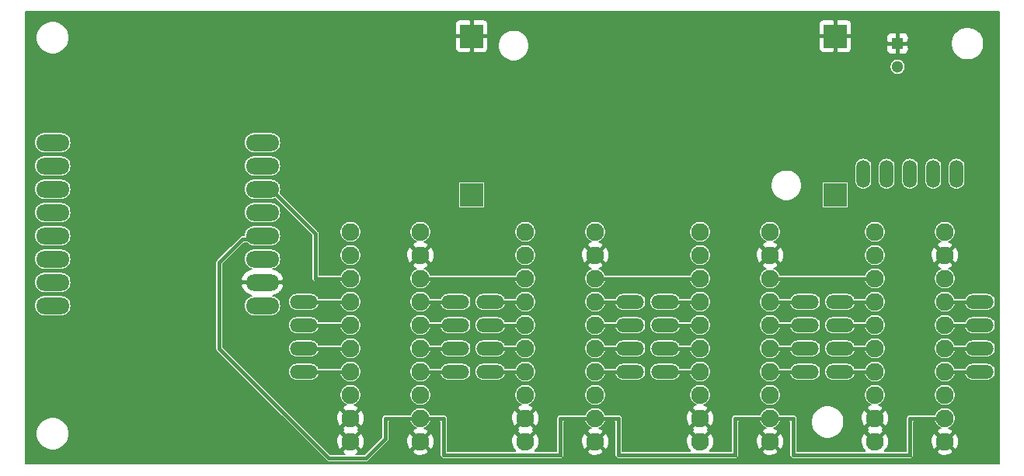
<source format=gbr>
G04 #@! TF.GenerationSoftware,KiCad,Pcbnew,(5.1.4)-1*
G04 #@! TF.CreationDate,2020-02-08T01:02:29+01:00*
G04 #@! TF.ProjectId,FlyballDisplay,466c7962-616c-46c4-9469-73706c61792e,rev?*
G04 #@! TF.SameCoordinates,Original*
G04 #@! TF.FileFunction,Copper,L2,Bot*
G04 #@! TF.FilePolarity,Positive*
%FSLAX46Y46*%
G04 Gerber Fmt 4.6, Leading zero omitted, Abs format (unit mm)*
G04 Created by KiCad (PCBNEW (5.1.4)-1) date 2020-02-08 01:02:29*
%MOMM*%
%LPD*%
G04 APERTURE LIST*
%ADD10O,3.657600X1.828800*%
%ADD11C,1.930400*%
%ADD12O,3.032000X1.516000*%
%ADD13R,2.500000X2.500000*%
%ADD14C,1.300000*%
%ADD15R,1.300000X1.300000*%
%ADD16O,1.516000X3.032000*%
%ADD17C,0.406400*%
%ADD18C,0.203200*%
G04 APERTURE END LIST*
D10*
X98425000Y-94615000D03*
X98425000Y-97155000D03*
X98425000Y-99695000D03*
X98425000Y-102235000D03*
X98425000Y-104775000D03*
X98425000Y-107315000D03*
X98425000Y-109855000D03*
X98425000Y-112395000D03*
X121285000Y-94615000D03*
X121285000Y-97155000D03*
X121285000Y-99695000D03*
X121285000Y-102235000D03*
X121285000Y-104775000D03*
X121285000Y-107315000D03*
X121285000Y-109855000D03*
X121285000Y-112395000D03*
D11*
X138506100Y-127223600D03*
X138506100Y-124683600D03*
X138506100Y-122143600D03*
X138506100Y-119603600D03*
X138506100Y-117063600D03*
X138506100Y-114523600D03*
X138506100Y-111983600D03*
X138506100Y-109443600D03*
X138506100Y-106903600D03*
X138506100Y-104363600D03*
X130886100Y-127223600D03*
X130886100Y-124683600D03*
X130886100Y-122143600D03*
X130886100Y-119603600D03*
X130886100Y-117063600D03*
X130886100Y-114523600D03*
X130886100Y-111983600D03*
X130886100Y-109443600D03*
X130886100Y-106903600D03*
X130886100Y-104363600D03*
X157556100Y-127223600D03*
X157556100Y-124683600D03*
X157556100Y-122143600D03*
X157556100Y-119603600D03*
X157556100Y-117063600D03*
X157556100Y-114523600D03*
X157556100Y-111983600D03*
X157556100Y-109443600D03*
X157556100Y-106903600D03*
X157556100Y-104363600D03*
X149936100Y-127223600D03*
X149936100Y-124683600D03*
X149936100Y-122143600D03*
X149936100Y-119603600D03*
X149936100Y-117063600D03*
X149936100Y-114523600D03*
X149936100Y-111983600D03*
X149936100Y-109443600D03*
X149936100Y-106903600D03*
X149936100Y-104363600D03*
D12*
X125806100Y-119603600D03*
X125806100Y-117063600D03*
X125806100Y-114523600D03*
X125806100Y-111983600D03*
X142316100Y-111983600D03*
X142316100Y-114523600D03*
X142316100Y-117063600D03*
X142316100Y-119603600D03*
X146126100Y-119603600D03*
X146126100Y-117063600D03*
X146126100Y-114523600D03*
X146126100Y-111983600D03*
X161366100Y-111983600D03*
X161366100Y-114523600D03*
X161366100Y-117063600D03*
X161366100Y-119603600D03*
D11*
X176606100Y-127223600D03*
X176606100Y-124683600D03*
X176606100Y-122143600D03*
X176606100Y-119603600D03*
X176606100Y-117063600D03*
X176606100Y-114523600D03*
X176606100Y-111983600D03*
X176606100Y-109443600D03*
X176606100Y-106903600D03*
X176606100Y-104363600D03*
X168986100Y-127223600D03*
X168986100Y-124683600D03*
X168986100Y-122143600D03*
X168986100Y-119603600D03*
X168986100Y-117063600D03*
X168986100Y-114523600D03*
X168986100Y-111983600D03*
X168986100Y-109443600D03*
X168986100Y-106903600D03*
X168986100Y-104363600D03*
D12*
X165176100Y-119603600D03*
X165176100Y-117063600D03*
X165176100Y-114523600D03*
X165176100Y-111983600D03*
X180416100Y-111983600D03*
X180416100Y-114523600D03*
X180416100Y-117063600D03*
X180416100Y-119603600D03*
D11*
X195656100Y-127223600D03*
X195656100Y-124683600D03*
X195656100Y-122143600D03*
X195656100Y-119603600D03*
X195656100Y-117063600D03*
X195656100Y-114523600D03*
X195656100Y-111983600D03*
X195656100Y-109443600D03*
X195656100Y-106903600D03*
X195656100Y-104363600D03*
X188036100Y-127223600D03*
X188036100Y-124683600D03*
X188036100Y-122143600D03*
X188036100Y-119603600D03*
X188036100Y-117063600D03*
X188036100Y-114523600D03*
X188036100Y-111983600D03*
X188036100Y-109443600D03*
X188036100Y-106903600D03*
X188036100Y-104363600D03*
D12*
X184226100Y-119603600D03*
X184226100Y-117063600D03*
X184226100Y-114523600D03*
X184226100Y-111983600D03*
X199466100Y-111983600D03*
X199466100Y-114523600D03*
X199466100Y-117063600D03*
X199466100Y-119603600D03*
D13*
X144094100Y-100299600D03*
X144094100Y-83027600D03*
X183718100Y-83027600D03*
X183718100Y-100299600D03*
D14*
X190500000Y-86360000D03*
D15*
X190500000Y-83820000D03*
D16*
X196926100Y-98013600D03*
X194386100Y-98013600D03*
X191846100Y-98013600D03*
X189306100Y-98013600D03*
X186766100Y-98013600D03*
D17*
X138506100Y-124683600D02*
X141046100Y-124683600D01*
X141046100Y-128675400D02*
X153746100Y-128675400D01*
X153746100Y-128675400D02*
X153746100Y-124683600D01*
X153746100Y-124683600D02*
X157556100Y-124683600D01*
X141046100Y-124683600D02*
X141046100Y-128675400D01*
X157556100Y-124683600D02*
X160096100Y-124683600D01*
X160096100Y-128675400D02*
X172796100Y-128675400D01*
X172796100Y-128675400D02*
X172796100Y-124683600D01*
X172796100Y-124683600D02*
X176606100Y-124683600D01*
X160096100Y-124683600D02*
X160096100Y-128675400D01*
X176606100Y-124683600D02*
X179146100Y-124683600D01*
X179146100Y-124683600D02*
X179146100Y-128675400D01*
X179146100Y-128675400D02*
X191846100Y-128675400D01*
X191846100Y-128675400D02*
X191846100Y-124683600D01*
X191846100Y-124683600D02*
X195656100Y-124683600D01*
X120904000Y-105156000D02*
X121285000Y-104775000D01*
X119126000Y-105156000D02*
X120904000Y-105156000D01*
X116586000Y-107696000D02*
X119126000Y-105156000D01*
X138506100Y-124683600D02*
X134696100Y-124683600D01*
X134696100Y-126923900D02*
X132588000Y-129032000D01*
X134696100Y-124683600D02*
X134696100Y-126923900D01*
X132588000Y-129032000D02*
X128524000Y-129032000D01*
X128524000Y-129032000D02*
X116586000Y-117094000D01*
X116586000Y-117094000D02*
X116586000Y-107696000D01*
X138506100Y-119603600D02*
X142316100Y-119603600D01*
X138506100Y-117063600D02*
X142316100Y-117063600D01*
X138506100Y-114523600D02*
X142316100Y-114523600D01*
X138506100Y-111983600D02*
X142316100Y-111983600D01*
X138506100Y-109443600D02*
X149936100Y-109443600D01*
X125806100Y-119603600D02*
X130886100Y-119603600D01*
X125806100Y-117063600D02*
X130886100Y-117063600D01*
X125806100Y-114523600D02*
X130886100Y-114523600D01*
X125806100Y-111983600D02*
X130886100Y-111983600D01*
X122199400Y-99695000D02*
X121285000Y-99695000D01*
X127076100Y-104571700D02*
X122199400Y-99695000D01*
X127076100Y-109443600D02*
X127076100Y-104571700D01*
X130886100Y-109443600D02*
X127076100Y-109443600D01*
X157556100Y-119603600D02*
X161366100Y-119603600D01*
X157556100Y-117063600D02*
X161366100Y-117063600D01*
X157556100Y-114523600D02*
X161366100Y-114523600D01*
X157556100Y-111983600D02*
X161366100Y-111983600D01*
X157556100Y-109443600D02*
X168986100Y-109443600D01*
X146126100Y-119603600D02*
X149936100Y-119603600D01*
X146126100Y-117063600D02*
X149936100Y-117063600D01*
X146126100Y-114523600D02*
X149936100Y-114523600D01*
X146126100Y-111983600D02*
X149936100Y-111983600D01*
X176606100Y-119603600D02*
X180416100Y-119603600D01*
X176606100Y-117063600D02*
X180416100Y-117063600D01*
X176606100Y-114523600D02*
X180416100Y-114523600D01*
X176606100Y-111983600D02*
X180416100Y-111983600D01*
X176606100Y-109443600D02*
X188036100Y-109443600D01*
X165176100Y-119603600D02*
X168986100Y-119603600D01*
X165176100Y-117063600D02*
X168986100Y-117063600D01*
X165176100Y-114523600D02*
X168986100Y-114523600D01*
X165176100Y-111983600D02*
X168986100Y-111983600D01*
X195656100Y-119603600D02*
X199466100Y-119603600D01*
X195656100Y-117063600D02*
X199466100Y-117063600D01*
X195656100Y-114523600D02*
X199466100Y-114523600D01*
X195656100Y-111983600D02*
X199466100Y-111983600D01*
X184226100Y-119603600D02*
X188036100Y-119603600D01*
X184226100Y-117063600D02*
X188036100Y-117063600D01*
X184226100Y-114523600D02*
X188036100Y-114523600D01*
X184226100Y-111983600D02*
X188036100Y-111983600D01*
D18*
G36*
X201549499Y-129636999D02*
G01*
X95452701Y-129636999D01*
X95452701Y-126187558D01*
X96623400Y-126187558D01*
X96623400Y-126542442D01*
X96692635Y-126890507D01*
X96828443Y-127218378D01*
X97025606Y-127513453D01*
X97276547Y-127764394D01*
X97571622Y-127961557D01*
X97899493Y-128097365D01*
X98247558Y-128166600D01*
X98602442Y-128166600D01*
X98950507Y-128097365D01*
X99278378Y-127961557D01*
X99573453Y-127764394D01*
X99824394Y-127513453D01*
X100021557Y-127218378D01*
X100157365Y-126890507D01*
X100226600Y-126542442D01*
X100226600Y-126187558D01*
X100157365Y-125839493D01*
X100021557Y-125511622D01*
X99824394Y-125216547D01*
X99573453Y-124965606D01*
X99278378Y-124768443D01*
X98950507Y-124632635D01*
X98602442Y-124563400D01*
X98247558Y-124563400D01*
X97899493Y-124632635D01*
X97571622Y-124768443D01*
X97276547Y-124965606D01*
X97025606Y-125216547D01*
X96828443Y-125511622D01*
X96692635Y-125839493D01*
X96623400Y-126187558D01*
X95452701Y-126187558D01*
X95452701Y-112395000D01*
X96389201Y-112395000D01*
X96410748Y-112613774D01*
X96474562Y-112824141D01*
X96578191Y-113018016D01*
X96717651Y-113187949D01*
X96887584Y-113327409D01*
X97081459Y-113431038D01*
X97291826Y-113494852D01*
X97455782Y-113511000D01*
X99394218Y-113511000D01*
X99558174Y-113494852D01*
X99768541Y-113431038D01*
X99962416Y-113327409D01*
X100132349Y-113187949D01*
X100271809Y-113018016D01*
X100375438Y-112824141D01*
X100439252Y-112613774D01*
X100460799Y-112395000D01*
X100439252Y-112176226D01*
X100375438Y-111965859D01*
X100271809Y-111771984D01*
X100132349Y-111602051D01*
X99962416Y-111462591D01*
X99768541Y-111358962D01*
X99558174Y-111295148D01*
X99394218Y-111279000D01*
X97455782Y-111279000D01*
X97291826Y-111295148D01*
X97081459Y-111358962D01*
X96887584Y-111462591D01*
X96717651Y-111602051D01*
X96578191Y-111771984D01*
X96474562Y-111965859D01*
X96410748Y-112176226D01*
X96389201Y-112395000D01*
X95452701Y-112395000D01*
X95452701Y-109855000D01*
X96389201Y-109855000D01*
X96410748Y-110073774D01*
X96474562Y-110284141D01*
X96578191Y-110478016D01*
X96717651Y-110647949D01*
X96887584Y-110787409D01*
X97081459Y-110891038D01*
X97291826Y-110954852D01*
X97455782Y-110971000D01*
X99394218Y-110971000D01*
X99558174Y-110954852D01*
X99768541Y-110891038D01*
X99962416Y-110787409D01*
X100132349Y-110647949D01*
X100271809Y-110478016D01*
X100375438Y-110284141D01*
X100439252Y-110073774D01*
X100460799Y-109855000D01*
X100439252Y-109636226D01*
X100375438Y-109425859D01*
X100271809Y-109231984D01*
X100132349Y-109062051D01*
X99962416Y-108922591D01*
X99768541Y-108818962D01*
X99558174Y-108755148D01*
X99394218Y-108739000D01*
X97455782Y-108739000D01*
X97291826Y-108755148D01*
X97081459Y-108818962D01*
X96887584Y-108922591D01*
X96717651Y-109062051D01*
X96578191Y-109231984D01*
X96474562Y-109425859D01*
X96410748Y-109636226D01*
X96389201Y-109855000D01*
X95452701Y-109855000D01*
X95452701Y-107315000D01*
X96389201Y-107315000D01*
X96410748Y-107533774D01*
X96474562Y-107744141D01*
X96578191Y-107938016D01*
X96717651Y-108107949D01*
X96887584Y-108247409D01*
X97081459Y-108351038D01*
X97291826Y-108414852D01*
X97455782Y-108431000D01*
X99394218Y-108431000D01*
X99558174Y-108414852D01*
X99768541Y-108351038D01*
X99962416Y-108247409D01*
X100132349Y-108107949D01*
X100271809Y-107938016D01*
X100375438Y-107744141D01*
X100390041Y-107696000D01*
X116179243Y-107696000D01*
X116181201Y-107715882D01*
X116181200Y-117074128D01*
X116179243Y-117094000D01*
X116181200Y-117113872D01*
X116181200Y-117113878D01*
X116187058Y-117173354D01*
X116210205Y-117249659D01*
X116247793Y-117319982D01*
X116298379Y-117381621D01*
X116313822Y-117394295D01*
X128223705Y-129304178D01*
X128236379Y-129319621D01*
X128298017Y-129370207D01*
X128368340Y-129407795D01*
X128444645Y-129430942D01*
X128504121Y-129436800D01*
X128504128Y-129436800D01*
X128524000Y-129438757D01*
X128543872Y-129436800D01*
X132568128Y-129436800D01*
X132588000Y-129438757D01*
X132607872Y-129436800D01*
X132607879Y-129436800D01*
X132667355Y-129430942D01*
X132743660Y-129407795D01*
X132813983Y-129370207D01*
X132875621Y-129319621D01*
X132888295Y-129304178D01*
X133899800Y-128292673D01*
X137616067Y-128292673D01*
X137711958Y-128532028D01*
X137982479Y-128661816D01*
X138273122Y-128736334D01*
X138572719Y-128752719D01*
X138869754Y-128710341D01*
X139152816Y-128610828D01*
X139300242Y-128532028D01*
X139396133Y-128292673D01*
X138506100Y-127402639D01*
X137616067Y-128292673D01*
X133899800Y-128292673D01*
X134902254Y-127290219D01*
X136976981Y-127290219D01*
X137019359Y-127587254D01*
X137118872Y-127870316D01*
X137197672Y-128017742D01*
X137437027Y-128113633D01*
X138327061Y-127223600D01*
X138685139Y-127223600D01*
X139575173Y-128113633D01*
X139814528Y-128017742D01*
X139944316Y-127747221D01*
X140018834Y-127456578D01*
X140035219Y-127156981D01*
X139992841Y-126859946D01*
X139893328Y-126576884D01*
X139814528Y-126429458D01*
X139575173Y-126333567D01*
X138685139Y-127223600D01*
X138327061Y-127223600D01*
X137437027Y-126333567D01*
X137197672Y-126429458D01*
X137067884Y-126699979D01*
X136993366Y-126990622D01*
X136976981Y-127290219D01*
X134902254Y-127290219D01*
X134968278Y-127224195D01*
X134983721Y-127211521D01*
X135034307Y-127149883D01*
X135071895Y-127079560D01*
X135095042Y-127003255D01*
X135100900Y-126943779D01*
X135100900Y-126943772D01*
X135102857Y-126923900D01*
X135100900Y-126904028D01*
X135100900Y-125088400D01*
X137410838Y-125088400D01*
X137472095Y-125236287D01*
X137599787Y-125427392D01*
X137762308Y-125589913D01*
X137953413Y-125717605D01*
X138065339Y-125763967D01*
X137859384Y-125836372D01*
X137711958Y-125915172D01*
X137616067Y-126154527D01*
X138506100Y-127044561D01*
X139396133Y-126154527D01*
X139300242Y-125915172D01*
X139029721Y-125785384D01*
X138946603Y-125764073D01*
X139058787Y-125717605D01*
X139249892Y-125589913D01*
X139412413Y-125427392D01*
X139540105Y-125236287D01*
X139601362Y-125088400D01*
X140641300Y-125088400D01*
X140641301Y-128655511D01*
X140639342Y-128675400D01*
X140647158Y-128754755D01*
X140670305Y-128831060D01*
X140707893Y-128901383D01*
X140758479Y-128963021D01*
X140820117Y-129013607D01*
X140890440Y-129051195D01*
X140966745Y-129074342D01*
X141026221Y-129080200D01*
X141046100Y-129082158D01*
X141065979Y-129080200D01*
X153726221Y-129080200D01*
X153746100Y-129082158D01*
X153765979Y-129080200D01*
X153825455Y-129074342D01*
X153901760Y-129051195D01*
X153972083Y-129013607D01*
X154033721Y-128963021D01*
X154084307Y-128901383D01*
X154121895Y-128831060D01*
X154145042Y-128754755D01*
X154152858Y-128675400D01*
X154150900Y-128655521D01*
X154150900Y-128292673D01*
X156666067Y-128292673D01*
X156761958Y-128532028D01*
X157032479Y-128661816D01*
X157323122Y-128736334D01*
X157622719Y-128752719D01*
X157919754Y-128710341D01*
X158202816Y-128610828D01*
X158350242Y-128532028D01*
X158446133Y-128292673D01*
X157556100Y-127402639D01*
X156666067Y-128292673D01*
X154150900Y-128292673D01*
X154150900Y-127290219D01*
X156026981Y-127290219D01*
X156069359Y-127587254D01*
X156168872Y-127870316D01*
X156247672Y-128017742D01*
X156487027Y-128113633D01*
X157377061Y-127223600D01*
X157735139Y-127223600D01*
X158625173Y-128113633D01*
X158864528Y-128017742D01*
X158994316Y-127747221D01*
X159068834Y-127456578D01*
X159085219Y-127156981D01*
X159042841Y-126859946D01*
X158943328Y-126576884D01*
X158864528Y-126429458D01*
X158625173Y-126333567D01*
X157735139Y-127223600D01*
X157377061Y-127223600D01*
X156487027Y-126333567D01*
X156247672Y-126429458D01*
X156117884Y-126699979D01*
X156043366Y-126990622D01*
X156026981Y-127290219D01*
X154150900Y-127290219D01*
X154150900Y-125088400D01*
X156460838Y-125088400D01*
X156522095Y-125236287D01*
X156649787Y-125427392D01*
X156812308Y-125589913D01*
X157003413Y-125717605D01*
X157115339Y-125763967D01*
X156909384Y-125836372D01*
X156761958Y-125915172D01*
X156666067Y-126154527D01*
X157556100Y-127044561D01*
X158446133Y-126154527D01*
X158350242Y-125915172D01*
X158079721Y-125785384D01*
X157996603Y-125764073D01*
X158108787Y-125717605D01*
X158299892Y-125589913D01*
X158462413Y-125427392D01*
X158590105Y-125236287D01*
X158651362Y-125088400D01*
X159691300Y-125088400D01*
X159691301Y-128655511D01*
X159689342Y-128675400D01*
X159697158Y-128754755D01*
X159720305Y-128831060D01*
X159757893Y-128901383D01*
X159808479Y-128963021D01*
X159870117Y-129013607D01*
X159940440Y-129051195D01*
X160016745Y-129074342D01*
X160076221Y-129080200D01*
X160096100Y-129082158D01*
X160115979Y-129080200D01*
X172776221Y-129080200D01*
X172796100Y-129082158D01*
X172815979Y-129080200D01*
X172875455Y-129074342D01*
X172951760Y-129051195D01*
X173022083Y-129013607D01*
X173083721Y-128963021D01*
X173134307Y-128901383D01*
X173171895Y-128831060D01*
X173195042Y-128754755D01*
X173202858Y-128675400D01*
X173200900Y-128655521D01*
X173200900Y-128292673D01*
X175716067Y-128292673D01*
X175811958Y-128532028D01*
X176082479Y-128661816D01*
X176373122Y-128736334D01*
X176672719Y-128752719D01*
X176969754Y-128710341D01*
X177252816Y-128610828D01*
X177400242Y-128532028D01*
X177496133Y-128292673D01*
X176606100Y-127402639D01*
X175716067Y-128292673D01*
X173200900Y-128292673D01*
X173200900Y-127290219D01*
X175076981Y-127290219D01*
X175119359Y-127587254D01*
X175218872Y-127870316D01*
X175297672Y-128017742D01*
X175537027Y-128113633D01*
X176427061Y-127223600D01*
X176785139Y-127223600D01*
X177675173Y-128113633D01*
X177914528Y-128017742D01*
X178044316Y-127747221D01*
X178118834Y-127456578D01*
X178135219Y-127156981D01*
X178092841Y-126859946D01*
X177993328Y-126576884D01*
X177914528Y-126429458D01*
X177675173Y-126333567D01*
X176785139Y-127223600D01*
X176427061Y-127223600D01*
X175537027Y-126333567D01*
X175297672Y-126429458D01*
X175167884Y-126699979D01*
X175093366Y-126990622D01*
X175076981Y-127290219D01*
X173200900Y-127290219D01*
X173200900Y-125088400D01*
X175510838Y-125088400D01*
X175572095Y-125236287D01*
X175699787Y-125427392D01*
X175862308Y-125589913D01*
X176053413Y-125717605D01*
X176165339Y-125763967D01*
X175959384Y-125836372D01*
X175811958Y-125915172D01*
X175716067Y-126154527D01*
X176606100Y-127044561D01*
X177496133Y-126154527D01*
X177400242Y-125915172D01*
X177129721Y-125785384D01*
X177046603Y-125764073D01*
X177158787Y-125717605D01*
X177349892Y-125589913D01*
X177512413Y-125427392D01*
X177640105Y-125236287D01*
X177701362Y-125088400D01*
X178741300Y-125088400D01*
X178741301Y-128655511D01*
X178739342Y-128675400D01*
X178747158Y-128754755D01*
X178770305Y-128831060D01*
X178807893Y-128901383D01*
X178858479Y-128963021D01*
X178920117Y-129013607D01*
X178990440Y-129051195D01*
X179066745Y-129074342D01*
X179126221Y-129080200D01*
X179146100Y-129082158D01*
X179165979Y-129080200D01*
X191826221Y-129080200D01*
X191846100Y-129082158D01*
X191865979Y-129080200D01*
X191925455Y-129074342D01*
X192001760Y-129051195D01*
X192072083Y-129013607D01*
X192133721Y-128963021D01*
X192184307Y-128901383D01*
X192221895Y-128831060D01*
X192245042Y-128754755D01*
X192252858Y-128675400D01*
X192250900Y-128655521D01*
X192250900Y-128292673D01*
X194766067Y-128292673D01*
X194861958Y-128532028D01*
X195132479Y-128661816D01*
X195423122Y-128736334D01*
X195722719Y-128752719D01*
X196019754Y-128710341D01*
X196302816Y-128610828D01*
X196450242Y-128532028D01*
X196546133Y-128292673D01*
X195656100Y-127402639D01*
X194766067Y-128292673D01*
X192250900Y-128292673D01*
X192250900Y-127290219D01*
X194126981Y-127290219D01*
X194169359Y-127587254D01*
X194268872Y-127870316D01*
X194347672Y-128017742D01*
X194587027Y-128113633D01*
X195477061Y-127223600D01*
X195835139Y-127223600D01*
X196725173Y-128113633D01*
X196964528Y-128017742D01*
X197094316Y-127747221D01*
X197168834Y-127456578D01*
X197185219Y-127156981D01*
X197142841Y-126859946D01*
X197043328Y-126576884D01*
X196964528Y-126429458D01*
X196725173Y-126333567D01*
X195835139Y-127223600D01*
X195477061Y-127223600D01*
X194587027Y-126333567D01*
X194347672Y-126429458D01*
X194217884Y-126699979D01*
X194143366Y-126990622D01*
X194126981Y-127290219D01*
X192250900Y-127290219D01*
X192250900Y-125088400D01*
X194560838Y-125088400D01*
X194622095Y-125236287D01*
X194749787Y-125427392D01*
X194912308Y-125589913D01*
X195103413Y-125717605D01*
X195215339Y-125763967D01*
X195009384Y-125836372D01*
X194861958Y-125915172D01*
X194766067Y-126154527D01*
X195656100Y-127044561D01*
X196546133Y-126154527D01*
X196450242Y-125915172D01*
X196179721Y-125785384D01*
X196096603Y-125764073D01*
X196208787Y-125717605D01*
X196399892Y-125589913D01*
X196562413Y-125427392D01*
X196690105Y-125236287D01*
X196778061Y-125023943D01*
X196822900Y-124798520D01*
X196822900Y-124568680D01*
X196778061Y-124343257D01*
X196690105Y-124130913D01*
X196562413Y-123939808D01*
X196399892Y-123777287D01*
X196208787Y-123649595D01*
X195996443Y-123561639D01*
X195771020Y-123516800D01*
X195541180Y-123516800D01*
X195315757Y-123561639D01*
X195103413Y-123649595D01*
X194912308Y-123777287D01*
X194749787Y-123939808D01*
X194622095Y-124130913D01*
X194560838Y-124278800D01*
X191865979Y-124278800D01*
X191846100Y-124276842D01*
X191826221Y-124278800D01*
X191766745Y-124284658D01*
X191690440Y-124307805D01*
X191620117Y-124345393D01*
X191558479Y-124395979D01*
X191507893Y-124457617D01*
X191470305Y-124527940D01*
X191447158Y-124604245D01*
X191439342Y-124683600D01*
X191441301Y-124703489D01*
X191441300Y-128270600D01*
X189152958Y-128270600D01*
X189207550Y-128216008D01*
X189105174Y-128113632D01*
X189344528Y-128017742D01*
X189474316Y-127747221D01*
X189548834Y-127456578D01*
X189565219Y-127156981D01*
X189522841Y-126859946D01*
X189423328Y-126576884D01*
X189344528Y-126429458D01*
X189105173Y-126333567D01*
X188215139Y-127223600D01*
X188229282Y-127237742D01*
X188050242Y-127416782D01*
X188036100Y-127402639D01*
X188021958Y-127416782D01*
X187842918Y-127237742D01*
X187857061Y-127223600D01*
X186967027Y-126333567D01*
X186727672Y-126429458D01*
X186597884Y-126699979D01*
X186523366Y-126990622D01*
X186506981Y-127290219D01*
X186549359Y-127587254D01*
X186648872Y-127870316D01*
X186727672Y-128017742D01*
X186967026Y-128113632D01*
X186864650Y-128216008D01*
X186919242Y-128270600D01*
X179550900Y-128270600D01*
X179550900Y-124917558D01*
X181078400Y-124917558D01*
X181078400Y-125272442D01*
X181147635Y-125620507D01*
X181283443Y-125948378D01*
X181480606Y-126243453D01*
X181731547Y-126494394D01*
X182026622Y-126691557D01*
X182354493Y-126827365D01*
X182702558Y-126896600D01*
X183057442Y-126896600D01*
X183405507Y-126827365D01*
X183733378Y-126691557D01*
X184028453Y-126494394D01*
X184279394Y-126243453D01*
X184476557Y-125948378D01*
X184557620Y-125752673D01*
X187146067Y-125752673D01*
X187226563Y-125953600D01*
X187146067Y-126154527D01*
X188036100Y-127044561D01*
X188926133Y-126154527D01*
X188845637Y-125953600D01*
X188926133Y-125752673D01*
X188036100Y-124862639D01*
X187146067Y-125752673D01*
X184557620Y-125752673D01*
X184612365Y-125620507D01*
X184681600Y-125272442D01*
X184681600Y-124917558D01*
X184648314Y-124750219D01*
X186506981Y-124750219D01*
X186549359Y-125047254D01*
X186648872Y-125330316D01*
X186727672Y-125477742D01*
X186967027Y-125573633D01*
X187857061Y-124683600D01*
X188215139Y-124683600D01*
X189105173Y-125573633D01*
X189344528Y-125477742D01*
X189474316Y-125207221D01*
X189548834Y-124916578D01*
X189565219Y-124616981D01*
X189522841Y-124319946D01*
X189423328Y-124036884D01*
X189344528Y-123889458D01*
X189105173Y-123793567D01*
X188215139Y-124683600D01*
X187857061Y-124683600D01*
X186967027Y-123793567D01*
X186727672Y-123889458D01*
X186597884Y-124159979D01*
X186523366Y-124450622D01*
X186506981Y-124750219D01*
X184648314Y-124750219D01*
X184612365Y-124569493D01*
X184476557Y-124241622D01*
X184279394Y-123946547D01*
X184028453Y-123695606D01*
X183733378Y-123498443D01*
X183405507Y-123362635D01*
X183057442Y-123293400D01*
X182702558Y-123293400D01*
X182354493Y-123362635D01*
X182026622Y-123498443D01*
X181731547Y-123695606D01*
X181480606Y-123946547D01*
X181283443Y-124241622D01*
X181147635Y-124569493D01*
X181078400Y-124917558D01*
X179550900Y-124917558D01*
X179550900Y-124703479D01*
X179552858Y-124683600D01*
X179545042Y-124604245D01*
X179521895Y-124527940D01*
X179484307Y-124457617D01*
X179433721Y-124395979D01*
X179372083Y-124345393D01*
X179301760Y-124307805D01*
X179225455Y-124284658D01*
X179165979Y-124278800D01*
X179146100Y-124276842D01*
X179126221Y-124278800D01*
X177701362Y-124278800D01*
X177640105Y-124130913D01*
X177512413Y-123939808D01*
X177349892Y-123777287D01*
X177158787Y-123649595D01*
X176946443Y-123561639D01*
X176721020Y-123516800D01*
X176491180Y-123516800D01*
X176265757Y-123561639D01*
X176053413Y-123649595D01*
X175862308Y-123777287D01*
X175699787Y-123939808D01*
X175572095Y-124130913D01*
X175510838Y-124278800D01*
X172815979Y-124278800D01*
X172796100Y-124276842D01*
X172776221Y-124278800D01*
X172716745Y-124284658D01*
X172640440Y-124307805D01*
X172570117Y-124345393D01*
X172508479Y-124395979D01*
X172457893Y-124457617D01*
X172420305Y-124527940D01*
X172397158Y-124604245D01*
X172389342Y-124683600D01*
X172391301Y-124703489D01*
X172391300Y-128270600D01*
X170102958Y-128270600D01*
X170157550Y-128216008D01*
X170055174Y-128113632D01*
X170294528Y-128017742D01*
X170424316Y-127747221D01*
X170498834Y-127456578D01*
X170515219Y-127156981D01*
X170472841Y-126859946D01*
X170373328Y-126576884D01*
X170294528Y-126429458D01*
X170055173Y-126333567D01*
X169165139Y-127223600D01*
X169179282Y-127237742D01*
X169000242Y-127416782D01*
X168986100Y-127402639D01*
X168971958Y-127416782D01*
X168792918Y-127237742D01*
X168807061Y-127223600D01*
X167917027Y-126333567D01*
X167677672Y-126429458D01*
X167547884Y-126699979D01*
X167473366Y-126990622D01*
X167456981Y-127290219D01*
X167499359Y-127587254D01*
X167598872Y-127870316D01*
X167677672Y-128017742D01*
X167917026Y-128113632D01*
X167814650Y-128216008D01*
X167869242Y-128270600D01*
X160500900Y-128270600D01*
X160500900Y-125752673D01*
X168096067Y-125752673D01*
X168176563Y-125953600D01*
X168096067Y-126154527D01*
X168986100Y-127044561D01*
X169876133Y-126154527D01*
X169795637Y-125953600D01*
X169876133Y-125752673D01*
X168986100Y-124862639D01*
X168096067Y-125752673D01*
X160500900Y-125752673D01*
X160500900Y-124750219D01*
X167456981Y-124750219D01*
X167499359Y-125047254D01*
X167598872Y-125330316D01*
X167677672Y-125477742D01*
X167917027Y-125573633D01*
X168807061Y-124683600D01*
X169165139Y-124683600D01*
X170055173Y-125573633D01*
X170294528Y-125477742D01*
X170424316Y-125207221D01*
X170498834Y-124916578D01*
X170515219Y-124616981D01*
X170472841Y-124319946D01*
X170373328Y-124036884D01*
X170294528Y-123889458D01*
X170055173Y-123793567D01*
X169165139Y-124683600D01*
X168807061Y-124683600D01*
X167917027Y-123793567D01*
X167677672Y-123889458D01*
X167547884Y-124159979D01*
X167473366Y-124450622D01*
X167456981Y-124750219D01*
X160500900Y-124750219D01*
X160500900Y-124703479D01*
X160502858Y-124683600D01*
X160495042Y-124604245D01*
X160471895Y-124527940D01*
X160434307Y-124457617D01*
X160383721Y-124395979D01*
X160322083Y-124345393D01*
X160251760Y-124307805D01*
X160175455Y-124284658D01*
X160115979Y-124278800D01*
X160096100Y-124276842D01*
X160076221Y-124278800D01*
X158651362Y-124278800D01*
X158590105Y-124130913D01*
X158462413Y-123939808D01*
X158299892Y-123777287D01*
X158108787Y-123649595D01*
X157896443Y-123561639D01*
X157671020Y-123516800D01*
X157441180Y-123516800D01*
X157215757Y-123561639D01*
X157003413Y-123649595D01*
X156812308Y-123777287D01*
X156649787Y-123939808D01*
X156522095Y-124130913D01*
X156460838Y-124278800D01*
X153765979Y-124278800D01*
X153746100Y-124276842D01*
X153726221Y-124278800D01*
X153666745Y-124284658D01*
X153590440Y-124307805D01*
X153520117Y-124345393D01*
X153458479Y-124395979D01*
X153407893Y-124457617D01*
X153370305Y-124527940D01*
X153347158Y-124604245D01*
X153339342Y-124683600D01*
X153341301Y-124703489D01*
X153341300Y-128270600D01*
X151052958Y-128270600D01*
X151107550Y-128216008D01*
X151005174Y-128113632D01*
X151244528Y-128017742D01*
X151374316Y-127747221D01*
X151448834Y-127456578D01*
X151465219Y-127156981D01*
X151422841Y-126859946D01*
X151323328Y-126576884D01*
X151244528Y-126429458D01*
X151005173Y-126333567D01*
X150115139Y-127223600D01*
X150129282Y-127237742D01*
X149950242Y-127416782D01*
X149936100Y-127402639D01*
X149921958Y-127416782D01*
X149742918Y-127237742D01*
X149757061Y-127223600D01*
X148867027Y-126333567D01*
X148627672Y-126429458D01*
X148497884Y-126699979D01*
X148423366Y-126990622D01*
X148406981Y-127290219D01*
X148449359Y-127587254D01*
X148548872Y-127870316D01*
X148627672Y-128017742D01*
X148867026Y-128113632D01*
X148764650Y-128216008D01*
X148819242Y-128270600D01*
X141450900Y-128270600D01*
X141450900Y-125752673D01*
X149046067Y-125752673D01*
X149126563Y-125953600D01*
X149046067Y-126154527D01*
X149936100Y-127044561D01*
X150826133Y-126154527D01*
X150745637Y-125953600D01*
X150826133Y-125752673D01*
X149936100Y-124862639D01*
X149046067Y-125752673D01*
X141450900Y-125752673D01*
X141450900Y-124750219D01*
X148406981Y-124750219D01*
X148449359Y-125047254D01*
X148548872Y-125330316D01*
X148627672Y-125477742D01*
X148867027Y-125573633D01*
X149757061Y-124683600D01*
X150115139Y-124683600D01*
X151005173Y-125573633D01*
X151244528Y-125477742D01*
X151374316Y-125207221D01*
X151448834Y-124916578D01*
X151465219Y-124616981D01*
X151422841Y-124319946D01*
X151323328Y-124036884D01*
X151244528Y-123889458D01*
X151005173Y-123793567D01*
X150115139Y-124683600D01*
X149757061Y-124683600D01*
X148867027Y-123793567D01*
X148627672Y-123889458D01*
X148497884Y-124159979D01*
X148423366Y-124450622D01*
X148406981Y-124750219D01*
X141450900Y-124750219D01*
X141450900Y-124703479D01*
X141452858Y-124683600D01*
X141445042Y-124604245D01*
X141421895Y-124527940D01*
X141384307Y-124457617D01*
X141333721Y-124395979D01*
X141272083Y-124345393D01*
X141201760Y-124307805D01*
X141125455Y-124284658D01*
X141065979Y-124278800D01*
X141046100Y-124276842D01*
X141026221Y-124278800D01*
X139601362Y-124278800D01*
X139540105Y-124130913D01*
X139412413Y-123939808D01*
X139249892Y-123777287D01*
X139058787Y-123649595D01*
X138846443Y-123561639D01*
X138621020Y-123516800D01*
X138391180Y-123516800D01*
X138165757Y-123561639D01*
X137953413Y-123649595D01*
X137762308Y-123777287D01*
X137599787Y-123939808D01*
X137472095Y-124130913D01*
X137410838Y-124278800D01*
X134715979Y-124278800D01*
X134696100Y-124276842D01*
X134676221Y-124278800D01*
X134616745Y-124284658D01*
X134540440Y-124307805D01*
X134470117Y-124345393D01*
X134408479Y-124395979D01*
X134357893Y-124457617D01*
X134320305Y-124527940D01*
X134297158Y-124604245D01*
X134289342Y-124683600D01*
X134291300Y-124703480D01*
X134291301Y-126756226D01*
X132420327Y-128627200D01*
X131486246Y-128627200D01*
X131532816Y-128610828D01*
X131680242Y-128532028D01*
X131776133Y-128292673D01*
X130886100Y-127402639D01*
X129996067Y-128292673D01*
X130091958Y-128532028D01*
X130290328Y-128627200D01*
X128691673Y-128627200D01*
X127354692Y-127290219D01*
X129356981Y-127290219D01*
X129399359Y-127587254D01*
X129498872Y-127870316D01*
X129577672Y-128017742D01*
X129817027Y-128113633D01*
X130707061Y-127223600D01*
X131065139Y-127223600D01*
X131955173Y-128113633D01*
X132194528Y-128017742D01*
X132324316Y-127747221D01*
X132398834Y-127456578D01*
X132415219Y-127156981D01*
X132372841Y-126859946D01*
X132273328Y-126576884D01*
X132194528Y-126429458D01*
X131955173Y-126333567D01*
X131065139Y-127223600D01*
X130707061Y-127223600D01*
X129817027Y-126333567D01*
X129577672Y-126429458D01*
X129447884Y-126699979D01*
X129373366Y-126990622D01*
X129356981Y-127290219D01*
X127354692Y-127290219D01*
X125817146Y-125752673D01*
X129996067Y-125752673D01*
X130076563Y-125953600D01*
X129996067Y-126154527D01*
X130886100Y-127044561D01*
X131776133Y-126154527D01*
X131695637Y-125953600D01*
X131776133Y-125752673D01*
X130886100Y-124862639D01*
X129996067Y-125752673D01*
X125817146Y-125752673D01*
X124814692Y-124750219D01*
X129356981Y-124750219D01*
X129399359Y-125047254D01*
X129498872Y-125330316D01*
X129577672Y-125477742D01*
X129817027Y-125573633D01*
X130707061Y-124683600D01*
X131065139Y-124683600D01*
X131955173Y-125573633D01*
X132194528Y-125477742D01*
X132324316Y-125207221D01*
X132398834Y-124916578D01*
X132415219Y-124616981D01*
X132372841Y-124319946D01*
X132273328Y-124036884D01*
X132194528Y-123889458D01*
X131955173Y-123793567D01*
X131065139Y-124683600D01*
X130707061Y-124683600D01*
X129817027Y-123793567D01*
X129577672Y-123889458D01*
X129447884Y-124159979D01*
X129373366Y-124450622D01*
X129356981Y-124750219D01*
X124814692Y-124750219D01*
X122093153Y-122028680D01*
X129719300Y-122028680D01*
X129719300Y-122258520D01*
X129764139Y-122483943D01*
X129852095Y-122696287D01*
X129979787Y-122887392D01*
X130142308Y-123049913D01*
X130333413Y-123177605D01*
X130445339Y-123223967D01*
X130239384Y-123296372D01*
X130091958Y-123375172D01*
X129996067Y-123614527D01*
X130886100Y-124504561D01*
X131776133Y-123614527D01*
X131680242Y-123375172D01*
X131409721Y-123245384D01*
X131326603Y-123224073D01*
X131438787Y-123177605D01*
X131629892Y-123049913D01*
X131792413Y-122887392D01*
X131920105Y-122696287D01*
X132008061Y-122483943D01*
X132052900Y-122258520D01*
X132052900Y-122028680D01*
X137339300Y-122028680D01*
X137339300Y-122258520D01*
X137384139Y-122483943D01*
X137472095Y-122696287D01*
X137599787Y-122887392D01*
X137762308Y-123049913D01*
X137953413Y-123177605D01*
X138165757Y-123265561D01*
X138391180Y-123310400D01*
X138621020Y-123310400D01*
X138846443Y-123265561D01*
X139058787Y-123177605D01*
X139249892Y-123049913D01*
X139412413Y-122887392D01*
X139540105Y-122696287D01*
X139628061Y-122483943D01*
X139672900Y-122258520D01*
X139672900Y-122028680D01*
X148769300Y-122028680D01*
X148769300Y-122258520D01*
X148814139Y-122483943D01*
X148902095Y-122696287D01*
X149029787Y-122887392D01*
X149192308Y-123049913D01*
X149383413Y-123177605D01*
X149495339Y-123223967D01*
X149289384Y-123296372D01*
X149141958Y-123375172D01*
X149046067Y-123614527D01*
X149936100Y-124504561D01*
X150826133Y-123614527D01*
X150730242Y-123375172D01*
X150459721Y-123245384D01*
X150376603Y-123224073D01*
X150488787Y-123177605D01*
X150679892Y-123049913D01*
X150842413Y-122887392D01*
X150970105Y-122696287D01*
X151058061Y-122483943D01*
X151102900Y-122258520D01*
X151102900Y-122028680D01*
X156389300Y-122028680D01*
X156389300Y-122258520D01*
X156434139Y-122483943D01*
X156522095Y-122696287D01*
X156649787Y-122887392D01*
X156812308Y-123049913D01*
X157003413Y-123177605D01*
X157215757Y-123265561D01*
X157441180Y-123310400D01*
X157671020Y-123310400D01*
X157896443Y-123265561D01*
X158108787Y-123177605D01*
X158299892Y-123049913D01*
X158462413Y-122887392D01*
X158590105Y-122696287D01*
X158678061Y-122483943D01*
X158722900Y-122258520D01*
X158722900Y-122028680D01*
X167819300Y-122028680D01*
X167819300Y-122258520D01*
X167864139Y-122483943D01*
X167952095Y-122696287D01*
X168079787Y-122887392D01*
X168242308Y-123049913D01*
X168433413Y-123177605D01*
X168545339Y-123223967D01*
X168339384Y-123296372D01*
X168191958Y-123375172D01*
X168096067Y-123614527D01*
X168986100Y-124504561D01*
X169876133Y-123614527D01*
X169780242Y-123375172D01*
X169509721Y-123245384D01*
X169426603Y-123224073D01*
X169538787Y-123177605D01*
X169729892Y-123049913D01*
X169892413Y-122887392D01*
X170020105Y-122696287D01*
X170108061Y-122483943D01*
X170152900Y-122258520D01*
X170152900Y-122028680D01*
X175439300Y-122028680D01*
X175439300Y-122258520D01*
X175484139Y-122483943D01*
X175572095Y-122696287D01*
X175699787Y-122887392D01*
X175862308Y-123049913D01*
X176053413Y-123177605D01*
X176265757Y-123265561D01*
X176491180Y-123310400D01*
X176721020Y-123310400D01*
X176946443Y-123265561D01*
X177158787Y-123177605D01*
X177349892Y-123049913D01*
X177512413Y-122887392D01*
X177640105Y-122696287D01*
X177728061Y-122483943D01*
X177772900Y-122258520D01*
X177772900Y-122028680D01*
X186869300Y-122028680D01*
X186869300Y-122258520D01*
X186914139Y-122483943D01*
X187002095Y-122696287D01*
X187129787Y-122887392D01*
X187292308Y-123049913D01*
X187483413Y-123177605D01*
X187595339Y-123223967D01*
X187389384Y-123296372D01*
X187241958Y-123375172D01*
X187146067Y-123614527D01*
X188036100Y-124504561D01*
X188926133Y-123614527D01*
X188830242Y-123375172D01*
X188559721Y-123245384D01*
X188476603Y-123224073D01*
X188588787Y-123177605D01*
X188779892Y-123049913D01*
X188942413Y-122887392D01*
X189070105Y-122696287D01*
X189158061Y-122483943D01*
X189202900Y-122258520D01*
X189202900Y-122028680D01*
X194489300Y-122028680D01*
X194489300Y-122258520D01*
X194534139Y-122483943D01*
X194622095Y-122696287D01*
X194749787Y-122887392D01*
X194912308Y-123049913D01*
X195103413Y-123177605D01*
X195315757Y-123265561D01*
X195541180Y-123310400D01*
X195771020Y-123310400D01*
X195996443Y-123265561D01*
X196208787Y-123177605D01*
X196399892Y-123049913D01*
X196562413Y-122887392D01*
X196690105Y-122696287D01*
X196778061Y-122483943D01*
X196822900Y-122258520D01*
X196822900Y-122028680D01*
X196778061Y-121803257D01*
X196690105Y-121590913D01*
X196562413Y-121399808D01*
X196399892Y-121237287D01*
X196208787Y-121109595D01*
X195996443Y-121021639D01*
X195771020Y-120976800D01*
X195541180Y-120976800D01*
X195315757Y-121021639D01*
X195103413Y-121109595D01*
X194912308Y-121237287D01*
X194749787Y-121399808D01*
X194622095Y-121590913D01*
X194534139Y-121803257D01*
X194489300Y-122028680D01*
X189202900Y-122028680D01*
X189158061Y-121803257D01*
X189070105Y-121590913D01*
X188942413Y-121399808D01*
X188779892Y-121237287D01*
X188588787Y-121109595D01*
X188376443Y-121021639D01*
X188151020Y-120976800D01*
X187921180Y-120976800D01*
X187695757Y-121021639D01*
X187483413Y-121109595D01*
X187292308Y-121237287D01*
X187129787Y-121399808D01*
X187002095Y-121590913D01*
X186914139Y-121803257D01*
X186869300Y-122028680D01*
X177772900Y-122028680D01*
X177728061Y-121803257D01*
X177640105Y-121590913D01*
X177512413Y-121399808D01*
X177349892Y-121237287D01*
X177158787Y-121109595D01*
X176946443Y-121021639D01*
X176721020Y-120976800D01*
X176491180Y-120976800D01*
X176265757Y-121021639D01*
X176053413Y-121109595D01*
X175862308Y-121237287D01*
X175699787Y-121399808D01*
X175572095Y-121590913D01*
X175484139Y-121803257D01*
X175439300Y-122028680D01*
X170152900Y-122028680D01*
X170108061Y-121803257D01*
X170020105Y-121590913D01*
X169892413Y-121399808D01*
X169729892Y-121237287D01*
X169538787Y-121109595D01*
X169326443Y-121021639D01*
X169101020Y-120976800D01*
X168871180Y-120976800D01*
X168645757Y-121021639D01*
X168433413Y-121109595D01*
X168242308Y-121237287D01*
X168079787Y-121399808D01*
X167952095Y-121590913D01*
X167864139Y-121803257D01*
X167819300Y-122028680D01*
X158722900Y-122028680D01*
X158678061Y-121803257D01*
X158590105Y-121590913D01*
X158462413Y-121399808D01*
X158299892Y-121237287D01*
X158108787Y-121109595D01*
X157896443Y-121021639D01*
X157671020Y-120976800D01*
X157441180Y-120976800D01*
X157215757Y-121021639D01*
X157003413Y-121109595D01*
X156812308Y-121237287D01*
X156649787Y-121399808D01*
X156522095Y-121590913D01*
X156434139Y-121803257D01*
X156389300Y-122028680D01*
X151102900Y-122028680D01*
X151058061Y-121803257D01*
X150970105Y-121590913D01*
X150842413Y-121399808D01*
X150679892Y-121237287D01*
X150488787Y-121109595D01*
X150276443Y-121021639D01*
X150051020Y-120976800D01*
X149821180Y-120976800D01*
X149595757Y-121021639D01*
X149383413Y-121109595D01*
X149192308Y-121237287D01*
X149029787Y-121399808D01*
X148902095Y-121590913D01*
X148814139Y-121803257D01*
X148769300Y-122028680D01*
X139672900Y-122028680D01*
X139628061Y-121803257D01*
X139540105Y-121590913D01*
X139412413Y-121399808D01*
X139249892Y-121237287D01*
X139058787Y-121109595D01*
X138846443Y-121021639D01*
X138621020Y-120976800D01*
X138391180Y-120976800D01*
X138165757Y-121021639D01*
X137953413Y-121109595D01*
X137762308Y-121237287D01*
X137599787Y-121399808D01*
X137472095Y-121590913D01*
X137384139Y-121803257D01*
X137339300Y-122028680D01*
X132052900Y-122028680D01*
X132008061Y-121803257D01*
X131920105Y-121590913D01*
X131792413Y-121399808D01*
X131629892Y-121237287D01*
X131438787Y-121109595D01*
X131226443Y-121021639D01*
X131001020Y-120976800D01*
X130771180Y-120976800D01*
X130545757Y-121021639D01*
X130333413Y-121109595D01*
X130142308Y-121237287D01*
X129979787Y-121399808D01*
X129852095Y-121590913D01*
X129764139Y-121803257D01*
X129719300Y-122028680D01*
X122093153Y-122028680D01*
X119668073Y-119603600D01*
X124083857Y-119603600D01*
X124102385Y-119791714D01*
X124157256Y-119972600D01*
X124246361Y-120139305D01*
X124366277Y-120285423D01*
X124512395Y-120405339D01*
X124679100Y-120494444D01*
X124859986Y-120549315D01*
X125000960Y-120563200D01*
X126611240Y-120563200D01*
X126752214Y-120549315D01*
X126933100Y-120494444D01*
X127099805Y-120405339D01*
X127245923Y-120285423D01*
X127365839Y-120139305D01*
X127435809Y-120008400D01*
X129790838Y-120008400D01*
X129852095Y-120156287D01*
X129979787Y-120347392D01*
X130142308Y-120509913D01*
X130333413Y-120637605D01*
X130545757Y-120725561D01*
X130771180Y-120770400D01*
X131001020Y-120770400D01*
X131226443Y-120725561D01*
X131438787Y-120637605D01*
X131629892Y-120509913D01*
X131792413Y-120347392D01*
X131920105Y-120156287D01*
X132008061Y-119943943D01*
X132052900Y-119718520D01*
X132052900Y-119488680D01*
X137339300Y-119488680D01*
X137339300Y-119718520D01*
X137384139Y-119943943D01*
X137472095Y-120156287D01*
X137599787Y-120347392D01*
X137762308Y-120509913D01*
X137953413Y-120637605D01*
X138165757Y-120725561D01*
X138391180Y-120770400D01*
X138621020Y-120770400D01*
X138846443Y-120725561D01*
X139058787Y-120637605D01*
X139249892Y-120509913D01*
X139412413Y-120347392D01*
X139540105Y-120156287D01*
X139601362Y-120008400D01*
X140686391Y-120008400D01*
X140756361Y-120139305D01*
X140876277Y-120285423D01*
X141022395Y-120405339D01*
X141189100Y-120494444D01*
X141369986Y-120549315D01*
X141510960Y-120563200D01*
X143121240Y-120563200D01*
X143262214Y-120549315D01*
X143443100Y-120494444D01*
X143609805Y-120405339D01*
X143755923Y-120285423D01*
X143875839Y-120139305D01*
X143964944Y-119972600D01*
X144019815Y-119791714D01*
X144038343Y-119603600D01*
X144403857Y-119603600D01*
X144422385Y-119791714D01*
X144477256Y-119972600D01*
X144566361Y-120139305D01*
X144686277Y-120285423D01*
X144832395Y-120405339D01*
X144999100Y-120494444D01*
X145179986Y-120549315D01*
X145320960Y-120563200D01*
X146931240Y-120563200D01*
X147072214Y-120549315D01*
X147253100Y-120494444D01*
X147419805Y-120405339D01*
X147565923Y-120285423D01*
X147685839Y-120139305D01*
X147755809Y-120008400D01*
X148840838Y-120008400D01*
X148902095Y-120156287D01*
X149029787Y-120347392D01*
X149192308Y-120509913D01*
X149383413Y-120637605D01*
X149595757Y-120725561D01*
X149821180Y-120770400D01*
X150051020Y-120770400D01*
X150276443Y-120725561D01*
X150488787Y-120637605D01*
X150679892Y-120509913D01*
X150842413Y-120347392D01*
X150970105Y-120156287D01*
X151058061Y-119943943D01*
X151102900Y-119718520D01*
X151102900Y-119488680D01*
X156389300Y-119488680D01*
X156389300Y-119718520D01*
X156434139Y-119943943D01*
X156522095Y-120156287D01*
X156649787Y-120347392D01*
X156812308Y-120509913D01*
X157003413Y-120637605D01*
X157215757Y-120725561D01*
X157441180Y-120770400D01*
X157671020Y-120770400D01*
X157896443Y-120725561D01*
X158108787Y-120637605D01*
X158299892Y-120509913D01*
X158462413Y-120347392D01*
X158590105Y-120156287D01*
X158651362Y-120008400D01*
X159736391Y-120008400D01*
X159806361Y-120139305D01*
X159926277Y-120285423D01*
X160072395Y-120405339D01*
X160239100Y-120494444D01*
X160419986Y-120549315D01*
X160560960Y-120563200D01*
X162171240Y-120563200D01*
X162312214Y-120549315D01*
X162493100Y-120494444D01*
X162659805Y-120405339D01*
X162805923Y-120285423D01*
X162925839Y-120139305D01*
X163014944Y-119972600D01*
X163069815Y-119791714D01*
X163088343Y-119603600D01*
X163453857Y-119603600D01*
X163472385Y-119791714D01*
X163527256Y-119972600D01*
X163616361Y-120139305D01*
X163736277Y-120285423D01*
X163882395Y-120405339D01*
X164049100Y-120494444D01*
X164229986Y-120549315D01*
X164370960Y-120563200D01*
X165981240Y-120563200D01*
X166122214Y-120549315D01*
X166303100Y-120494444D01*
X166469805Y-120405339D01*
X166615923Y-120285423D01*
X166735839Y-120139305D01*
X166805809Y-120008400D01*
X167890838Y-120008400D01*
X167952095Y-120156287D01*
X168079787Y-120347392D01*
X168242308Y-120509913D01*
X168433413Y-120637605D01*
X168645757Y-120725561D01*
X168871180Y-120770400D01*
X169101020Y-120770400D01*
X169326443Y-120725561D01*
X169538787Y-120637605D01*
X169729892Y-120509913D01*
X169892413Y-120347392D01*
X170020105Y-120156287D01*
X170108061Y-119943943D01*
X170152900Y-119718520D01*
X170152900Y-119488680D01*
X175439300Y-119488680D01*
X175439300Y-119718520D01*
X175484139Y-119943943D01*
X175572095Y-120156287D01*
X175699787Y-120347392D01*
X175862308Y-120509913D01*
X176053413Y-120637605D01*
X176265757Y-120725561D01*
X176491180Y-120770400D01*
X176721020Y-120770400D01*
X176946443Y-120725561D01*
X177158787Y-120637605D01*
X177349892Y-120509913D01*
X177512413Y-120347392D01*
X177640105Y-120156287D01*
X177701362Y-120008400D01*
X178786391Y-120008400D01*
X178856361Y-120139305D01*
X178976277Y-120285423D01*
X179122395Y-120405339D01*
X179289100Y-120494444D01*
X179469986Y-120549315D01*
X179610960Y-120563200D01*
X181221240Y-120563200D01*
X181362214Y-120549315D01*
X181543100Y-120494444D01*
X181709805Y-120405339D01*
X181855923Y-120285423D01*
X181975839Y-120139305D01*
X182064944Y-119972600D01*
X182119815Y-119791714D01*
X182138343Y-119603600D01*
X182503857Y-119603600D01*
X182522385Y-119791714D01*
X182577256Y-119972600D01*
X182666361Y-120139305D01*
X182786277Y-120285423D01*
X182932395Y-120405339D01*
X183099100Y-120494444D01*
X183279986Y-120549315D01*
X183420960Y-120563200D01*
X185031240Y-120563200D01*
X185172214Y-120549315D01*
X185353100Y-120494444D01*
X185519805Y-120405339D01*
X185665923Y-120285423D01*
X185785839Y-120139305D01*
X185855809Y-120008400D01*
X186940838Y-120008400D01*
X187002095Y-120156287D01*
X187129787Y-120347392D01*
X187292308Y-120509913D01*
X187483413Y-120637605D01*
X187695757Y-120725561D01*
X187921180Y-120770400D01*
X188151020Y-120770400D01*
X188376443Y-120725561D01*
X188588787Y-120637605D01*
X188779892Y-120509913D01*
X188942413Y-120347392D01*
X189070105Y-120156287D01*
X189158061Y-119943943D01*
X189202900Y-119718520D01*
X189202900Y-119488680D01*
X194489300Y-119488680D01*
X194489300Y-119718520D01*
X194534139Y-119943943D01*
X194622095Y-120156287D01*
X194749787Y-120347392D01*
X194912308Y-120509913D01*
X195103413Y-120637605D01*
X195315757Y-120725561D01*
X195541180Y-120770400D01*
X195771020Y-120770400D01*
X195996443Y-120725561D01*
X196208787Y-120637605D01*
X196399892Y-120509913D01*
X196562413Y-120347392D01*
X196690105Y-120156287D01*
X196751362Y-120008400D01*
X197836391Y-120008400D01*
X197906361Y-120139305D01*
X198026277Y-120285423D01*
X198172395Y-120405339D01*
X198339100Y-120494444D01*
X198519986Y-120549315D01*
X198660960Y-120563200D01*
X200271240Y-120563200D01*
X200412214Y-120549315D01*
X200593100Y-120494444D01*
X200759805Y-120405339D01*
X200905923Y-120285423D01*
X201025839Y-120139305D01*
X201114944Y-119972600D01*
X201169815Y-119791714D01*
X201188343Y-119603600D01*
X201169815Y-119415486D01*
X201114944Y-119234600D01*
X201025839Y-119067895D01*
X200905923Y-118921777D01*
X200759805Y-118801861D01*
X200593100Y-118712756D01*
X200412214Y-118657885D01*
X200271240Y-118644000D01*
X198660960Y-118644000D01*
X198519986Y-118657885D01*
X198339100Y-118712756D01*
X198172395Y-118801861D01*
X198026277Y-118921777D01*
X197906361Y-119067895D01*
X197836391Y-119198800D01*
X196751362Y-119198800D01*
X196690105Y-119050913D01*
X196562413Y-118859808D01*
X196399892Y-118697287D01*
X196208787Y-118569595D01*
X195996443Y-118481639D01*
X195771020Y-118436800D01*
X195541180Y-118436800D01*
X195315757Y-118481639D01*
X195103413Y-118569595D01*
X194912308Y-118697287D01*
X194749787Y-118859808D01*
X194622095Y-119050913D01*
X194534139Y-119263257D01*
X194489300Y-119488680D01*
X189202900Y-119488680D01*
X189158061Y-119263257D01*
X189070105Y-119050913D01*
X188942413Y-118859808D01*
X188779892Y-118697287D01*
X188588787Y-118569595D01*
X188376443Y-118481639D01*
X188151020Y-118436800D01*
X187921180Y-118436800D01*
X187695757Y-118481639D01*
X187483413Y-118569595D01*
X187292308Y-118697287D01*
X187129787Y-118859808D01*
X187002095Y-119050913D01*
X186940838Y-119198800D01*
X185855809Y-119198800D01*
X185785839Y-119067895D01*
X185665923Y-118921777D01*
X185519805Y-118801861D01*
X185353100Y-118712756D01*
X185172214Y-118657885D01*
X185031240Y-118644000D01*
X183420960Y-118644000D01*
X183279986Y-118657885D01*
X183099100Y-118712756D01*
X182932395Y-118801861D01*
X182786277Y-118921777D01*
X182666361Y-119067895D01*
X182577256Y-119234600D01*
X182522385Y-119415486D01*
X182503857Y-119603600D01*
X182138343Y-119603600D01*
X182119815Y-119415486D01*
X182064944Y-119234600D01*
X181975839Y-119067895D01*
X181855923Y-118921777D01*
X181709805Y-118801861D01*
X181543100Y-118712756D01*
X181362214Y-118657885D01*
X181221240Y-118644000D01*
X179610960Y-118644000D01*
X179469986Y-118657885D01*
X179289100Y-118712756D01*
X179122395Y-118801861D01*
X178976277Y-118921777D01*
X178856361Y-119067895D01*
X178786391Y-119198800D01*
X177701362Y-119198800D01*
X177640105Y-119050913D01*
X177512413Y-118859808D01*
X177349892Y-118697287D01*
X177158787Y-118569595D01*
X176946443Y-118481639D01*
X176721020Y-118436800D01*
X176491180Y-118436800D01*
X176265757Y-118481639D01*
X176053413Y-118569595D01*
X175862308Y-118697287D01*
X175699787Y-118859808D01*
X175572095Y-119050913D01*
X175484139Y-119263257D01*
X175439300Y-119488680D01*
X170152900Y-119488680D01*
X170108061Y-119263257D01*
X170020105Y-119050913D01*
X169892413Y-118859808D01*
X169729892Y-118697287D01*
X169538787Y-118569595D01*
X169326443Y-118481639D01*
X169101020Y-118436800D01*
X168871180Y-118436800D01*
X168645757Y-118481639D01*
X168433413Y-118569595D01*
X168242308Y-118697287D01*
X168079787Y-118859808D01*
X167952095Y-119050913D01*
X167890838Y-119198800D01*
X166805809Y-119198800D01*
X166735839Y-119067895D01*
X166615923Y-118921777D01*
X166469805Y-118801861D01*
X166303100Y-118712756D01*
X166122214Y-118657885D01*
X165981240Y-118644000D01*
X164370960Y-118644000D01*
X164229986Y-118657885D01*
X164049100Y-118712756D01*
X163882395Y-118801861D01*
X163736277Y-118921777D01*
X163616361Y-119067895D01*
X163527256Y-119234600D01*
X163472385Y-119415486D01*
X163453857Y-119603600D01*
X163088343Y-119603600D01*
X163069815Y-119415486D01*
X163014944Y-119234600D01*
X162925839Y-119067895D01*
X162805923Y-118921777D01*
X162659805Y-118801861D01*
X162493100Y-118712756D01*
X162312214Y-118657885D01*
X162171240Y-118644000D01*
X160560960Y-118644000D01*
X160419986Y-118657885D01*
X160239100Y-118712756D01*
X160072395Y-118801861D01*
X159926277Y-118921777D01*
X159806361Y-119067895D01*
X159736391Y-119198800D01*
X158651362Y-119198800D01*
X158590105Y-119050913D01*
X158462413Y-118859808D01*
X158299892Y-118697287D01*
X158108787Y-118569595D01*
X157896443Y-118481639D01*
X157671020Y-118436800D01*
X157441180Y-118436800D01*
X157215757Y-118481639D01*
X157003413Y-118569595D01*
X156812308Y-118697287D01*
X156649787Y-118859808D01*
X156522095Y-119050913D01*
X156434139Y-119263257D01*
X156389300Y-119488680D01*
X151102900Y-119488680D01*
X151058061Y-119263257D01*
X150970105Y-119050913D01*
X150842413Y-118859808D01*
X150679892Y-118697287D01*
X150488787Y-118569595D01*
X150276443Y-118481639D01*
X150051020Y-118436800D01*
X149821180Y-118436800D01*
X149595757Y-118481639D01*
X149383413Y-118569595D01*
X149192308Y-118697287D01*
X149029787Y-118859808D01*
X148902095Y-119050913D01*
X148840838Y-119198800D01*
X147755809Y-119198800D01*
X147685839Y-119067895D01*
X147565923Y-118921777D01*
X147419805Y-118801861D01*
X147253100Y-118712756D01*
X147072214Y-118657885D01*
X146931240Y-118644000D01*
X145320960Y-118644000D01*
X145179986Y-118657885D01*
X144999100Y-118712756D01*
X144832395Y-118801861D01*
X144686277Y-118921777D01*
X144566361Y-119067895D01*
X144477256Y-119234600D01*
X144422385Y-119415486D01*
X144403857Y-119603600D01*
X144038343Y-119603600D01*
X144019815Y-119415486D01*
X143964944Y-119234600D01*
X143875839Y-119067895D01*
X143755923Y-118921777D01*
X143609805Y-118801861D01*
X143443100Y-118712756D01*
X143262214Y-118657885D01*
X143121240Y-118644000D01*
X141510960Y-118644000D01*
X141369986Y-118657885D01*
X141189100Y-118712756D01*
X141022395Y-118801861D01*
X140876277Y-118921777D01*
X140756361Y-119067895D01*
X140686391Y-119198800D01*
X139601362Y-119198800D01*
X139540105Y-119050913D01*
X139412413Y-118859808D01*
X139249892Y-118697287D01*
X139058787Y-118569595D01*
X138846443Y-118481639D01*
X138621020Y-118436800D01*
X138391180Y-118436800D01*
X138165757Y-118481639D01*
X137953413Y-118569595D01*
X137762308Y-118697287D01*
X137599787Y-118859808D01*
X137472095Y-119050913D01*
X137384139Y-119263257D01*
X137339300Y-119488680D01*
X132052900Y-119488680D01*
X132008061Y-119263257D01*
X131920105Y-119050913D01*
X131792413Y-118859808D01*
X131629892Y-118697287D01*
X131438787Y-118569595D01*
X131226443Y-118481639D01*
X131001020Y-118436800D01*
X130771180Y-118436800D01*
X130545757Y-118481639D01*
X130333413Y-118569595D01*
X130142308Y-118697287D01*
X129979787Y-118859808D01*
X129852095Y-119050913D01*
X129790838Y-119198800D01*
X127435809Y-119198800D01*
X127365839Y-119067895D01*
X127245923Y-118921777D01*
X127099805Y-118801861D01*
X126933100Y-118712756D01*
X126752214Y-118657885D01*
X126611240Y-118644000D01*
X125000960Y-118644000D01*
X124859986Y-118657885D01*
X124679100Y-118712756D01*
X124512395Y-118801861D01*
X124366277Y-118921777D01*
X124246361Y-119067895D01*
X124157256Y-119234600D01*
X124102385Y-119415486D01*
X124083857Y-119603600D01*
X119668073Y-119603600D01*
X117128073Y-117063600D01*
X124083857Y-117063600D01*
X124102385Y-117251714D01*
X124157256Y-117432600D01*
X124246361Y-117599305D01*
X124366277Y-117745423D01*
X124512395Y-117865339D01*
X124679100Y-117954444D01*
X124859986Y-118009315D01*
X125000960Y-118023200D01*
X126611240Y-118023200D01*
X126752214Y-118009315D01*
X126933100Y-117954444D01*
X127099805Y-117865339D01*
X127245923Y-117745423D01*
X127365839Y-117599305D01*
X127435809Y-117468400D01*
X129790838Y-117468400D01*
X129852095Y-117616287D01*
X129979787Y-117807392D01*
X130142308Y-117969913D01*
X130333413Y-118097605D01*
X130545757Y-118185561D01*
X130771180Y-118230400D01*
X131001020Y-118230400D01*
X131226443Y-118185561D01*
X131438787Y-118097605D01*
X131629892Y-117969913D01*
X131792413Y-117807392D01*
X131920105Y-117616287D01*
X132008061Y-117403943D01*
X132052900Y-117178520D01*
X132052900Y-116948680D01*
X137339300Y-116948680D01*
X137339300Y-117178520D01*
X137384139Y-117403943D01*
X137472095Y-117616287D01*
X137599787Y-117807392D01*
X137762308Y-117969913D01*
X137953413Y-118097605D01*
X138165757Y-118185561D01*
X138391180Y-118230400D01*
X138621020Y-118230400D01*
X138846443Y-118185561D01*
X139058787Y-118097605D01*
X139249892Y-117969913D01*
X139412413Y-117807392D01*
X139540105Y-117616287D01*
X139601362Y-117468400D01*
X140686391Y-117468400D01*
X140756361Y-117599305D01*
X140876277Y-117745423D01*
X141022395Y-117865339D01*
X141189100Y-117954444D01*
X141369986Y-118009315D01*
X141510960Y-118023200D01*
X143121240Y-118023200D01*
X143262214Y-118009315D01*
X143443100Y-117954444D01*
X143609805Y-117865339D01*
X143755923Y-117745423D01*
X143875839Y-117599305D01*
X143964944Y-117432600D01*
X144019815Y-117251714D01*
X144038343Y-117063600D01*
X144403857Y-117063600D01*
X144422385Y-117251714D01*
X144477256Y-117432600D01*
X144566361Y-117599305D01*
X144686277Y-117745423D01*
X144832395Y-117865339D01*
X144999100Y-117954444D01*
X145179986Y-118009315D01*
X145320960Y-118023200D01*
X146931240Y-118023200D01*
X147072214Y-118009315D01*
X147253100Y-117954444D01*
X147419805Y-117865339D01*
X147565923Y-117745423D01*
X147685839Y-117599305D01*
X147755809Y-117468400D01*
X148840838Y-117468400D01*
X148902095Y-117616287D01*
X149029787Y-117807392D01*
X149192308Y-117969913D01*
X149383413Y-118097605D01*
X149595757Y-118185561D01*
X149821180Y-118230400D01*
X150051020Y-118230400D01*
X150276443Y-118185561D01*
X150488787Y-118097605D01*
X150679892Y-117969913D01*
X150842413Y-117807392D01*
X150970105Y-117616287D01*
X151058061Y-117403943D01*
X151102900Y-117178520D01*
X151102900Y-116948680D01*
X156389300Y-116948680D01*
X156389300Y-117178520D01*
X156434139Y-117403943D01*
X156522095Y-117616287D01*
X156649787Y-117807392D01*
X156812308Y-117969913D01*
X157003413Y-118097605D01*
X157215757Y-118185561D01*
X157441180Y-118230400D01*
X157671020Y-118230400D01*
X157896443Y-118185561D01*
X158108787Y-118097605D01*
X158299892Y-117969913D01*
X158462413Y-117807392D01*
X158590105Y-117616287D01*
X158651362Y-117468400D01*
X159736391Y-117468400D01*
X159806361Y-117599305D01*
X159926277Y-117745423D01*
X160072395Y-117865339D01*
X160239100Y-117954444D01*
X160419986Y-118009315D01*
X160560960Y-118023200D01*
X162171240Y-118023200D01*
X162312214Y-118009315D01*
X162493100Y-117954444D01*
X162659805Y-117865339D01*
X162805923Y-117745423D01*
X162925839Y-117599305D01*
X163014944Y-117432600D01*
X163069815Y-117251714D01*
X163088343Y-117063600D01*
X163453857Y-117063600D01*
X163472385Y-117251714D01*
X163527256Y-117432600D01*
X163616361Y-117599305D01*
X163736277Y-117745423D01*
X163882395Y-117865339D01*
X164049100Y-117954444D01*
X164229986Y-118009315D01*
X164370960Y-118023200D01*
X165981240Y-118023200D01*
X166122214Y-118009315D01*
X166303100Y-117954444D01*
X166469805Y-117865339D01*
X166615923Y-117745423D01*
X166735839Y-117599305D01*
X166805809Y-117468400D01*
X167890838Y-117468400D01*
X167952095Y-117616287D01*
X168079787Y-117807392D01*
X168242308Y-117969913D01*
X168433413Y-118097605D01*
X168645757Y-118185561D01*
X168871180Y-118230400D01*
X169101020Y-118230400D01*
X169326443Y-118185561D01*
X169538787Y-118097605D01*
X169729892Y-117969913D01*
X169892413Y-117807392D01*
X170020105Y-117616287D01*
X170108061Y-117403943D01*
X170152900Y-117178520D01*
X170152900Y-116948680D01*
X175439300Y-116948680D01*
X175439300Y-117178520D01*
X175484139Y-117403943D01*
X175572095Y-117616287D01*
X175699787Y-117807392D01*
X175862308Y-117969913D01*
X176053413Y-118097605D01*
X176265757Y-118185561D01*
X176491180Y-118230400D01*
X176721020Y-118230400D01*
X176946443Y-118185561D01*
X177158787Y-118097605D01*
X177349892Y-117969913D01*
X177512413Y-117807392D01*
X177640105Y-117616287D01*
X177701362Y-117468400D01*
X178786391Y-117468400D01*
X178856361Y-117599305D01*
X178976277Y-117745423D01*
X179122395Y-117865339D01*
X179289100Y-117954444D01*
X179469986Y-118009315D01*
X179610960Y-118023200D01*
X181221240Y-118023200D01*
X181362214Y-118009315D01*
X181543100Y-117954444D01*
X181709805Y-117865339D01*
X181855923Y-117745423D01*
X181975839Y-117599305D01*
X182064944Y-117432600D01*
X182119815Y-117251714D01*
X182138343Y-117063600D01*
X182503857Y-117063600D01*
X182522385Y-117251714D01*
X182577256Y-117432600D01*
X182666361Y-117599305D01*
X182786277Y-117745423D01*
X182932395Y-117865339D01*
X183099100Y-117954444D01*
X183279986Y-118009315D01*
X183420960Y-118023200D01*
X185031240Y-118023200D01*
X185172214Y-118009315D01*
X185353100Y-117954444D01*
X185519805Y-117865339D01*
X185665923Y-117745423D01*
X185785839Y-117599305D01*
X185855809Y-117468400D01*
X186940838Y-117468400D01*
X187002095Y-117616287D01*
X187129787Y-117807392D01*
X187292308Y-117969913D01*
X187483413Y-118097605D01*
X187695757Y-118185561D01*
X187921180Y-118230400D01*
X188151020Y-118230400D01*
X188376443Y-118185561D01*
X188588787Y-118097605D01*
X188779892Y-117969913D01*
X188942413Y-117807392D01*
X189070105Y-117616287D01*
X189158061Y-117403943D01*
X189202900Y-117178520D01*
X189202900Y-116948680D01*
X194489300Y-116948680D01*
X194489300Y-117178520D01*
X194534139Y-117403943D01*
X194622095Y-117616287D01*
X194749787Y-117807392D01*
X194912308Y-117969913D01*
X195103413Y-118097605D01*
X195315757Y-118185561D01*
X195541180Y-118230400D01*
X195771020Y-118230400D01*
X195996443Y-118185561D01*
X196208787Y-118097605D01*
X196399892Y-117969913D01*
X196562413Y-117807392D01*
X196690105Y-117616287D01*
X196751362Y-117468400D01*
X197836391Y-117468400D01*
X197906361Y-117599305D01*
X198026277Y-117745423D01*
X198172395Y-117865339D01*
X198339100Y-117954444D01*
X198519986Y-118009315D01*
X198660960Y-118023200D01*
X200271240Y-118023200D01*
X200412214Y-118009315D01*
X200593100Y-117954444D01*
X200759805Y-117865339D01*
X200905923Y-117745423D01*
X201025839Y-117599305D01*
X201114944Y-117432600D01*
X201169815Y-117251714D01*
X201188343Y-117063600D01*
X201169815Y-116875486D01*
X201114944Y-116694600D01*
X201025839Y-116527895D01*
X200905923Y-116381777D01*
X200759805Y-116261861D01*
X200593100Y-116172756D01*
X200412214Y-116117885D01*
X200271240Y-116104000D01*
X198660960Y-116104000D01*
X198519986Y-116117885D01*
X198339100Y-116172756D01*
X198172395Y-116261861D01*
X198026277Y-116381777D01*
X197906361Y-116527895D01*
X197836391Y-116658800D01*
X196751362Y-116658800D01*
X196690105Y-116510913D01*
X196562413Y-116319808D01*
X196399892Y-116157287D01*
X196208787Y-116029595D01*
X195996443Y-115941639D01*
X195771020Y-115896800D01*
X195541180Y-115896800D01*
X195315757Y-115941639D01*
X195103413Y-116029595D01*
X194912308Y-116157287D01*
X194749787Y-116319808D01*
X194622095Y-116510913D01*
X194534139Y-116723257D01*
X194489300Y-116948680D01*
X189202900Y-116948680D01*
X189158061Y-116723257D01*
X189070105Y-116510913D01*
X188942413Y-116319808D01*
X188779892Y-116157287D01*
X188588787Y-116029595D01*
X188376443Y-115941639D01*
X188151020Y-115896800D01*
X187921180Y-115896800D01*
X187695757Y-115941639D01*
X187483413Y-116029595D01*
X187292308Y-116157287D01*
X187129787Y-116319808D01*
X187002095Y-116510913D01*
X186940838Y-116658800D01*
X185855809Y-116658800D01*
X185785839Y-116527895D01*
X185665923Y-116381777D01*
X185519805Y-116261861D01*
X185353100Y-116172756D01*
X185172214Y-116117885D01*
X185031240Y-116104000D01*
X183420960Y-116104000D01*
X183279986Y-116117885D01*
X183099100Y-116172756D01*
X182932395Y-116261861D01*
X182786277Y-116381777D01*
X182666361Y-116527895D01*
X182577256Y-116694600D01*
X182522385Y-116875486D01*
X182503857Y-117063600D01*
X182138343Y-117063600D01*
X182119815Y-116875486D01*
X182064944Y-116694600D01*
X181975839Y-116527895D01*
X181855923Y-116381777D01*
X181709805Y-116261861D01*
X181543100Y-116172756D01*
X181362214Y-116117885D01*
X181221240Y-116104000D01*
X179610960Y-116104000D01*
X179469986Y-116117885D01*
X179289100Y-116172756D01*
X179122395Y-116261861D01*
X178976277Y-116381777D01*
X178856361Y-116527895D01*
X178786391Y-116658800D01*
X177701362Y-116658800D01*
X177640105Y-116510913D01*
X177512413Y-116319808D01*
X177349892Y-116157287D01*
X177158787Y-116029595D01*
X176946443Y-115941639D01*
X176721020Y-115896800D01*
X176491180Y-115896800D01*
X176265757Y-115941639D01*
X176053413Y-116029595D01*
X175862308Y-116157287D01*
X175699787Y-116319808D01*
X175572095Y-116510913D01*
X175484139Y-116723257D01*
X175439300Y-116948680D01*
X170152900Y-116948680D01*
X170108061Y-116723257D01*
X170020105Y-116510913D01*
X169892413Y-116319808D01*
X169729892Y-116157287D01*
X169538787Y-116029595D01*
X169326443Y-115941639D01*
X169101020Y-115896800D01*
X168871180Y-115896800D01*
X168645757Y-115941639D01*
X168433413Y-116029595D01*
X168242308Y-116157287D01*
X168079787Y-116319808D01*
X167952095Y-116510913D01*
X167890838Y-116658800D01*
X166805809Y-116658800D01*
X166735839Y-116527895D01*
X166615923Y-116381777D01*
X166469805Y-116261861D01*
X166303100Y-116172756D01*
X166122214Y-116117885D01*
X165981240Y-116104000D01*
X164370960Y-116104000D01*
X164229986Y-116117885D01*
X164049100Y-116172756D01*
X163882395Y-116261861D01*
X163736277Y-116381777D01*
X163616361Y-116527895D01*
X163527256Y-116694600D01*
X163472385Y-116875486D01*
X163453857Y-117063600D01*
X163088343Y-117063600D01*
X163069815Y-116875486D01*
X163014944Y-116694600D01*
X162925839Y-116527895D01*
X162805923Y-116381777D01*
X162659805Y-116261861D01*
X162493100Y-116172756D01*
X162312214Y-116117885D01*
X162171240Y-116104000D01*
X160560960Y-116104000D01*
X160419986Y-116117885D01*
X160239100Y-116172756D01*
X160072395Y-116261861D01*
X159926277Y-116381777D01*
X159806361Y-116527895D01*
X159736391Y-116658800D01*
X158651362Y-116658800D01*
X158590105Y-116510913D01*
X158462413Y-116319808D01*
X158299892Y-116157287D01*
X158108787Y-116029595D01*
X157896443Y-115941639D01*
X157671020Y-115896800D01*
X157441180Y-115896800D01*
X157215757Y-115941639D01*
X157003413Y-116029595D01*
X156812308Y-116157287D01*
X156649787Y-116319808D01*
X156522095Y-116510913D01*
X156434139Y-116723257D01*
X156389300Y-116948680D01*
X151102900Y-116948680D01*
X151058061Y-116723257D01*
X150970105Y-116510913D01*
X150842413Y-116319808D01*
X150679892Y-116157287D01*
X150488787Y-116029595D01*
X150276443Y-115941639D01*
X150051020Y-115896800D01*
X149821180Y-115896800D01*
X149595757Y-115941639D01*
X149383413Y-116029595D01*
X149192308Y-116157287D01*
X149029787Y-116319808D01*
X148902095Y-116510913D01*
X148840838Y-116658800D01*
X147755809Y-116658800D01*
X147685839Y-116527895D01*
X147565923Y-116381777D01*
X147419805Y-116261861D01*
X147253100Y-116172756D01*
X147072214Y-116117885D01*
X146931240Y-116104000D01*
X145320960Y-116104000D01*
X145179986Y-116117885D01*
X144999100Y-116172756D01*
X144832395Y-116261861D01*
X144686277Y-116381777D01*
X144566361Y-116527895D01*
X144477256Y-116694600D01*
X144422385Y-116875486D01*
X144403857Y-117063600D01*
X144038343Y-117063600D01*
X144019815Y-116875486D01*
X143964944Y-116694600D01*
X143875839Y-116527895D01*
X143755923Y-116381777D01*
X143609805Y-116261861D01*
X143443100Y-116172756D01*
X143262214Y-116117885D01*
X143121240Y-116104000D01*
X141510960Y-116104000D01*
X141369986Y-116117885D01*
X141189100Y-116172756D01*
X141022395Y-116261861D01*
X140876277Y-116381777D01*
X140756361Y-116527895D01*
X140686391Y-116658800D01*
X139601362Y-116658800D01*
X139540105Y-116510913D01*
X139412413Y-116319808D01*
X139249892Y-116157287D01*
X139058787Y-116029595D01*
X138846443Y-115941639D01*
X138621020Y-115896800D01*
X138391180Y-115896800D01*
X138165757Y-115941639D01*
X137953413Y-116029595D01*
X137762308Y-116157287D01*
X137599787Y-116319808D01*
X137472095Y-116510913D01*
X137384139Y-116723257D01*
X137339300Y-116948680D01*
X132052900Y-116948680D01*
X132008061Y-116723257D01*
X131920105Y-116510913D01*
X131792413Y-116319808D01*
X131629892Y-116157287D01*
X131438787Y-116029595D01*
X131226443Y-115941639D01*
X131001020Y-115896800D01*
X130771180Y-115896800D01*
X130545757Y-115941639D01*
X130333413Y-116029595D01*
X130142308Y-116157287D01*
X129979787Y-116319808D01*
X129852095Y-116510913D01*
X129790838Y-116658800D01*
X127435809Y-116658800D01*
X127365839Y-116527895D01*
X127245923Y-116381777D01*
X127099805Y-116261861D01*
X126933100Y-116172756D01*
X126752214Y-116117885D01*
X126611240Y-116104000D01*
X125000960Y-116104000D01*
X124859986Y-116117885D01*
X124679100Y-116172756D01*
X124512395Y-116261861D01*
X124366277Y-116381777D01*
X124246361Y-116527895D01*
X124157256Y-116694600D01*
X124102385Y-116875486D01*
X124083857Y-117063600D01*
X117128073Y-117063600D01*
X116990800Y-116926327D01*
X116990800Y-114523600D01*
X124083857Y-114523600D01*
X124102385Y-114711714D01*
X124157256Y-114892600D01*
X124246361Y-115059305D01*
X124366277Y-115205423D01*
X124512395Y-115325339D01*
X124679100Y-115414444D01*
X124859986Y-115469315D01*
X125000960Y-115483200D01*
X126611240Y-115483200D01*
X126752214Y-115469315D01*
X126933100Y-115414444D01*
X127099805Y-115325339D01*
X127245923Y-115205423D01*
X127365839Y-115059305D01*
X127435809Y-114928400D01*
X129790838Y-114928400D01*
X129852095Y-115076287D01*
X129979787Y-115267392D01*
X130142308Y-115429913D01*
X130333413Y-115557605D01*
X130545757Y-115645561D01*
X130771180Y-115690400D01*
X131001020Y-115690400D01*
X131226443Y-115645561D01*
X131438787Y-115557605D01*
X131629892Y-115429913D01*
X131792413Y-115267392D01*
X131920105Y-115076287D01*
X132008061Y-114863943D01*
X132052900Y-114638520D01*
X132052900Y-114408680D01*
X137339300Y-114408680D01*
X137339300Y-114638520D01*
X137384139Y-114863943D01*
X137472095Y-115076287D01*
X137599787Y-115267392D01*
X137762308Y-115429913D01*
X137953413Y-115557605D01*
X138165757Y-115645561D01*
X138391180Y-115690400D01*
X138621020Y-115690400D01*
X138846443Y-115645561D01*
X139058787Y-115557605D01*
X139249892Y-115429913D01*
X139412413Y-115267392D01*
X139540105Y-115076287D01*
X139601362Y-114928400D01*
X140686391Y-114928400D01*
X140756361Y-115059305D01*
X140876277Y-115205423D01*
X141022395Y-115325339D01*
X141189100Y-115414444D01*
X141369986Y-115469315D01*
X141510960Y-115483200D01*
X143121240Y-115483200D01*
X143262214Y-115469315D01*
X143443100Y-115414444D01*
X143609805Y-115325339D01*
X143755923Y-115205423D01*
X143875839Y-115059305D01*
X143964944Y-114892600D01*
X144019815Y-114711714D01*
X144038343Y-114523600D01*
X144403857Y-114523600D01*
X144422385Y-114711714D01*
X144477256Y-114892600D01*
X144566361Y-115059305D01*
X144686277Y-115205423D01*
X144832395Y-115325339D01*
X144999100Y-115414444D01*
X145179986Y-115469315D01*
X145320960Y-115483200D01*
X146931240Y-115483200D01*
X147072214Y-115469315D01*
X147253100Y-115414444D01*
X147419805Y-115325339D01*
X147565923Y-115205423D01*
X147685839Y-115059305D01*
X147755809Y-114928400D01*
X148840838Y-114928400D01*
X148902095Y-115076287D01*
X149029787Y-115267392D01*
X149192308Y-115429913D01*
X149383413Y-115557605D01*
X149595757Y-115645561D01*
X149821180Y-115690400D01*
X150051020Y-115690400D01*
X150276443Y-115645561D01*
X150488787Y-115557605D01*
X150679892Y-115429913D01*
X150842413Y-115267392D01*
X150970105Y-115076287D01*
X151058061Y-114863943D01*
X151102900Y-114638520D01*
X151102900Y-114408680D01*
X156389300Y-114408680D01*
X156389300Y-114638520D01*
X156434139Y-114863943D01*
X156522095Y-115076287D01*
X156649787Y-115267392D01*
X156812308Y-115429913D01*
X157003413Y-115557605D01*
X157215757Y-115645561D01*
X157441180Y-115690400D01*
X157671020Y-115690400D01*
X157896443Y-115645561D01*
X158108787Y-115557605D01*
X158299892Y-115429913D01*
X158462413Y-115267392D01*
X158590105Y-115076287D01*
X158651362Y-114928400D01*
X159736391Y-114928400D01*
X159806361Y-115059305D01*
X159926277Y-115205423D01*
X160072395Y-115325339D01*
X160239100Y-115414444D01*
X160419986Y-115469315D01*
X160560960Y-115483200D01*
X162171240Y-115483200D01*
X162312214Y-115469315D01*
X162493100Y-115414444D01*
X162659805Y-115325339D01*
X162805923Y-115205423D01*
X162925839Y-115059305D01*
X163014944Y-114892600D01*
X163069815Y-114711714D01*
X163088343Y-114523600D01*
X163453857Y-114523600D01*
X163472385Y-114711714D01*
X163527256Y-114892600D01*
X163616361Y-115059305D01*
X163736277Y-115205423D01*
X163882395Y-115325339D01*
X164049100Y-115414444D01*
X164229986Y-115469315D01*
X164370960Y-115483200D01*
X165981240Y-115483200D01*
X166122214Y-115469315D01*
X166303100Y-115414444D01*
X166469805Y-115325339D01*
X166615923Y-115205423D01*
X166735839Y-115059305D01*
X166805809Y-114928400D01*
X167890838Y-114928400D01*
X167952095Y-115076287D01*
X168079787Y-115267392D01*
X168242308Y-115429913D01*
X168433413Y-115557605D01*
X168645757Y-115645561D01*
X168871180Y-115690400D01*
X169101020Y-115690400D01*
X169326443Y-115645561D01*
X169538787Y-115557605D01*
X169729892Y-115429913D01*
X169892413Y-115267392D01*
X170020105Y-115076287D01*
X170108061Y-114863943D01*
X170152900Y-114638520D01*
X170152900Y-114408680D01*
X175439300Y-114408680D01*
X175439300Y-114638520D01*
X175484139Y-114863943D01*
X175572095Y-115076287D01*
X175699787Y-115267392D01*
X175862308Y-115429913D01*
X176053413Y-115557605D01*
X176265757Y-115645561D01*
X176491180Y-115690400D01*
X176721020Y-115690400D01*
X176946443Y-115645561D01*
X177158787Y-115557605D01*
X177349892Y-115429913D01*
X177512413Y-115267392D01*
X177640105Y-115076287D01*
X177701362Y-114928400D01*
X178786391Y-114928400D01*
X178856361Y-115059305D01*
X178976277Y-115205423D01*
X179122395Y-115325339D01*
X179289100Y-115414444D01*
X179469986Y-115469315D01*
X179610960Y-115483200D01*
X181221240Y-115483200D01*
X181362214Y-115469315D01*
X181543100Y-115414444D01*
X181709805Y-115325339D01*
X181855923Y-115205423D01*
X181975839Y-115059305D01*
X182064944Y-114892600D01*
X182119815Y-114711714D01*
X182138343Y-114523600D01*
X182503857Y-114523600D01*
X182522385Y-114711714D01*
X182577256Y-114892600D01*
X182666361Y-115059305D01*
X182786277Y-115205423D01*
X182932395Y-115325339D01*
X183099100Y-115414444D01*
X183279986Y-115469315D01*
X183420960Y-115483200D01*
X185031240Y-115483200D01*
X185172214Y-115469315D01*
X185353100Y-115414444D01*
X185519805Y-115325339D01*
X185665923Y-115205423D01*
X185785839Y-115059305D01*
X185855809Y-114928400D01*
X186940838Y-114928400D01*
X187002095Y-115076287D01*
X187129787Y-115267392D01*
X187292308Y-115429913D01*
X187483413Y-115557605D01*
X187695757Y-115645561D01*
X187921180Y-115690400D01*
X188151020Y-115690400D01*
X188376443Y-115645561D01*
X188588787Y-115557605D01*
X188779892Y-115429913D01*
X188942413Y-115267392D01*
X189070105Y-115076287D01*
X189158061Y-114863943D01*
X189202900Y-114638520D01*
X189202900Y-114408680D01*
X194489300Y-114408680D01*
X194489300Y-114638520D01*
X194534139Y-114863943D01*
X194622095Y-115076287D01*
X194749787Y-115267392D01*
X194912308Y-115429913D01*
X195103413Y-115557605D01*
X195315757Y-115645561D01*
X195541180Y-115690400D01*
X195771020Y-115690400D01*
X195996443Y-115645561D01*
X196208787Y-115557605D01*
X196399892Y-115429913D01*
X196562413Y-115267392D01*
X196690105Y-115076287D01*
X196751362Y-114928400D01*
X197836391Y-114928400D01*
X197906361Y-115059305D01*
X198026277Y-115205423D01*
X198172395Y-115325339D01*
X198339100Y-115414444D01*
X198519986Y-115469315D01*
X198660960Y-115483200D01*
X200271240Y-115483200D01*
X200412214Y-115469315D01*
X200593100Y-115414444D01*
X200759805Y-115325339D01*
X200905923Y-115205423D01*
X201025839Y-115059305D01*
X201114944Y-114892600D01*
X201169815Y-114711714D01*
X201188343Y-114523600D01*
X201169815Y-114335486D01*
X201114944Y-114154600D01*
X201025839Y-113987895D01*
X200905923Y-113841777D01*
X200759805Y-113721861D01*
X200593100Y-113632756D01*
X200412214Y-113577885D01*
X200271240Y-113564000D01*
X198660960Y-113564000D01*
X198519986Y-113577885D01*
X198339100Y-113632756D01*
X198172395Y-113721861D01*
X198026277Y-113841777D01*
X197906361Y-113987895D01*
X197836391Y-114118800D01*
X196751362Y-114118800D01*
X196690105Y-113970913D01*
X196562413Y-113779808D01*
X196399892Y-113617287D01*
X196208787Y-113489595D01*
X195996443Y-113401639D01*
X195771020Y-113356800D01*
X195541180Y-113356800D01*
X195315757Y-113401639D01*
X195103413Y-113489595D01*
X194912308Y-113617287D01*
X194749787Y-113779808D01*
X194622095Y-113970913D01*
X194534139Y-114183257D01*
X194489300Y-114408680D01*
X189202900Y-114408680D01*
X189158061Y-114183257D01*
X189070105Y-113970913D01*
X188942413Y-113779808D01*
X188779892Y-113617287D01*
X188588787Y-113489595D01*
X188376443Y-113401639D01*
X188151020Y-113356800D01*
X187921180Y-113356800D01*
X187695757Y-113401639D01*
X187483413Y-113489595D01*
X187292308Y-113617287D01*
X187129787Y-113779808D01*
X187002095Y-113970913D01*
X186940838Y-114118800D01*
X185855809Y-114118800D01*
X185785839Y-113987895D01*
X185665923Y-113841777D01*
X185519805Y-113721861D01*
X185353100Y-113632756D01*
X185172214Y-113577885D01*
X185031240Y-113564000D01*
X183420960Y-113564000D01*
X183279986Y-113577885D01*
X183099100Y-113632756D01*
X182932395Y-113721861D01*
X182786277Y-113841777D01*
X182666361Y-113987895D01*
X182577256Y-114154600D01*
X182522385Y-114335486D01*
X182503857Y-114523600D01*
X182138343Y-114523600D01*
X182119815Y-114335486D01*
X182064944Y-114154600D01*
X181975839Y-113987895D01*
X181855923Y-113841777D01*
X181709805Y-113721861D01*
X181543100Y-113632756D01*
X181362214Y-113577885D01*
X181221240Y-113564000D01*
X179610960Y-113564000D01*
X179469986Y-113577885D01*
X179289100Y-113632756D01*
X179122395Y-113721861D01*
X178976277Y-113841777D01*
X178856361Y-113987895D01*
X178786391Y-114118800D01*
X177701362Y-114118800D01*
X177640105Y-113970913D01*
X177512413Y-113779808D01*
X177349892Y-113617287D01*
X177158787Y-113489595D01*
X176946443Y-113401639D01*
X176721020Y-113356800D01*
X176491180Y-113356800D01*
X176265757Y-113401639D01*
X176053413Y-113489595D01*
X175862308Y-113617287D01*
X175699787Y-113779808D01*
X175572095Y-113970913D01*
X175484139Y-114183257D01*
X175439300Y-114408680D01*
X170152900Y-114408680D01*
X170108061Y-114183257D01*
X170020105Y-113970913D01*
X169892413Y-113779808D01*
X169729892Y-113617287D01*
X169538787Y-113489595D01*
X169326443Y-113401639D01*
X169101020Y-113356800D01*
X168871180Y-113356800D01*
X168645757Y-113401639D01*
X168433413Y-113489595D01*
X168242308Y-113617287D01*
X168079787Y-113779808D01*
X167952095Y-113970913D01*
X167890838Y-114118800D01*
X166805809Y-114118800D01*
X166735839Y-113987895D01*
X166615923Y-113841777D01*
X166469805Y-113721861D01*
X166303100Y-113632756D01*
X166122214Y-113577885D01*
X165981240Y-113564000D01*
X164370960Y-113564000D01*
X164229986Y-113577885D01*
X164049100Y-113632756D01*
X163882395Y-113721861D01*
X163736277Y-113841777D01*
X163616361Y-113987895D01*
X163527256Y-114154600D01*
X163472385Y-114335486D01*
X163453857Y-114523600D01*
X163088343Y-114523600D01*
X163069815Y-114335486D01*
X163014944Y-114154600D01*
X162925839Y-113987895D01*
X162805923Y-113841777D01*
X162659805Y-113721861D01*
X162493100Y-113632756D01*
X162312214Y-113577885D01*
X162171240Y-113564000D01*
X160560960Y-113564000D01*
X160419986Y-113577885D01*
X160239100Y-113632756D01*
X160072395Y-113721861D01*
X159926277Y-113841777D01*
X159806361Y-113987895D01*
X159736391Y-114118800D01*
X158651362Y-114118800D01*
X158590105Y-113970913D01*
X158462413Y-113779808D01*
X158299892Y-113617287D01*
X158108787Y-113489595D01*
X157896443Y-113401639D01*
X157671020Y-113356800D01*
X157441180Y-113356800D01*
X157215757Y-113401639D01*
X157003413Y-113489595D01*
X156812308Y-113617287D01*
X156649787Y-113779808D01*
X156522095Y-113970913D01*
X156434139Y-114183257D01*
X156389300Y-114408680D01*
X151102900Y-114408680D01*
X151058061Y-114183257D01*
X150970105Y-113970913D01*
X150842413Y-113779808D01*
X150679892Y-113617287D01*
X150488787Y-113489595D01*
X150276443Y-113401639D01*
X150051020Y-113356800D01*
X149821180Y-113356800D01*
X149595757Y-113401639D01*
X149383413Y-113489595D01*
X149192308Y-113617287D01*
X149029787Y-113779808D01*
X148902095Y-113970913D01*
X148840838Y-114118800D01*
X147755809Y-114118800D01*
X147685839Y-113987895D01*
X147565923Y-113841777D01*
X147419805Y-113721861D01*
X147253100Y-113632756D01*
X147072214Y-113577885D01*
X146931240Y-113564000D01*
X145320960Y-113564000D01*
X145179986Y-113577885D01*
X144999100Y-113632756D01*
X144832395Y-113721861D01*
X144686277Y-113841777D01*
X144566361Y-113987895D01*
X144477256Y-114154600D01*
X144422385Y-114335486D01*
X144403857Y-114523600D01*
X144038343Y-114523600D01*
X144019815Y-114335486D01*
X143964944Y-114154600D01*
X143875839Y-113987895D01*
X143755923Y-113841777D01*
X143609805Y-113721861D01*
X143443100Y-113632756D01*
X143262214Y-113577885D01*
X143121240Y-113564000D01*
X141510960Y-113564000D01*
X141369986Y-113577885D01*
X141189100Y-113632756D01*
X141022395Y-113721861D01*
X140876277Y-113841777D01*
X140756361Y-113987895D01*
X140686391Y-114118800D01*
X139601362Y-114118800D01*
X139540105Y-113970913D01*
X139412413Y-113779808D01*
X139249892Y-113617287D01*
X139058787Y-113489595D01*
X138846443Y-113401639D01*
X138621020Y-113356800D01*
X138391180Y-113356800D01*
X138165757Y-113401639D01*
X137953413Y-113489595D01*
X137762308Y-113617287D01*
X137599787Y-113779808D01*
X137472095Y-113970913D01*
X137384139Y-114183257D01*
X137339300Y-114408680D01*
X132052900Y-114408680D01*
X132008061Y-114183257D01*
X131920105Y-113970913D01*
X131792413Y-113779808D01*
X131629892Y-113617287D01*
X131438787Y-113489595D01*
X131226443Y-113401639D01*
X131001020Y-113356800D01*
X130771180Y-113356800D01*
X130545757Y-113401639D01*
X130333413Y-113489595D01*
X130142308Y-113617287D01*
X129979787Y-113779808D01*
X129852095Y-113970913D01*
X129790838Y-114118800D01*
X127435809Y-114118800D01*
X127365839Y-113987895D01*
X127245923Y-113841777D01*
X127099805Y-113721861D01*
X126933100Y-113632756D01*
X126752214Y-113577885D01*
X126611240Y-113564000D01*
X125000960Y-113564000D01*
X124859986Y-113577885D01*
X124679100Y-113632756D01*
X124512395Y-113721861D01*
X124366277Y-113841777D01*
X124246361Y-113987895D01*
X124157256Y-114154600D01*
X124102385Y-114335486D01*
X124083857Y-114523600D01*
X116990800Y-114523600D01*
X116990800Y-110209522D01*
X118941518Y-110209522D01*
X118961832Y-110301500D01*
X119076009Y-110567758D01*
X119239936Y-110806625D01*
X119447314Y-111008921D01*
X119690174Y-111166873D01*
X119959182Y-111274410D01*
X120120965Y-111304510D01*
X119941459Y-111358962D01*
X119747584Y-111462591D01*
X119577651Y-111602051D01*
X119438191Y-111771984D01*
X119334562Y-111965859D01*
X119270748Y-112176226D01*
X119249201Y-112395000D01*
X119270748Y-112613774D01*
X119334562Y-112824141D01*
X119438191Y-113018016D01*
X119577651Y-113187949D01*
X119747584Y-113327409D01*
X119941459Y-113431038D01*
X120151826Y-113494852D01*
X120315782Y-113511000D01*
X122254218Y-113511000D01*
X122418174Y-113494852D01*
X122628541Y-113431038D01*
X122822416Y-113327409D01*
X122992349Y-113187949D01*
X123131809Y-113018016D01*
X123235438Y-112824141D01*
X123299252Y-112613774D01*
X123320799Y-112395000D01*
X123299252Y-112176226D01*
X123240820Y-111983600D01*
X124083857Y-111983600D01*
X124102385Y-112171714D01*
X124157256Y-112352600D01*
X124246361Y-112519305D01*
X124366277Y-112665423D01*
X124512395Y-112785339D01*
X124679100Y-112874444D01*
X124859986Y-112929315D01*
X125000960Y-112943200D01*
X126611240Y-112943200D01*
X126752214Y-112929315D01*
X126933100Y-112874444D01*
X127099805Y-112785339D01*
X127245923Y-112665423D01*
X127365839Y-112519305D01*
X127435809Y-112388400D01*
X129790838Y-112388400D01*
X129852095Y-112536287D01*
X129979787Y-112727392D01*
X130142308Y-112889913D01*
X130333413Y-113017605D01*
X130545757Y-113105561D01*
X130771180Y-113150400D01*
X131001020Y-113150400D01*
X131226443Y-113105561D01*
X131438787Y-113017605D01*
X131629892Y-112889913D01*
X131792413Y-112727392D01*
X131920105Y-112536287D01*
X132008061Y-112323943D01*
X132052900Y-112098520D01*
X132052900Y-111868680D01*
X137339300Y-111868680D01*
X137339300Y-112098520D01*
X137384139Y-112323943D01*
X137472095Y-112536287D01*
X137599787Y-112727392D01*
X137762308Y-112889913D01*
X137953413Y-113017605D01*
X138165757Y-113105561D01*
X138391180Y-113150400D01*
X138621020Y-113150400D01*
X138846443Y-113105561D01*
X139058787Y-113017605D01*
X139249892Y-112889913D01*
X139412413Y-112727392D01*
X139540105Y-112536287D01*
X139601362Y-112388400D01*
X140686391Y-112388400D01*
X140756361Y-112519305D01*
X140876277Y-112665423D01*
X141022395Y-112785339D01*
X141189100Y-112874444D01*
X141369986Y-112929315D01*
X141510960Y-112943200D01*
X143121240Y-112943200D01*
X143262214Y-112929315D01*
X143443100Y-112874444D01*
X143609805Y-112785339D01*
X143755923Y-112665423D01*
X143875839Y-112519305D01*
X143964944Y-112352600D01*
X144019815Y-112171714D01*
X144038343Y-111983600D01*
X144403857Y-111983600D01*
X144422385Y-112171714D01*
X144477256Y-112352600D01*
X144566361Y-112519305D01*
X144686277Y-112665423D01*
X144832395Y-112785339D01*
X144999100Y-112874444D01*
X145179986Y-112929315D01*
X145320960Y-112943200D01*
X146931240Y-112943200D01*
X147072214Y-112929315D01*
X147253100Y-112874444D01*
X147419805Y-112785339D01*
X147565923Y-112665423D01*
X147685839Y-112519305D01*
X147755809Y-112388400D01*
X148840838Y-112388400D01*
X148902095Y-112536287D01*
X149029787Y-112727392D01*
X149192308Y-112889913D01*
X149383413Y-113017605D01*
X149595757Y-113105561D01*
X149821180Y-113150400D01*
X150051020Y-113150400D01*
X150276443Y-113105561D01*
X150488787Y-113017605D01*
X150679892Y-112889913D01*
X150842413Y-112727392D01*
X150970105Y-112536287D01*
X151058061Y-112323943D01*
X151102900Y-112098520D01*
X151102900Y-111868680D01*
X156389300Y-111868680D01*
X156389300Y-112098520D01*
X156434139Y-112323943D01*
X156522095Y-112536287D01*
X156649787Y-112727392D01*
X156812308Y-112889913D01*
X157003413Y-113017605D01*
X157215757Y-113105561D01*
X157441180Y-113150400D01*
X157671020Y-113150400D01*
X157896443Y-113105561D01*
X158108787Y-113017605D01*
X158299892Y-112889913D01*
X158462413Y-112727392D01*
X158590105Y-112536287D01*
X158651362Y-112388400D01*
X159736391Y-112388400D01*
X159806361Y-112519305D01*
X159926277Y-112665423D01*
X160072395Y-112785339D01*
X160239100Y-112874444D01*
X160419986Y-112929315D01*
X160560960Y-112943200D01*
X162171240Y-112943200D01*
X162312214Y-112929315D01*
X162493100Y-112874444D01*
X162659805Y-112785339D01*
X162805923Y-112665423D01*
X162925839Y-112519305D01*
X163014944Y-112352600D01*
X163069815Y-112171714D01*
X163088343Y-111983600D01*
X163453857Y-111983600D01*
X163472385Y-112171714D01*
X163527256Y-112352600D01*
X163616361Y-112519305D01*
X163736277Y-112665423D01*
X163882395Y-112785339D01*
X164049100Y-112874444D01*
X164229986Y-112929315D01*
X164370960Y-112943200D01*
X165981240Y-112943200D01*
X166122214Y-112929315D01*
X166303100Y-112874444D01*
X166469805Y-112785339D01*
X166615923Y-112665423D01*
X166735839Y-112519305D01*
X166805809Y-112388400D01*
X167890838Y-112388400D01*
X167952095Y-112536287D01*
X168079787Y-112727392D01*
X168242308Y-112889913D01*
X168433413Y-113017605D01*
X168645757Y-113105561D01*
X168871180Y-113150400D01*
X169101020Y-113150400D01*
X169326443Y-113105561D01*
X169538787Y-113017605D01*
X169729892Y-112889913D01*
X169892413Y-112727392D01*
X170020105Y-112536287D01*
X170108061Y-112323943D01*
X170152900Y-112098520D01*
X170152900Y-111868680D01*
X175439300Y-111868680D01*
X175439300Y-112098520D01*
X175484139Y-112323943D01*
X175572095Y-112536287D01*
X175699787Y-112727392D01*
X175862308Y-112889913D01*
X176053413Y-113017605D01*
X176265757Y-113105561D01*
X176491180Y-113150400D01*
X176721020Y-113150400D01*
X176946443Y-113105561D01*
X177158787Y-113017605D01*
X177349892Y-112889913D01*
X177512413Y-112727392D01*
X177640105Y-112536287D01*
X177701362Y-112388400D01*
X178786391Y-112388400D01*
X178856361Y-112519305D01*
X178976277Y-112665423D01*
X179122395Y-112785339D01*
X179289100Y-112874444D01*
X179469986Y-112929315D01*
X179610960Y-112943200D01*
X181221240Y-112943200D01*
X181362214Y-112929315D01*
X181543100Y-112874444D01*
X181709805Y-112785339D01*
X181855923Y-112665423D01*
X181975839Y-112519305D01*
X182064944Y-112352600D01*
X182119815Y-112171714D01*
X182138343Y-111983600D01*
X182503857Y-111983600D01*
X182522385Y-112171714D01*
X182577256Y-112352600D01*
X182666361Y-112519305D01*
X182786277Y-112665423D01*
X182932395Y-112785339D01*
X183099100Y-112874444D01*
X183279986Y-112929315D01*
X183420960Y-112943200D01*
X185031240Y-112943200D01*
X185172214Y-112929315D01*
X185353100Y-112874444D01*
X185519805Y-112785339D01*
X185665923Y-112665423D01*
X185785839Y-112519305D01*
X185855809Y-112388400D01*
X186940838Y-112388400D01*
X187002095Y-112536287D01*
X187129787Y-112727392D01*
X187292308Y-112889913D01*
X187483413Y-113017605D01*
X187695757Y-113105561D01*
X187921180Y-113150400D01*
X188151020Y-113150400D01*
X188376443Y-113105561D01*
X188588787Y-113017605D01*
X188779892Y-112889913D01*
X188942413Y-112727392D01*
X189070105Y-112536287D01*
X189158061Y-112323943D01*
X189202900Y-112098520D01*
X189202900Y-111868680D01*
X194489300Y-111868680D01*
X194489300Y-112098520D01*
X194534139Y-112323943D01*
X194622095Y-112536287D01*
X194749787Y-112727392D01*
X194912308Y-112889913D01*
X195103413Y-113017605D01*
X195315757Y-113105561D01*
X195541180Y-113150400D01*
X195771020Y-113150400D01*
X195996443Y-113105561D01*
X196208787Y-113017605D01*
X196399892Y-112889913D01*
X196562413Y-112727392D01*
X196690105Y-112536287D01*
X196751362Y-112388400D01*
X197836391Y-112388400D01*
X197906361Y-112519305D01*
X198026277Y-112665423D01*
X198172395Y-112785339D01*
X198339100Y-112874444D01*
X198519986Y-112929315D01*
X198660960Y-112943200D01*
X200271240Y-112943200D01*
X200412214Y-112929315D01*
X200593100Y-112874444D01*
X200759805Y-112785339D01*
X200905923Y-112665423D01*
X201025839Y-112519305D01*
X201114944Y-112352600D01*
X201169815Y-112171714D01*
X201188343Y-111983600D01*
X201169815Y-111795486D01*
X201114944Y-111614600D01*
X201025839Y-111447895D01*
X200905923Y-111301777D01*
X200759805Y-111181861D01*
X200593100Y-111092756D01*
X200412214Y-111037885D01*
X200271240Y-111024000D01*
X198660960Y-111024000D01*
X198519986Y-111037885D01*
X198339100Y-111092756D01*
X198172395Y-111181861D01*
X198026277Y-111301777D01*
X197906361Y-111447895D01*
X197836391Y-111578800D01*
X196751362Y-111578800D01*
X196690105Y-111430913D01*
X196562413Y-111239808D01*
X196399892Y-111077287D01*
X196208787Y-110949595D01*
X195996443Y-110861639D01*
X195771020Y-110816800D01*
X195541180Y-110816800D01*
X195315757Y-110861639D01*
X195103413Y-110949595D01*
X194912308Y-111077287D01*
X194749787Y-111239808D01*
X194622095Y-111430913D01*
X194534139Y-111643257D01*
X194489300Y-111868680D01*
X189202900Y-111868680D01*
X189158061Y-111643257D01*
X189070105Y-111430913D01*
X188942413Y-111239808D01*
X188779892Y-111077287D01*
X188588787Y-110949595D01*
X188376443Y-110861639D01*
X188151020Y-110816800D01*
X187921180Y-110816800D01*
X187695757Y-110861639D01*
X187483413Y-110949595D01*
X187292308Y-111077287D01*
X187129787Y-111239808D01*
X187002095Y-111430913D01*
X186940838Y-111578800D01*
X185855809Y-111578800D01*
X185785839Y-111447895D01*
X185665923Y-111301777D01*
X185519805Y-111181861D01*
X185353100Y-111092756D01*
X185172214Y-111037885D01*
X185031240Y-111024000D01*
X183420960Y-111024000D01*
X183279986Y-111037885D01*
X183099100Y-111092756D01*
X182932395Y-111181861D01*
X182786277Y-111301777D01*
X182666361Y-111447895D01*
X182577256Y-111614600D01*
X182522385Y-111795486D01*
X182503857Y-111983600D01*
X182138343Y-111983600D01*
X182119815Y-111795486D01*
X182064944Y-111614600D01*
X181975839Y-111447895D01*
X181855923Y-111301777D01*
X181709805Y-111181861D01*
X181543100Y-111092756D01*
X181362214Y-111037885D01*
X181221240Y-111024000D01*
X179610960Y-111024000D01*
X179469986Y-111037885D01*
X179289100Y-111092756D01*
X179122395Y-111181861D01*
X178976277Y-111301777D01*
X178856361Y-111447895D01*
X178786391Y-111578800D01*
X177701362Y-111578800D01*
X177640105Y-111430913D01*
X177512413Y-111239808D01*
X177349892Y-111077287D01*
X177158787Y-110949595D01*
X176946443Y-110861639D01*
X176721020Y-110816800D01*
X176491180Y-110816800D01*
X176265757Y-110861639D01*
X176053413Y-110949595D01*
X175862308Y-111077287D01*
X175699787Y-111239808D01*
X175572095Y-111430913D01*
X175484139Y-111643257D01*
X175439300Y-111868680D01*
X170152900Y-111868680D01*
X170108061Y-111643257D01*
X170020105Y-111430913D01*
X169892413Y-111239808D01*
X169729892Y-111077287D01*
X169538787Y-110949595D01*
X169326443Y-110861639D01*
X169101020Y-110816800D01*
X168871180Y-110816800D01*
X168645757Y-110861639D01*
X168433413Y-110949595D01*
X168242308Y-111077287D01*
X168079787Y-111239808D01*
X167952095Y-111430913D01*
X167890838Y-111578800D01*
X166805809Y-111578800D01*
X166735839Y-111447895D01*
X166615923Y-111301777D01*
X166469805Y-111181861D01*
X166303100Y-111092756D01*
X166122214Y-111037885D01*
X165981240Y-111024000D01*
X164370960Y-111024000D01*
X164229986Y-111037885D01*
X164049100Y-111092756D01*
X163882395Y-111181861D01*
X163736277Y-111301777D01*
X163616361Y-111447895D01*
X163527256Y-111614600D01*
X163472385Y-111795486D01*
X163453857Y-111983600D01*
X163088343Y-111983600D01*
X163069815Y-111795486D01*
X163014944Y-111614600D01*
X162925839Y-111447895D01*
X162805923Y-111301777D01*
X162659805Y-111181861D01*
X162493100Y-111092756D01*
X162312214Y-111037885D01*
X162171240Y-111024000D01*
X160560960Y-111024000D01*
X160419986Y-111037885D01*
X160239100Y-111092756D01*
X160072395Y-111181861D01*
X159926277Y-111301777D01*
X159806361Y-111447895D01*
X159736391Y-111578800D01*
X158651362Y-111578800D01*
X158590105Y-111430913D01*
X158462413Y-111239808D01*
X158299892Y-111077287D01*
X158108787Y-110949595D01*
X157896443Y-110861639D01*
X157671020Y-110816800D01*
X157441180Y-110816800D01*
X157215757Y-110861639D01*
X157003413Y-110949595D01*
X156812308Y-111077287D01*
X156649787Y-111239808D01*
X156522095Y-111430913D01*
X156434139Y-111643257D01*
X156389300Y-111868680D01*
X151102900Y-111868680D01*
X151058061Y-111643257D01*
X150970105Y-111430913D01*
X150842413Y-111239808D01*
X150679892Y-111077287D01*
X150488787Y-110949595D01*
X150276443Y-110861639D01*
X150051020Y-110816800D01*
X149821180Y-110816800D01*
X149595757Y-110861639D01*
X149383413Y-110949595D01*
X149192308Y-111077287D01*
X149029787Y-111239808D01*
X148902095Y-111430913D01*
X148840838Y-111578800D01*
X147755809Y-111578800D01*
X147685839Y-111447895D01*
X147565923Y-111301777D01*
X147419805Y-111181861D01*
X147253100Y-111092756D01*
X147072214Y-111037885D01*
X146931240Y-111024000D01*
X145320960Y-111024000D01*
X145179986Y-111037885D01*
X144999100Y-111092756D01*
X144832395Y-111181861D01*
X144686277Y-111301777D01*
X144566361Y-111447895D01*
X144477256Y-111614600D01*
X144422385Y-111795486D01*
X144403857Y-111983600D01*
X144038343Y-111983600D01*
X144019815Y-111795486D01*
X143964944Y-111614600D01*
X143875839Y-111447895D01*
X143755923Y-111301777D01*
X143609805Y-111181861D01*
X143443100Y-111092756D01*
X143262214Y-111037885D01*
X143121240Y-111024000D01*
X141510960Y-111024000D01*
X141369986Y-111037885D01*
X141189100Y-111092756D01*
X141022395Y-111181861D01*
X140876277Y-111301777D01*
X140756361Y-111447895D01*
X140686391Y-111578800D01*
X139601362Y-111578800D01*
X139540105Y-111430913D01*
X139412413Y-111239808D01*
X139249892Y-111077287D01*
X139058787Y-110949595D01*
X138846443Y-110861639D01*
X138621020Y-110816800D01*
X138391180Y-110816800D01*
X138165757Y-110861639D01*
X137953413Y-110949595D01*
X137762308Y-111077287D01*
X137599787Y-111239808D01*
X137472095Y-111430913D01*
X137384139Y-111643257D01*
X137339300Y-111868680D01*
X132052900Y-111868680D01*
X132008061Y-111643257D01*
X131920105Y-111430913D01*
X131792413Y-111239808D01*
X131629892Y-111077287D01*
X131438787Y-110949595D01*
X131226443Y-110861639D01*
X131001020Y-110816800D01*
X130771180Y-110816800D01*
X130545757Y-110861639D01*
X130333413Y-110949595D01*
X130142308Y-111077287D01*
X129979787Y-111239808D01*
X129852095Y-111430913D01*
X129790838Y-111578800D01*
X127435809Y-111578800D01*
X127365839Y-111447895D01*
X127245923Y-111301777D01*
X127099805Y-111181861D01*
X126933100Y-111092756D01*
X126752214Y-111037885D01*
X126611240Y-111024000D01*
X125000960Y-111024000D01*
X124859986Y-111037885D01*
X124679100Y-111092756D01*
X124512395Y-111181861D01*
X124366277Y-111301777D01*
X124246361Y-111447895D01*
X124157256Y-111614600D01*
X124102385Y-111795486D01*
X124083857Y-111983600D01*
X123240820Y-111983600D01*
X123235438Y-111965859D01*
X123131809Y-111771984D01*
X122992349Y-111602051D01*
X122822416Y-111462591D01*
X122628541Y-111358962D01*
X122449035Y-111304510D01*
X122610818Y-111274410D01*
X122879826Y-111166873D01*
X123122686Y-111008921D01*
X123330064Y-110806625D01*
X123493991Y-110567758D01*
X123608168Y-110301500D01*
X123628482Y-110209522D01*
X123526274Y-109981600D01*
X121411600Y-109981600D01*
X121411600Y-110001600D01*
X121158400Y-110001600D01*
X121158400Y-109981600D01*
X119043726Y-109981600D01*
X118941518Y-110209522D01*
X116990800Y-110209522D01*
X116990800Y-109500478D01*
X118941518Y-109500478D01*
X119043726Y-109728400D01*
X121158400Y-109728400D01*
X121158400Y-109708400D01*
X121411600Y-109708400D01*
X121411600Y-109728400D01*
X123526274Y-109728400D01*
X123628482Y-109500478D01*
X123608168Y-109408500D01*
X123493991Y-109142242D01*
X123330064Y-108903375D01*
X123122686Y-108701079D01*
X122879826Y-108543127D01*
X122610818Y-108435590D01*
X122449035Y-108405490D01*
X122628541Y-108351038D01*
X122822416Y-108247409D01*
X122992349Y-108107949D01*
X123131809Y-107938016D01*
X123235438Y-107744141D01*
X123299252Y-107533774D01*
X123320799Y-107315000D01*
X123299252Y-107096226D01*
X123235438Y-106885859D01*
X123131809Y-106691984D01*
X122992349Y-106522051D01*
X122822416Y-106382591D01*
X122628541Y-106278962D01*
X122418174Y-106215148D01*
X122254218Y-106199000D01*
X120315782Y-106199000D01*
X120151826Y-106215148D01*
X119941459Y-106278962D01*
X119747584Y-106382591D01*
X119577651Y-106522051D01*
X119438191Y-106691984D01*
X119334562Y-106885859D01*
X119270748Y-107096226D01*
X119249201Y-107315000D01*
X119270748Y-107533774D01*
X119334562Y-107744141D01*
X119438191Y-107938016D01*
X119577651Y-108107949D01*
X119747584Y-108247409D01*
X119941459Y-108351038D01*
X120120965Y-108405490D01*
X119959182Y-108435590D01*
X119690174Y-108543127D01*
X119447314Y-108701079D01*
X119239936Y-108903375D01*
X119076009Y-109142242D01*
X118961832Y-109408500D01*
X118941518Y-109500478D01*
X116990800Y-109500478D01*
X116990800Y-107863673D01*
X119293674Y-105560800D01*
X119571784Y-105560800D01*
X119577651Y-105567949D01*
X119747584Y-105707409D01*
X119941459Y-105811038D01*
X120151826Y-105874852D01*
X120315782Y-105891000D01*
X122254218Y-105891000D01*
X122418174Y-105874852D01*
X122628541Y-105811038D01*
X122822416Y-105707409D01*
X122992349Y-105567949D01*
X123131809Y-105398016D01*
X123235438Y-105204141D01*
X123299252Y-104993774D01*
X123320799Y-104775000D01*
X123299252Y-104556226D01*
X123235438Y-104345859D01*
X123131809Y-104151984D01*
X122992349Y-103982051D01*
X122822416Y-103842591D01*
X122628541Y-103738962D01*
X122418174Y-103675148D01*
X122254218Y-103659000D01*
X120315782Y-103659000D01*
X120151826Y-103675148D01*
X119941459Y-103738962D01*
X119747584Y-103842591D01*
X119577651Y-103982051D01*
X119438191Y-104151984D01*
X119334562Y-104345859D01*
X119270748Y-104556226D01*
X119251545Y-104751200D01*
X119145871Y-104751200D01*
X119125999Y-104749243D01*
X119106127Y-104751200D01*
X119106121Y-104751200D01*
X119046645Y-104757058D01*
X118970340Y-104780205D01*
X118900017Y-104817793D01*
X118868564Y-104843606D01*
X118853819Y-104855707D01*
X118853816Y-104855710D01*
X118838379Y-104868379D01*
X118825710Y-104883816D01*
X116313817Y-107395710D01*
X116298380Y-107408379D01*
X116285711Y-107423816D01*
X116285707Y-107423820D01*
X116247793Y-107470018D01*
X116210205Y-107540342D01*
X116187058Y-107616646D01*
X116179243Y-107696000D01*
X100390041Y-107696000D01*
X100439252Y-107533774D01*
X100460799Y-107315000D01*
X100439252Y-107096226D01*
X100375438Y-106885859D01*
X100271809Y-106691984D01*
X100132349Y-106522051D01*
X99962416Y-106382591D01*
X99768541Y-106278962D01*
X99558174Y-106215148D01*
X99394218Y-106199000D01*
X97455782Y-106199000D01*
X97291826Y-106215148D01*
X97081459Y-106278962D01*
X96887584Y-106382591D01*
X96717651Y-106522051D01*
X96578191Y-106691984D01*
X96474562Y-106885859D01*
X96410748Y-107096226D01*
X96389201Y-107315000D01*
X95452701Y-107315000D01*
X95452701Y-104775000D01*
X96389201Y-104775000D01*
X96410748Y-104993774D01*
X96474562Y-105204141D01*
X96578191Y-105398016D01*
X96717651Y-105567949D01*
X96887584Y-105707409D01*
X97081459Y-105811038D01*
X97291826Y-105874852D01*
X97455782Y-105891000D01*
X99394218Y-105891000D01*
X99558174Y-105874852D01*
X99768541Y-105811038D01*
X99962416Y-105707409D01*
X100132349Y-105567949D01*
X100271809Y-105398016D01*
X100375438Y-105204141D01*
X100439252Y-104993774D01*
X100460799Y-104775000D01*
X100439252Y-104556226D01*
X100375438Y-104345859D01*
X100271809Y-104151984D01*
X100132349Y-103982051D01*
X99962416Y-103842591D01*
X99768541Y-103738962D01*
X99558174Y-103675148D01*
X99394218Y-103659000D01*
X97455782Y-103659000D01*
X97291826Y-103675148D01*
X97081459Y-103738962D01*
X96887584Y-103842591D01*
X96717651Y-103982051D01*
X96578191Y-104151984D01*
X96474562Y-104345859D01*
X96410748Y-104556226D01*
X96389201Y-104775000D01*
X95452701Y-104775000D01*
X95452701Y-102235000D01*
X96389201Y-102235000D01*
X96410748Y-102453774D01*
X96474562Y-102664141D01*
X96578191Y-102858016D01*
X96717651Y-103027949D01*
X96887584Y-103167409D01*
X97081459Y-103271038D01*
X97291826Y-103334852D01*
X97455782Y-103351000D01*
X99394218Y-103351000D01*
X99558174Y-103334852D01*
X99768541Y-103271038D01*
X99962416Y-103167409D01*
X100132349Y-103027949D01*
X100271809Y-102858016D01*
X100375438Y-102664141D01*
X100439252Y-102453774D01*
X100460799Y-102235000D01*
X119249201Y-102235000D01*
X119270748Y-102453774D01*
X119334562Y-102664141D01*
X119438191Y-102858016D01*
X119577651Y-103027949D01*
X119747584Y-103167409D01*
X119941459Y-103271038D01*
X120151826Y-103334852D01*
X120315782Y-103351000D01*
X122254218Y-103351000D01*
X122418174Y-103334852D01*
X122628541Y-103271038D01*
X122822416Y-103167409D01*
X122992349Y-103027949D01*
X123131809Y-102858016D01*
X123235438Y-102664141D01*
X123299252Y-102453774D01*
X123320799Y-102235000D01*
X123299252Y-102016226D01*
X123235438Y-101805859D01*
X123131809Y-101611984D01*
X122992349Y-101442051D01*
X122822416Y-101302591D01*
X122628541Y-101198962D01*
X122418174Y-101135148D01*
X122254218Y-101119000D01*
X120315782Y-101119000D01*
X120151826Y-101135148D01*
X119941459Y-101198962D01*
X119747584Y-101302591D01*
X119577651Y-101442051D01*
X119438191Y-101611984D01*
X119334562Y-101805859D01*
X119270748Y-102016226D01*
X119249201Y-102235000D01*
X100460799Y-102235000D01*
X100439252Y-102016226D01*
X100375438Y-101805859D01*
X100271809Y-101611984D01*
X100132349Y-101442051D01*
X99962416Y-101302591D01*
X99768541Y-101198962D01*
X99558174Y-101135148D01*
X99394218Y-101119000D01*
X97455782Y-101119000D01*
X97291826Y-101135148D01*
X97081459Y-101198962D01*
X96887584Y-101302591D01*
X96717651Y-101442051D01*
X96578191Y-101611984D01*
X96474562Y-101805859D01*
X96410748Y-102016226D01*
X96389201Y-102235000D01*
X95452701Y-102235000D01*
X95452701Y-99695000D01*
X96389201Y-99695000D01*
X96410748Y-99913774D01*
X96474562Y-100124141D01*
X96578191Y-100318016D01*
X96717651Y-100487949D01*
X96887584Y-100627409D01*
X97081459Y-100731038D01*
X97291826Y-100794852D01*
X97455782Y-100811000D01*
X99394218Y-100811000D01*
X99558174Y-100794852D01*
X99768541Y-100731038D01*
X99962416Y-100627409D01*
X100132349Y-100487949D01*
X100271809Y-100318016D01*
X100375438Y-100124141D01*
X100439252Y-99913774D01*
X100460799Y-99695000D01*
X119249201Y-99695000D01*
X119270748Y-99913774D01*
X119334562Y-100124141D01*
X119438191Y-100318016D01*
X119577651Y-100487949D01*
X119747584Y-100627409D01*
X119941459Y-100731038D01*
X120151826Y-100794852D01*
X120315782Y-100811000D01*
X122254218Y-100811000D01*
X122418174Y-100794852D01*
X122628541Y-100731038D01*
X122650974Y-100719047D01*
X126671301Y-104739375D01*
X126671300Y-109423721D01*
X126669342Y-109443600D01*
X126677158Y-109522955D01*
X126700305Y-109599260D01*
X126737893Y-109669583D01*
X126786164Y-109728400D01*
X126788479Y-109731221D01*
X126850117Y-109781807D01*
X126920440Y-109819395D01*
X126996745Y-109842542D01*
X127076100Y-109850358D01*
X127095979Y-109848400D01*
X129790838Y-109848400D01*
X129852095Y-109996287D01*
X129979787Y-110187392D01*
X130142308Y-110349913D01*
X130333413Y-110477605D01*
X130545757Y-110565561D01*
X130771180Y-110610400D01*
X131001020Y-110610400D01*
X131226443Y-110565561D01*
X131438787Y-110477605D01*
X131629892Y-110349913D01*
X131792413Y-110187392D01*
X131920105Y-109996287D01*
X132008061Y-109783943D01*
X132052900Y-109558520D01*
X132052900Y-109328680D01*
X137339300Y-109328680D01*
X137339300Y-109558520D01*
X137384139Y-109783943D01*
X137472095Y-109996287D01*
X137599787Y-110187392D01*
X137762308Y-110349913D01*
X137953413Y-110477605D01*
X138165757Y-110565561D01*
X138391180Y-110610400D01*
X138621020Y-110610400D01*
X138846443Y-110565561D01*
X139058787Y-110477605D01*
X139249892Y-110349913D01*
X139412413Y-110187392D01*
X139540105Y-109996287D01*
X139601362Y-109848400D01*
X148840838Y-109848400D01*
X148902095Y-109996287D01*
X149029787Y-110187392D01*
X149192308Y-110349913D01*
X149383413Y-110477605D01*
X149595757Y-110565561D01*
X149821180Y-110610400D01*
X150051020Y-110610400D01*
X150276443Y-110565561D01*
X150488787Y-110477605D01*
X150679892Y-110349913D01*
X150842413Y-110187392D01*
X150970105Y-109996287D01*
X151058061Y-109783943D01*
X151102900Y-109558520D01*
X151102900Y-109328680D01*
X156389300Y-109328680D01*
X156389300Y-109558520D01*
X156434139Y-109783943D01*
X156522095Y-109996287D01*
X156649787Y-110187392D01*
X156812308Y-110349913D01*
X157003413Y-110477605D01*
X157215757Y-110565561D01*
X157441180Y-110610400D01*
X157671020Y-110610400D01*
X157896443Y-110565561D01*
X158108787Y-110477605D01*
X158299892Y-110349913D01*
X158462413Y-110187392D01*
X158590105Y-109996287D01*
X158651362Y-109848400D01*
X167890838Y-109848400D01*
X167952095Y-109996287D01*
X168079787Y-110187392D01*
X168242308Y-110349913D01*
X168433413Y-110477605D01*
X168645757Y-110565561D01*
X168871180Y-110610400D01*
X169101020Y-110610400D01*
X169326443Y-110565561D01*
X169538787Y-110477605D01*
X169729892Y-110349913D01*
X169892413Y-110187392D01*
X170020105Y-109996287D01*
X170108061Y-109783943D01*
X170152900Y-109558520D01*
X170152900Y-109328680D01*
X175439300Y-109328680D01*
X175439300Y-109558520D01*
X175484139Y-109783943D01*
X175572095Y-109996287D01*
X175699787Y-110187392D01*
X175862308Y-110349913D01*
X176053413Y-110477605D01*
X176265757Y-110565561D01*
X176491180Y-110610400D01*
X176721020Y-110610400D01*
X176946443Y-110565561D01*
X177158787Y-110477605D01*
X177349892Y-110349913D01*
X177512413Y-110187392D01*
X177640105Y-109996287D01*
X177701362Y-109848400D01*
X186940838Y-109848400D01*
X187002095Y-109996287D01*
X187129787Y-110187392D01*
X187292308Y-110349913D01*
X187483413Y-110477605D01*
X187695757Y-110565561D01*
X187921180Y-110610400D01*
X188151020Y-110610400D01*
X188376443Y-110565561D01*
X188588787Y-110477605D01*
X188779892Y-110349913D01*
X188942413Y-110187392D01*
X189070105Y-109996287D01*
X189158061Y-109783943D01*
X189202900Y-109558520D01*
X189202900Y-109328680D01*
X194489300Y-109328680D01*
X194489300Y-109558520D01*
X194534139Y-109783943D01*
X194622095Y-109996287D01*
X194749787Y-110187392D01*
X194912308Y-110349913D01*
X195103413Y-110477605D01*
X195315757Y-110565561D01*
X195541180Y-110610400D01*
X195771020Y-110610400D01*
X195996443Y-110565561D01*
X196208787Y-110477605D01*
X196399892Y-110349913D01*
X196562413Y-110187392D01*
X196690105Y-109996287D01*
X196778061Y-109783943D01*
X196822900Y-109558520D01*
X196822900Y-109328680D01*
X196778061Y-109103257D01*
X196690105Y-108890913D01*
X196562413Y-108699808D01*
X196399892Y-108537287D01*
X196208787Y-108409595D01*
X196096861Y-108363233D01*
X196302816Y-108290828D01*
X196450242Y-108212028D01*
X196546133Y-107972673D01*
X195656100Y-107082639D01*
X194766067Y-107972673D01*
X194861958Y-108212028D01*
X195132479Y-108341816D01*
X195215597Y-108363127D01*
X195103413Y-108409595D01*
X194912308Y-108537287D01*
X194749787Y-108699808D01*
X194622095Y-108890913D01*
X194534139Y-109103257D01*
X194489300Y-109328680D01*
X189202900Y-109328680D01*
X189158061Y-109103257D01*
X189070105Y-108890913D01*
X188942413Y-108699808D01*
X188779892Y-108537287D01*
X188588787Y-108409595D01*
X188376443Y-108321639D01*
X188151020Y-108276800D01*
X187921180Y-108276800D01*
X187695757Y-108321639D01*
X187483413Y-108409595D01*
X187292308Y-108537287D01*
X187129787Y-108699808D01*
X187002095Y-108890913D01*
X186940838Y-109038800D01*
X177701362Y-109038800D01*
X177640105Y-108890913D01*
X177512413Y-108699808D01*
X177349892Y-108537287D01*
X177158787Y-108409595D01*
X177046861Y-108363233D01*
X177252816Y-108290828D01*
X177400242Y-108212028D01*
X177496133Y-107972673D01*
X176606100Y-107082639D01*
X175716067Y-107972673D01*
X175811958Y-108212028D01*
X176082479Y-108341816D01*
X176165597Y-108363127D01*
X176053413Y-108409595D01*
X175862308Y-108537287D01*
X175699787Y-108699808D01*
X175572095Y-108890913D01*
X175484139Y-109103257D01*
X175439300Y-109328680D01*
X170152900Y-109328680D01*
X170108061Y-109103257D01*
X170020105Y-108890913D01*
X169892413Y-108699808D01*
X169729892Y-108537287D01*
X169538787Y-108409595D01*
X169326443Y-108321639D01*
X169101020Y-108276800D01*
X168871180Y-108276800D01*
X168645757Y-108321639D01*
X168433413Y-108409595D01*
X168242308Y-108537287D01*
X168079787Y-108699808D01*
X167952095Y-108890913D01*
X167890838Y-109038800D01*
X158651362Y-109038800D01*
X158590105Y-108890913D01*
X158462413Y-108699808D01*
X158299892Y-108537287D01*
X158108787Y-108409595D01*
X157996861Y-108363233D01*
X158202816Y-108290828D01*
X158350242Y-108212028D01*
X158446133Y-107972673D01*
X157556100Y-107082639D01*
X156666067Y-107972673D01*
X156761958Y-108212028D01*
X157032479Y-108341816D01*
X157115597Y-108363127D01*
X157003413Y-108409595D01*
X156812308Y-108537287D01*
X156649787Y-108699808D01*
X156522095Y-108890913D01*
X156434139Y-109103257D01*
X156389300Y-109328680D01*
X151102900Y-109328680D01*
X151058061Y-109103257D01*
X150970105Y-108890913D01*
X150842413Y-108699808D01*
X150679892Y-108537287D01*
X150488787Y-108409595D01*
X150276443Y-108321639D01*
X150051020Y-108276800D01*
X149821180Y-108276800D01*
X149595757Y-108321639D01*
X149383413Y-108409595D01*
X149192308Y-108537287D01*
X149029787Y-108699808D01*
X148902095Y-108890913D01*
X148840838Y-109038800D01*
X139601362Y-109038800D01*
X139540105Y-108890913D01*
X139412413Y-108699808D01*
X139249892Y-108537287D01*
X139058787Y-108409595D01*
X138946861Y-108363233D01*
X139152816Y-108290828D01*
X139300242Y-108212028D01*
X139396133Y-107972673D01*
X138506100Y-107082639D01*
X137616067Y-107972673D01*
X137711958Y-108212028D01*
X137982479Y-108341816D01*
X138065597Y-108363127D01*
X137953413Y-108409595D01*
X137762308Y-108537287D01*
X137599787Y-108699808D01*
X137472095Y-108890913D01*
X137384139Y-109103257D01*
X137339300Y-109328680D01*
X132052900Y-109328680D01*
X132008061Y-109103257D01*
X131920105Y-108890913D01*
X131792413Y-108699808D01*
X131629892Y-108537287D01*
X131438787Y-108409595D01*
X131226443Y-108321639D01*
X131001020Y-108276800D01*
X130771180Y-108276800D01*
X130545757Y-108321639D01*
X130333413Y-108409595D01*
X130142308Y-108537287D01*
X129979787Y-108699808D01*
X129852095Y-108890913D01*
X129790838Y-109038800D01*
X127480900Y-109038800D01*
X127480900Y-106788680D01*
X129719300Y-106788680D01*
X129719300Y-107018520D01*
X129764139Y-107243943D01*
X129852095Y-107456287D01*
X129979787Y-107647392D01*
X130142308Y-107809913D01*
X130333413Y-107937605D01*
X130545757Y-108025561D01*
X130771180Y-108070400D01*
X131001020Y-108070400D01*
X131226443Y-108025561D01*
X131438787Y-107937605D01*
X131629892Y-107809913D01*
X131792413Y-107647392D01*
X131920105Y-107456287D01*
X132008061Y-107243943D01*
X132052900Y-107018520D01*
X132052900Y-106970219D01*
X136976981Y-106970219D01*
X137019359Y-107267254D01*
X137118872Y-107550316D01*
X137197672Y-107697742D01*
X137437027Y-107793633D01*
X138327061Y-106903600D01*
X138685139Y-106903600D01*
X139575173Y-107793633D01*
X139814528Y-107697742D01*
X139944316Y-107427221D01*
X140018834Y-107136578D01*
X140035219Y-106836981D01*
X140028328Y-106788680D01*
X148769300Y-106788680D01*
X148769300Y-107018520D01*
X148814139Y-107243943D01*
X148902095Y-107456287D01*
X149029787Y-107647392D01*
X149192308Y-107809913D01*
X149383413Y-107937605D01*
X149595757Y-108025561D01*
X149821180Y-108070400D01*
X150051020Y-108070400D01*
X150276443Y-108025561D01*
X150488787Y-107937605D01*
X150679892Y-107809913D01*
X150842413Y-107647392D01*
X150970105Y-107456287D01*
X151058061Y-107243943D01*
X151102900Y-107018520D01*
X151102900Y-106970219D01*
X156026981Y-106970219D01*
X156069359Y-107267254D01*
X156168872Y-107550316D01*
X156247672Y-107697742D01*
X156487027Y-107793633D01*
X157377061Y-106903600D01*
X157735139Y-106903600D01*
X158625173Y-107793633D01*
X158864528Y-107697742D01*
X158994316Y-107427221D01*
X159068834Y-107136578D01*
X159085219Y-106836981D01*
X159078328Y-106788680D01*
X167819300Y-106788680D01*
X167819300Y-107018520D01*
X167864139Y-107243943D01*
X167952095Y-107456287D01*
X168079787Y-107647392D01*
X168242308Y-107809913D01*
X168433413Y-107937605D01*
X168645757Y-108025561D01*
X168871180Y-108070400D01*
X169101020Y-108070400D01*
X169326443Y-108025561D01*
X169538787Y-107937605D01*
X169729892Y-107809913D01*
X169892413Y-107647392D01*
X170020105Y-107456287D01*
X170108061Y-107243943D01*
X170152900Y-107018520D01*
X170152900Y-106970219D01*
X175076981Y-106970219D01*
X175119359Y-107267254D01*
X175218872Y-107550316D01*
X175297672Y-107697742D01*
X175537027Y-107793633D01*
X176427061Y-106903600D01*
X176785139Y-106903600D01*
X177675173Y-107793633D01*
X177914528Y-107697742D01*
X178044316Y-107427221D01*
X178118834Y-107136578D01*
X178135219Y-106836981D01*
X178128328Y-106788680D01*
X186869300Y-106788680D01*
X186869300Y-107018520D01*
X186914139Y-107243943D01*
X187002095Y-107456287D01*
X187129787Y-107647392D01*
X187292308Y-107809913D01*
X187483413Y-107937605D01*
X187695757Y-108025561D01*
X187921180Y-108070400D01*
X188151020Y-108070400D01*
X188376443Y-108025561D01*
X188588787Y-107937605D01*
X188779892Y-107809913D01*
X188942413Y-107647392D01*
X189070105Y-107456287D01*
X189158061Y-107243943D01*
X189202900Y-107018520D01*
X189202900Y-106970219D01*
X194126981Y-106970219D01*
X194169359Y-107267254D01*
X194268872Y-107550316D01*
X194347672Y-107697742D01*
X194587027Y-107793633D01*
X195477061Y-106903600D01*
X195835139Y-106903600D01*
X196725173Y-107793633D01*
X196964528Y-107697742D01*
X197094316Y-107427221D01*
X197168834Y-107136578D01*
X197185219Y-106836981D01*
X197142841Y-106539946D01*
X197043328Y-106256884D01*
X196964528Y-106109458D01*
X196725173Y-106013567D01*
X195835139Y-106903600D01*
X195477061Y-106903600D01*
X194587027Y-106013567D01*
X194347672Y-106109458D01*
X194217884Y-106379979D01*
X194143366Y-106670622D01*
X194126981Y-106970219D01*
X189202900Y-106970219D01*
X189202900Y-106788680D01*
X189158061Y-106563257D01*
X189070105Y-106350913D01*
X188942413Y-106159808D01*
X188779892Y-105997287D01*
X188588787Y-105869595D01*
X188376443Y-105781639D01*
X188151020Y-105736800D01*
X187921180Y-105736800D01*
X187695757Y-105781639D01*
X187483413Y-105869595D01*
X187292308Y-105997287D01*
X187129787Y-106159808D01*
X187002095Y-106350913D01*
X186914139Y-106563257D01*
X186869300Y-106788680D01*
X178128328Y-106788680D01*
X178092841Y-106539946D01*
X177993328Y-106256884D01*
X177914528Y-106109458D01*
X177675173Y-106013567D01*
X176785139Y-106903600D01*
X176427061Y-106903600D01*
X175537027Y-106013567D01*
X175297672Y-106109458D01*
X175167884Y-106379979D01*
X175093366Y-106670622D01*
X175076981Y-106970219D01*
X170152900Y-106970219D01*
X170152900Y-106788680D01*
X170108061Y-106563257D01*
X170020105Y-106350913D01*
X169892413Y-106159808D01*
X169729892Y-105997287D01*
X169538787Y-105869595D01*
X169326443Y-105781639D01*
X169101020Y-105736800D01*
X168871180Y-105736800D01*
X168645757Y-105781639D01*
X168433413Y-105869595D01*
X168242308Y-105997287D01*
X168079787Y-106159808D01*
X167952095Y-106350913D01*
X167864139Y-106563257D01*
X167819300Y-106788680D01*
X159078328Y-106788680D01*
X159042841Y-106539946D01*
X158943328Y-106256884D01*
X158864528Y-106109458D01*
X158625173Y-106013567D01*
X157735139Y-106903600D01*
X157377061Y-106903600D01*
X156487027Y-106013567D01*
X156247672Y-106109458D01*
X156117884Y-106379979D01*
X156043366Y-106670622D01*
X156026981Y-106970219D01*
X151102900Y-106970219D01*
X151102900Y-106788680D01*
X151058061Y-106563257D01*
X150970105Y-106350913D01*
X150842413Y-106159808D01*
X150679892Y-105997287D01*
X150488787Y-105869595D01*
X150276443Y-105781639D01*
X150051020Y-105736800D01*
X149821180Y-105736800D01*
X149595757Y-105781639D01*
X149383413Y-105869595D01*
X149192308Y-105997287D01*
X149029787Y-106159808D01*
X148902095Y-106350913D01*
X148814139Y-106563257D01*
X148769300Y-106788680D01*
X140028328Y-106788680D01*
X139992841Y-106539946D01*
X139893328Y-106256884D01*
X139814528Y-106109458D01*
X139575173Y-106013567D01*
X138685139Y-106903600D01*
X138327061Y-106903600D01*
X137437027Y-106013567D01*
X137197672Y-106109458D01*
X137067884Y-106379979D01*
X136993366Y-106670622D01*
X136976981Y-106970219D01*
X132052900Y-106970219D01*
X132052900Y-106788680D01*
X132008061Y-106563257D01*
X131920105Y-106350913D01*
X131792413Y-106159808D01*
X131629892Y-105997287D01*
X131438787Y-105869595D01*
X131226443Y-105781639D01*
X131001020Y-105736800D01*
X130771180Y-105736800D01*
X130545757Y-105781639D01*
X130333413Y-105869595D01*
X130142308Y-105997287D01*
X129979787Y-106159808D01*
X129852095Y-106350913D01*
X129764139Y-106563257D01*
X129719300Y-106788680D01*
X127480900Y-106788680D01*
X127480900Y-104591571D01*
X127482857Y-104571699D01*
X127480900Y-104551827D01*
X127480900Y-104551821D01*
X127475042Y-104492345D01*
X127451895Y-104416040D01*
X127414307Y-104345717D01*
X127363721Y-104284079D01*
X127348284Y-104271410D01*
X127325554Y-104248680D01*
X129719300Y-104248680D01*
X129719300Y-104478520D01*
X129764139Y-104703943D01*
X129852095Y-104916287D01*
X129979787Y-105107392D01*
X130142308Y-105269913D01*
X130333413Y-105397605D01*
X130545757Y-105485561D01*
X130771180Y-105530400D01*
X131001020Y-105530400D01*
X131226443Y-105485561D01*
X131438787Y-105397605D01*
X131629892Y-105269913D01*
X131792413Y-105107392D01*
X131920105Y-104916287D01*
X132008061Y-104703943D01*
X132052900Y-104478520D01*
X132052900Y-104248680D01*
X137339300Y-104248680D01*
X137339300Y-104478520D01*
X137384139Y-104703943D01*
X137472095Y-104916287D01*
X137599787Y-105107392D01*
X137762308Y-105269913D01*
X137953413Y-105397605D01*
X138065339Y-105443967D01*
X137859384Y-105516372D01*
X137711958Y-105595172D01*
X137616067Y-105834527D01*
X138506100Y-106724561D01*
X139396133Y-105834527D01*
X139300242Y-105595172D01*
X139029721Y-105465384D01*
X138946603Y-105444073D01*
X139058787Y-105397605D01*
X139249892Y-105269913D01*
X139412413Y-105107392D01*
X139540105Y-104916287D01*
X139628061Y-104703943D01*
X139672900Y-104478520D01*
X139672900Y-104248680D01*
X148769300Y-104248680D01*
X148769300Y-104478520D01*
X148814139Y-104703943D01*
X148902095Y-104916287D01*
X149029787Y-105107392D01*
X149192308Y-105269913D01*
X149383413Y-105397605D01*
X149595757Y-105485561D01*
X149821180Y-105530400D01*
X150051020Y-105530400D01*
X150276443Y-105485561D01*
X150488787Y-105397605D01*
X150679892Y-105269913D01*
X150842413Y-105107392D01*
X150970105Y-104916287D01*
X151058061Y-104703943D01*
X151102900Y-104478520D01*
X151102900Y-104248680D01*
X156389300Y-104248680D01*
X156389300Y-104478520D01*
X156434139Y-104703943D01*
X156522095Y-104916287D01*
X156649787Y-105107392D01*
X156812308Y-105269913D01*
X157003413Y-105397605D01*
X157115339Y-105443967D01*
X156909384Y-105516372D01*
X156761958Y-105595172D01*
X156666067Y-105834527D01*
X157556100Y-106724561D01*
X158446133Y-105834527D01*
X158350242Y-105595172D01*
X158079721Y-105465384D01*
X157996603Y-105444073D01*
X158108787Y-105397605D01*
X158299892Y-105269913D01*
X158462413Y-105107392D01*
X158590105Y-104916287D01*
X158678061Y-104703943D01*
X158722900Y-104478520D01*
X158722900Y-104248680D01*
X167819300Y-104248680D01*
X167819300Y-104478520D01*
X167864139Y-104703943D01*
X167952095Y-104916287D01*
X168079787Y-105107392D01*
X168242308Y-105269913D01*
X168433413Y-105397605D01*
X168645757Y-105485561D01*
X168871180Y-105530400D01*
X169101020Y-105530400D01*
X169326443Y-105485561D01*
X169538787Y-105397605D01*
X169729892Y-105269913D01*
X169892413Y-105107392D01*
X170020105Y-104916287D01*
X170108061Y-104703943D01*
X170152900Y-104478520D01*
X170152900Y-104248680D01*
X175439300Y-104248680D01*
X175439300Y-104478520D01*
X175484139Y-104703943D01*
X175572095Y-104916287D01*
X175699787Y-105107392D01*
X175862308Y-105269913D01*
X176053413Y-105397605D01*
X176165339Y-105443967D01*
X175959384Y-105516372D01*
X175811958Y-105595172D01*
X175716067Y-105834527D01*
X176606100Y-106724561D01*
X177496133Y-105834527D01*
X177400242Y-105595172D01*
X177129721Y-105465384D01*
X177046603Y-105444073D01*
X177158787Y-105397605D01*
X177349892Y-105269913D01*
X177512413Y-105107392D01*
X177640105Y-104916287D01*
X177728061Y-104703943D01*
X177772900Y-104478520D01*
X177772900Y-104248680D01*
X186869300Y-104248680D01*
X186869300Y-104478520D01*
X186914139Y-104703943D01*
X187002095Y-104916287D01*
X187129787Y-105107392D01*
X187292308Y-105269913D01*
X187483413Y-105397605D01*
X187695757Y-105485561D01*
X187921180Y-105530400D01*
X188151020Y-105530400D01*
X188376443Y-105485561D01*
X188588787Y-105397605D01*
X188779892Y-105269913D01*
X188942413Y-105107392D01*
X189070105Y-104916287D01*
X189158061Y-104703943D01*
X189202900Y-104478520D01*
X189202900Y-104248680D01*
X194489300Y-104248680D01*
X194489300Y-104478520D01*
X194534139Y-104703943D01*
X194622095Y-104916287D01*
X194749787Y-105107392D01*
X194912308Y-105269913D01*
X195103413Y-105397605D01*
X195215339Y-105443967D01*
X195009384Y-105516372D01*
X194861958Y-105595172D01*
X194766067Y-105834527D01*
X195656100Y-106724561D01*
X196546133Y-105834527D01*
X196450242Y-105595172D01*
X196179721Y-105465384D01*
X196096603Y-105444073D01*
X196208787Y-105397605D01*
X196399892Y-105269913D01*
X196562413Y-105107392D01*
X196690105Y-104916287D01*
X196778061Y-104703943D01*
X196822900Y-104478520D01*
X196822900Y-104248680D01*
X196778061Y-104023257D01*
X196690105Y-103810913D01*
X196562413Y-103619808D01*
X196399892Y-103457287D01*
X196208787Y-103329595D01*
X195996443Y-103241639D01*
X195771020Y-103196800D01*
X195541180Y-103196800D01*
X195315757Y-103241639D01*
X195103413Y-103329595D01*
X194912308Y-103457287D01*
X194749787Y-103619808D01*
X194622095Y-103810913D01*
X194534139Y-104023257D01*
X194489300Y-104248680D01*
X189202900Y-104248680D01*
X189158061Y-104023257D01*
X189070105Y-103810913D01*
X188942413Y-103619808D01*
X188779892Y-103457287D01*
X188588787Y-103329595D01*
X188376443Y-103241639D01*
X188151020Y-103196800D01*
X187921180Y-103196800D01*
X187695757Y-103241639D01*
X187483413Y-103329595D01*
X187292308Y-103457287D01*
X187129787Y-103619808D01*
X187002095Y-103810913D01*
X186914139Y-104023257D01*
X186869300Y-104248680D01*
X177772900Y-104248680D01*
X177728061Y-104023257D01*
X177640105Y-103810913D01*
X177512413Y-103619808D01*
X177349892Y-103457287D01*
X177158787Y-103329595D01*
X176946443Y-103241639D01*
X176721020Y-103196800D01*
X176491180Y-103196800D01*
X176265757Y-103241639D01*
X176053413Y-103329595D01*
X175862308Y-103457287D01*
X175699787Y-103619808D01*
X175572095Y-103810913D01*
X175484139Y-104023257D01*
X175439300Y-104248680D01*
X170152900Y-104248680D01*
X170108061Y-104023257D01*
X170020105Y-103810913D01*
X169892413Y-103619808D01*
X169729892Y-103457287D01*
X169538787Y-103329595D01*
X169326443Y-103241639D01*
X169101020Y-103196800D01*
X168871180Y-103196800D01*
X168645757Y-103241639D01*
X168433413Y-103329595D01*
X168242308Y-103457287D01*
X168079787Y-103619808D01*
X167952095Y-103810913D01*
X167864139Y-104023257D01*
X167819300Y-104248680D01*
X158722900Y-104248680D01*
X158678061Y-104023257D01*
X158590105Y-103810913D01*
X158462413Y-103619808D01*
X158299892Y-103457287D01*
X158108787Y-103329595D01*
X157896443Y-103241639D01*
X157671020Y-103196800D01*
X157441180Y-103196800D01*
X157215757Y-103241639D01*
X157003413Y-103329595D01*
X156812308Y-103457287D01*
X156649787Y-103619808D01*
X156522095Y-103810913D01*
X156434139Y-104023257D01*
X156389300Y-104248680D01*
X151102900Y-104248680D01*
X151058061Y-104023257D01*
X150970105Y-103810913D01*
X150842413Y-103619808D01*
X150679892Y-103457287D01*
X150488787Y-103329595D01*
X150276443Y-103241639D01*
X150051020Y-103196800D01*
X149821180Y-103196800D01*
X149595757Y-103241639D01*
X149383413Y-103329595D01*
X149192308Y-103457287D01*
X149029787Y-103619808D01*
X148902095Y-103810913D01*
X148814139Y-104023257D01*
X148769300Y-104248680D01*
X139672900Y-104248680D01*
X139628061Y-104023257D01*
X139540105Y-103810913D01*
X139412413Y-103619808D01*
X139249892Y-103457287D01*
X139058787Y-103329595D01*
X138846443Y-103241639D01*
X138621020Y-103196800D01*
X138391180Y-103196800D01*
X138165757Y-103241639D01*
X137953413Y-103329595D01*
X137762308Y-103457287D01*
X137599787Y-103619808D01*
X137472095Y-103810913D01*
X137384139Y-104023257D01*
X137339300Y-104248680D01*
X132052900Y-104248680D01*
X132008061Y-104023257D01*
X131920105Y-103810913D01*
X131792413Y-103619808D01*
X131629892Y-103457287D01*
X131438787Y-103329595D01*
X131226443Y-103241639D01*
X131001020Y-103196800D01*
X130771180Y-103196800D01*
X130545757Y-103241639D01*
X130333413Y-103329595D01*
X130142308Y-103457287D01*
X129979787Y-103619808D01*
X129852095Y-103810913D01*
X129764139Y-104023257D01*
X129719300Y-104248680D01*
X127325554Y-104248680D01*
X123223447Y-100146574D01*
X123235438Y-100124141D01*
X123299252Y-99913774D01*
X123320799Y-99695000D01*
X123299252Y-99476226D01*
X123235438Y-99265859D01*
X123131809Y-99071984D01*
X123113439Y-99049600D01*
X142641525Y-99049600D01*
X142641525Y-101549600D01*
X142645417Y-101589120D01*
X142656945Y-101627122D01*
X142675665Y-101662145D01*
X142700858Y-101692842D01*
X142731555Y-101718035D01*
X142766578Y-101736755D01*
X142804580Y-101748283D01*
X142844100Y-101752175D01*
X145344100Y-101752175D01*
X145383620Y-101748283D01*
X145421622Y-101736755D01*
X145456645Y-101718035D01*
X145487342Y-101692842D01*
X145512535Y-101662145D01*
X145531255Y-101627122D01*
X145542783Y-101589120D01*
X145546675Y-101549600D01*
X145546675Y-99116007D01*
X176682500Y-99116007D01*
X176682500Y-99451193D01*
X176747892Y-99779938D01*
X176876162Y-100089610D01*
X177062381Y-100368307D01*
X177299393Y-100605319D01*
X177578090Y-100791538D01*
X177887762Y-100919808D01*
X178216507Y-100985200D01*
X178551693Y-100985200D01*
X178880438Y-100919808D01*
X179190110Y-100791538D01*
X179468807Y-100605319D01*
X179705819Y-100368307D01*
X179892038Y-100089610D01*
X180020308Y-99779938D01*
X180085700Y-99451193D01*
X180085700Y-99116007D01*
X180072491Y-99049600D01*
X182265525Y-99049600D01*
X182265525Y-101549600D01*
X182269417Y-101589120D01*
X182280945Y-101627122D01*
X182299665Y-101662145D01*
X182324858Y-101692842D01*
X182355555Y-101718035D01*
X182390578Y-101736755D01*
X182428580Y-101748283D01*
X182468100Y-101752175D01*
X184968100Y-101752175D01*
X185007620Y-101748283D01*
X185045622Y-101736755D01*
X185080645Y-101718035D01*
X185111342Y-101692842D01*
X185136535Y-101662145D01*
X185155255Y-101627122D01*
X185166783Y-101589120D01*
X185170675Y-101549600D01*
X185170675Y-99049600D01*
X185166783Y-99010080D01*
X185155255Y-98972078D01*
X185136535Y-98937055D01*
X185111342Y-98906358D01*
X185080645Y-98881165D01*
X185045622Y-98862445D01*
X185007620Y-98850917D01*
X184968100Y-98847025D01*
X182468100Y-98847025D01*
X182428580Y-98850917D01*
X182390578Y-98862445D01*
X182355555Y-98881165D01*
X182324858Y-98906358D01*
X182299665Y-98937055D01*
X182280945Y-98972078D01*
X182269417Y-99010080D01*
X182265525Y-99049600D01*
X180072491Y-99049600D01*
X180020308Y-98787262D01*
X179892038Y-98477590D01*
X179705819Y-98198893D01*
X179468807Y-97961881D01*
X179190110Y-97775662D01*
X178880438Y-97647392D01*
X178551693Y-97582000D01*
X178216507Y-97582000D01*
X177887762Y-97647392D01*
X177578090Y-97775662D01*
X177299393Y-97961881D01*
X177062381Y-98198893D01*
X176876162Y-98477590D01*
X176747892Y-98787262D01*
X176682500Y-99116007D01*
X145546675Y-99116007D01*
X145546675Y-99049600D01*
X145542783Y-99010080D01*
X145531255Y-98972078D01*
X145512535Y-98937055D01*
X145487342Y-98906358D01*
X145456645Y-98881165D01*
X145421622Y-98862445D01*
X145383620Y-98850917D01*
X145344100Y-98847025D01*
X142844100Y-98847025D01*
X142804580Y-98850917D01*
X142766578Y-98862445D01*
X142731555Y-98881165D01*
X142700858Y-98906358D01*
X142675665Y-98937055D01*
X142656945Y-98972078D01*
X142645417Y-99010080D01*
X142641525Y-99049600D01*
X123113439Y-99049600D01*
X122992349Y-98902051D01*
X122822416Y-98762591D01*
X122628541Y-98658962D01*
X122418174Y-98595148D01*
X122254218Y-98579000D01*
X120315782Y-98579000D01*
X120151826Y-98595148D01*
X119941459Y-98658962D01*
X119747584Y-98762591D01*
X119577651Y-98902051D01*
X119438191Y-99071984D01*
X119334562Y-99265859D01*
X119270748Y-99476226D01*
X119249201Y-99695000D01*
X100460799Y-99695000D01*
X100439252Y-99476226D01*
X100375438Y-99265859D01*
X100271809Y-99071984D01*
X100132349Y-98902051D01*
X99962416Y-98762591D01*
X99768541Y-98658962D01*
X99558174Y-98595148D01*
X99394218Y-98579000D01*
X97455782Y-98579000D01*
X97291826Y-98595148D01*
X97081459Y-98658962D01*
X96887584Y-98762591D01*
X96717651Y-98902051D01*
X96578191Y-99071984D01*
X96474562Y-99265859D01*
X96410748Y-99476226D01*
X96389201Y-99695000D01*
X95452701Y-99695000D01*
X95452701Y-97155000D01*
X96389201Y-97155000D01*
X96410748Y-97373774D01*
X96474562Y-97584141D01*
X96578191Y-97778016D01*
X96717651Y-97947949D01*
X96887584Y-98087409D01*
X97081459Y-98191038D01*
X97291826Y-98254852D01*
X97455782Y-98271000D01*
X99394218Y-98271000D01*
X99558174Y-98254852D01*
X99768541Y-98191038D01*
X99962416Y-98087409D01*
X100132349Y-97947949D01*
X100271809Y-97778016D01*
X100375438Y-97584141D01*
X100439252Y-97373774D01*
X100460799Y-97155000D01*
X119249201Y-97155000D01*
X119270748Y-97373774D01*
X119334562Y-97584141D01*
X119438191Y-97778016D01*
X119577651Y-97947949D01*
X119747584Y-98087409D01*
X119941459Y-98191038D01*
X120151826Y-98254852D01*
X120315782Y-98271000D01*
X122254218Y-98271000D01*
X122418174Y-98254852D01*
X122628541Y-98191038D01*
X122822416Y-98087409D01*
X122992349Y-97947949D01*
X123131809Y-97778016D01*
X123235438Y-97584141D01*
X123299252Y-97373774D01*
X123315533Y-97208461D01*
X185806500Y-97208461D01*
X185806501Y-98818740D01*
X185820386Y-98959714D01*
X185875257Y-99140600D01*
X185964362Y-99307305D01*
X186084278Y-99453423D01*
X186230396Y-99573339D01*
X186397101Y-99662444D01*
X186577987Y-99717315D01*
X186766100Y-99735843D01*
X186954214Y-99717315D01*
X187135100Y-99662444D01*
X187301805Y-99573339D01*
X187447923Y-99453423D01*
X187567839Y-99307305D01*
X187656944Y-99140600D01*
X187711815Y-98959714D01*
X187725700Y-98818740D01*
X187725700Y-97208461D01*
X188346500Y-97208461D01*
X188346501Y-98818740D01*
X188360386Y-98959714D01*
X188415257Y-99140600D01*
X188504362Y-99307305D01*
X188624278Y-99453423D01*
X188770396Y-99573339D01*
X188937101Y-99662444D01*
X189117987Y-99717315D01*
X189306100Y-99735843D01*
X189494214Y-99717315D01*
X189675100Y-99662444D01*
X189841805Y-99573339D01*
X189987923Y-99453423D01*
X190107839Y-99307305D01*
X190196944Y-99140600D01*
X190251815Y-98959714D01*
X190265700Y-98818740D01*
X190265700Y-97208461D01*
X190886500Y-97208461D01*
X190886501Y-98818740D01*
X190900386Y-98959714D01*
X190955257Y-99140600D01*
X191044362Y-99307305D01*
X191164278Y-99453423D01*
X191310396Y-99573339D01*
X191477101Y-99662444D01*
X191657987Y-99717315D01*
X191846100Y-99735843D01*
X192034214Y-99717315D01*
X192215100Y-99662444D01*
X192381805Y-99573339D01*
X192527923Y-99453423D01*
X192647839Y-99307305D01*
X192736944Y-99140600D01*
X192791815Y-98959714D01*
X192805700Y-98818740D01*
X192805700Y-97208461D01*
X193426500Y-97208461D01*
X193426501Y-98818740D01*
X193440386Y-98959714D01*
X193495257Y-99140600D01*
X193584362Y-99307305D01*
X193704278Y-99453423D01*
X193850396Y-99573339D01*
X194017101Y-99662444D01*
X194197987Y-99717315D01*
X194386100Y-99735843D01*
X194574214Y-99717315D01*
X194755100Y-99662444D01*
X194921805Y-99573339D01*
X195067923Y-99453423D01*
X195187839Y-99307305D01*
X195276944Y-99140600D01*
X195331815Y-98959714D01*
X195345700Y-98818740D01*
X195345700Y-97208461D01*
X195966500Y-97208461D01*
X195966501Y-98818740D01*
X195980386Y-98959714D01*
X196035257Y-99140600D01*
X196124362Y-99307305D01*
X196244278Y-99453423D01*
X196390396Y-99573339D01*
X196557101Y-99662444D01*
X196737987Y-99717315D01*
X196926100Y-99735843D01*
X197114214Y-99717315D01*
X197295100Y-99662444D01*
X197461805Y-99573339D01*
X197607923Y-99453423D01*
X197727839Y-99307305D01*
X197816944Y-99140600D01*
X197871815Y-98959714D01*
X197885700Y-98818740D01*
X197885700Y-97208460D01*
X197871815Y-97067486D01*
X197816944Y-96886600D01*
X197727839Y-96719895D01*
X197607923Y-96573777D01*
X197461805Y-96453861D01*
X197295099Y-96364756D01*
X197114213Y-96309885D01*
X196926100Y-96291357D01*
X196737986Y-96309885D01*
X196557100Y-96364756D01*
X196390395Y-96453861D01*
X196244277Y-96573777D01*
X196124361Y-96719895D01*
X196035256Y-96886601D01*
X195980385Y-97067487D01*
X195966500Y-97208461D01*
X195345700Y-97208461D01*
X195345700Y-97208460D01*
X195331815Y-97067486D01*
X195276944Y-96886600D01*
X195187839Y-96719895D01*
X195067923Y-96573777D01*
X194921805Y-96453861D01*
X194755099Y-96364756D01*
X194574213Y-96309885D01*
X194386100Y-96291357D01*
X194197986Y-96309885D01*
X194017100Y-96364756D01*
X193850395Y-96453861D01*
X193704277Y-96573777D01*
X193584361Y-96719895D01*
X193495256Y-96886601D01*
X193440385Y-97067487D01*
X193426500Y-97208461D01*
X192805700Y-97208461D01*
X192805700Y-97208460D01*
X192791815Y-97067486D01*
X192736944Y-96886600D01*
X192647839Y-96719895D01*
X192527923Y-96573777D01*
X192381805Y-96453861D01*
X192215099Y-96364756D01*
X192034213Y-96309885D01*
X191846100Y-96291357D01*
X191657986Y-96309885D01*
X191477100Y-96364756D01*
X191310395Y-96453861D01*
X191164277Y-96573777D01*
X191044361Y-96719895D01*
X190955256Y-96886601D01*
X190900385Y-97067487D01*
X190886500Y-97208461D01*
X190265700Y-97208461D01*
X190265700Y-97208460D01*
X190251815Y-97067486D01*
X190196944Y-96886600D01*
X190107839Y-96719895D01*
X189987923Y-96573777D01*
X189841805Y-96453861D01*
X189675099Y-96364756D01*
X189494213Y-96309885D01*
X189306100Y-96291357D01*
X189117986Y-96309885D01*
X188937100Y-96364756D01*
X188770395Y-96453861D01*
X188624277Y-96573777D01*
X188504361Y-96719895D01*
X188415256Y-96886601D01*
X188360385Y-97067487D01*
X188346500Y-97208461D01*
X187725700Y-97208461D01*
X187725700Y-97208460D01*
X187711815Y-97067486D01*
X187656944Y-96886600D01*
X187567839Y-96719895D01*
X187447923Y-96573777D01*
X187301805Y-96453861D01*
X187135099Y-96364756D01*
X186954213Y-96309885D01*
X186766100Y-96291357D01*
X186577986Y-96309885D01*
X186397100Y-96364756D01*
X186230395Y-96453861D01*
X186084277Y-96573777D01*
X185964361Y-96719895D01*
X185875256Y-96886601D01*
X185820385Y-97067487D01*
X185806500Y-97208461D01*
X123315533Y-97208461D01*
X123320799Y-97155000D01*
X123299252Y-96936226D01*
X123235438Y-96725859D01*
X123131809Y-96531984D01*
X122992349Y-96362051D01*
X122822416Y-96222591D01*
X122628541Y-96118962D01*
X122418174Y-96055148D01*
X122254218Y-96039000D01*
X120315782Y-96039000D01*
X120151826Y-96055148D01*
X119941459Y-96118962D01*
X119747584Y-96222591D01*
X119577651Y-96362051D01*
X119438191Y-96531984D01*
X119334562Y-96725859D01*
X119270748Y-96936226D01*
X119249201Y-97155000D01*
X100460799Y-97155000D01*
X100439252Y-96936226D01*
X100375438Y-96725859D01*
X100271809Y-96531984D01*
X100132349Y-96362051D01*
X99962416Y-96222591D01*
X99768541Y-96118962D01*
X99558174Y-96055148D01*
X99394218Y-96039000D01*
X97455782Y-96039000D01*
X97291826Y-96055148D01*
X97081459Y-96118962D01*
X96887584Y-96222591D01*
X96717651Y-96362051D01*
X96578191Y-96531984D01*
X96474562Y-96725859D01*
X96410748Y-96936226D01*
X96389201Y-97155000D01*
X95452701Y-97155000D01*
X95452701Y-94615000D01*
X96389201Y-94615000D01*
X96410748Y-94833774D01*
X96474562Y-95044141D01*
X96578191Y-95238016D01*
X96717651Y-95407949D01*
X96887584Y-95547409D01*
X97081459Y-95651038D01*
X97291826Y-95714852D01*
X97455782Y-95731000D01*
X99394218Y-95731000D01*
X99558174Y-95714852D01*
X99768541Y-95651038D01*
X99962416Y-95547409D01*
X100132349Y-95407949D01*
X100271809Y-95238016D01*
X100375438Y-95044141D01*
X100439252Y-94833774D01*
X100460799Y-94615000D01*
X119249201Y-94615000D01*
X119270748Y-94833774D01*
X119334562Y-95044141D01*
X119438191Y-95238016D01*
X119577651Y-95407949D01*
X119747584Y-95547409D01*
X119941459Y-95651038D01*
X120151826Y-95714852D01*
X120315782Y-95731000D01*
X122254218Y-95731000D01*
X122418174Y-95714852D01*
X122628541Y-95651038D01*
X122822416Y-95547409D01*
X122992349Y-95407949D01*
X123131809Y-95238016D01*
X123235438Y-95044141D01*
X123299252Y-94833774D01*
X123320799Y-94615000D01*
X123299252Y-94396226D01*
X123235438Y-94185859D01*
X123131809Y-93991984D01*
X122992349Y-93822051D01*
X122822416Y-93682591D01*
X122628541Y-93578962D01*
X122418174Y-93515148D01*
X122254218Y-93499000D01*
X120315782Y-93499000D01*
X120151826Y-93515148D01*
X119941459Y-93578962D01*
X119747584Y-93682591D01*
X119577651Y-93822051D01*
X119438191Y-93991984D01*
X119334562Y-94185859D01*
X119270748Y-94396226D01*
X119249201Y-94615000D01*
X100460799Y-94615000D01*
X100439252Y-94396226D01*
X100375438Y-94185859D01*
X100271809Y-93991984D01*
X100132349Y-93822051D01*
X99962416Y-93682591D01*
X99768541Y-93578962D01*
X99558174Y-93515148D01*
X99394218Y-93499000D01*
X97455782Y-93499000D01*
X97291826Y-93515148D01*
X97081459Y-93578962D01*
X96887584Y-93682591D01*
X96717651Y-93822051D01*
X96578191Y-93991984D01*
X96474562Y-94185859D01*
X96410748Y-94396226D01*
X96389201Y-94615000D01*
X95452701Y-94615000D01*
X95452701Y-86276125D01*
X189648400Y-86276125D01*
X189648400Y-86443875D01*
X189681126Y-86608403D01*
X189745321Y-86763384D01*
X189838519Y-86902864D01*
X189957136Y-87021481D01*
X190096616Y-87114679D01*
X190251597Y-87178874D01*
X190416125Y-87211600D01*
X190583875Y-87211600D01*
X190748403Y-87178874D01*
X190903384Y-87114679D01*
X191042864Y-87021481D01*
X191161481Y-86902864D01*
X191254679Y-86763384D01*
X191318874Y-86608403D01*
X191351600Y-86443875D01*
X191351600Y-86276125D01*
X191318874Y-86111597D01*
X191254679Y-85956616D01*
X191161481Y-85817136D01*
X191042864Y-85698519D01*
X190903384Y-85605321D01*
X190748403Y-85541126D01*
X190583875Y-85508400D01*
X190416125Y-85508400D01*
X190251597Y-85541126D01*
X190096616Y-85605321D01*
X189957136Y-85698519D01*
X189838519Y-85817136D01*
X189745321Y-85956616D01*
X189681126Y-86111597D01*
X189648400Y-86276125D01*
X95452701Y-86276125D01*
X95452701Y-83007558D01*
X96623400Y-83007558D01*
X96623400Y-83362442D01*
X96692635Y-83710507D01*
X96828443Y-84038378D01*
X97025606Y-84333453D01*
X97276547Y-84584394D01*
X97571622Y-84781557D01*
X97899493Y-84917365D01*
X98247558Y-84986600D01*
X98602442Y-84986600D01*
X98950507Y-84917365D01*
X99278378Y-84781557D01*
X99573453Y-84584394D01*
X99824394Y-84333453D01*
X99861713Y-84277600D01*
X142283400Y-84277600D01*
X142294174Y-84386987D01*
X142326081Y-84492171D01*
X142377895Y-84589108D01*
X142447625Y-84674075D01*
X142532592Y-84743805D01*
X142629529Y-84795619D01*
X142734713Y-84827526D01*
X142844100Y-84838300D01*
X143828000Y-84835600D01*
X143967500Y-84696100D01*
X143967500Y-83154200D01*
X144220700Y-83154200D01*
X144220700Y-84696100D01*
X144360200Y-84835600D01*
X145344100Y-84838300D01*
X145453487Y-84827526D01*
X145558671Y-84795619D01*
X145655608Y-84743805D01*
X145740575Y-84674075D01*
X145810305Y-84589108D01*
X145862119Y-84492171D01*
X145894026Y-84386987D01*
X145904800Y-84277600D01*
X145903698Y-83876007D01*
X146964500Y-83876007D01*
X146964500Y-84211193D01*
X147029892Y-84539938D01*
X147158162Y-84849610D01*
X147344381Y-85128307D01*
X147581393Y-85365319D01*
X147860090Y-85551538D01*
X148169762Y-85679808D01*
X148498507Y-85745200D01*
X148833693Y-85745200D01*
X149162438Y-85679808D01*
X149472110Y-85551538D01*
X149750807Y-85365319D01*
X149987819Y-85128307D01*
X150174038Y-84849610D01*
X150302308Y-84539938D01*
X150354490Y-84277600D01*
X181907400Y-84277600D01*
X181918174Y-84386987D01*
X181950081Y-84492171D01*
X182001895Y-84589108D01*
X182071625Y-84674075D01*
X182156592Y-84743805D01*
X182253529Y-84795619D01*
X182358713Y-84827526D01*
X182468100Y-84838300D01*
X183452000Y-84835600D01*
X183591500Y-84696100D01*
X183591500Y-83154200D01*
X183844700Y-83154200D01*
X183844700Y-84696100D01*
X183984200Y-84835600D01*
X184968100Y-84838300D01*
X185077487Y-84827526D01*
X185182671Y-84795619D01*
X185279608Y-84743805D01*
X185364575Y-84674075D01*
X185434305Y-84589108D01*
X185486119Y-84492171D01*
X185492844Y-84470000D01*
X189289300Y-84470000D01*
X189300074Y-84579387D01*
X189331981Y-84684571D01*
X189383795Y-84781508D01*
X189453525Y-84866475D01*
X189538492Y-84936205D01*
X189635429Y-84988019D01*
X189740613Y-85019926D01*
X189850000Y-85030700D01*
X190233900Y-85028000D01*
X190373400Y-84888500D01*
X190373400Y-83946600D01*
X190626600Y-83946600D01*
X190626600Y-84888500D01*
X190766100Y-85028000D01*
X191150000Y-85030700D01*
X191259387Y-85019926D01*
X191364571Y-84988019D01*
X191461508Y-84936205D01*
X191546475Y-84866475D01*
X191616205Y-84781508D01*
X191668019Y-84684571D01*
X191699926Y-84579387D01*
X191710700Y-84470000D01*
X191708000Y-84086100D01*
X191568500Y-83946600D01*
X190626600Y-83946600D01*
X190373400Y-83946600D01*
X189431500Y-83946600D01*
X189292000Y-84086100D01*
X189289300Y-84470000D01*
X185492844Y-84470000D01*
X185518026Y-84386987D01*
X185528800Y-84277600D01*
X185526100Y-83293700D01*
X185402400Y-83170000D01*
X189289300Y-83170000D01*
X189292000Y-83553900D01*
X189431500Y-83693400D01*
X190373400Y-83693400D01*
X190373400Y-82751500D01*
X190626600Y-82751500D01*
X190626600Y-83693400D01*
X191568500Y-83693400D01*
X191619342Y-83642558D01*
X196318400Y-83642558D01*
X196318400Y-83997442D01*
X196387635Y-84345507D01*
X196523443Y-84673378D01*
X196720606Y-84968453D01*
X196971547Y-85219394D01*
X197266622Y-85416557D01*
X197594493Y-85552365D01*
X197942558Y-85621600D01*
X198297442Y-85621600D01*
X198645507Y-85552365D01*
X198973378Y-85416557D01*
X199268453Y-85219394D01*
X199519394Y-84968453D01*
X199716557Y-84673378D01*
X199852365Y-84345507D01*
X199921600Y-83997442D01*
X199921600Y-83642558D01*
X199852365Y-83294493D01*
X199716557Y-82966622D01*
X199519394Y-82671547D01*
X199268453Y-82420606D01*
X198973378Y-82223443D01*
X198645507Y-82087635D01*
X198297442Y-82018400D01*
X197942558Y-82018400D01*
X197594493Y-82087635D01*
X197266622Y-82223443D01*
X196971547Y-82420606D01*
X196720606Y-82671547D01*
X196523443Y-82966622D01*
X196387635Y-83294493D01*
X196318400Y-83642558D01*
X191619342Y-83642558D01*
X191708000Y-83553900D01*
X191710700Y-83170000D01*
X191699926Y-83060613D01*
X191668019Y-82955429D01*
X191616205Y-82858492D01*
X191546475Y-82773525D01*
X191461508Y-82703795D01*
X191364571Y-82651981D01*
X191259387Y-82620074D01*
X191150000Y-82609300D01*
X190766100Y-82612000D01*
X190626600Y-82751500D01*
X190373400Y-82751500D01*
X190233900Y-82612000D01*
X189850000Y-82609300D01*
X189740613Y-82620074D01*
X189635429Y-82651981D01*
X189538492Y-82703795D01*
X189453525Y-82773525D01*
X189383795Y-82858492D01*
X189331981Y-82955429D01*
X189300074Y-83060613D01*
X189289300Y-83170000D01*
X185402400Y-83170000D01*
X185386600Y-83154200D01*
X183844700Y-83154200D01*
X183591500Y-83154200D01*
X182049600Y-83154200D01*
X181910100Y-83293700D01*
X181907400Y-84277600D01*
X150354490Y-84277600D01*
X150367700Y-84211193D01*
X150367700Y-83876007D01*
X150302308Y-83547262D01*
X150174038Y-83237590D01*
X149987819Y-82958893D01*
X149750807Y-82721881D01*
X149472110Y-82535662D01*
X149162438Y-82407392D01*
X148833693Y-82342000D01*
X148498507Y-82342000D01*
X148169762Y-82407392D01*
X147860090Y-82535662D01*
X147581393Y-82721881D01*
X147344381Y-82958893D01*
X147158162Y-83237590D01*
X147029892Y-83547262D01*
X146964500Y-83876007D01*
X145903698Y-83876007D01*
X145902100Y-83293700D01*
X145762600Y-83154200D01*
X144220700Y-83154200D01*
X143967500Y-83154200D01*
X142425600Y-83154200D01*
X142286100Y-83293700D01*
X142283400Y-84277600D01*
X99861713Y-84277600D01*
X100021557Y-84038378D01*
X100157365Y-83710507D01*
X100226600Y-83362442D01*
X100226600Y-83007558D01*
X100157365Y-82659493D01*
X100021557Y-82331622D01*
X99824394Y-82036547D01*
X99573453Y-81785606D01*
X99561472Y-81777600D01*
X142283400Y-81777600D01*
X142286100Y-82761500D01*
X142425600Y-82901000D01*
X143967500Y-82901000D01*
X143967500Y-81359100D01*
X144220700Y-81359100D01*
X144220700Y-82901000D01*
X145762600Y-82901000D01*
X145902100Y-82761500D01*
X145904800Y-81777600D01*
X181907400Y-81777600D01*
X181910100Y-82761500D01*
X182049600Y-82901000D01*
X183591500Y-82901000D01*
X183591500Y-81359100D01*
X183844700Y-81359100D01*
X183844700Y-82901000D01*
X185386600Y-82901000D01*
X185526100Y-82761500D01*
X185528800Y-81777600D01*
X185518026Y-81668213D01*
X185486119Y-81563029D01*
X185434305Y-81466092D01*
X185364575Y-81381125D01*
X185279608Y-81311395D01*
X185182671Y-81259581D01*
X185077487Y-81227674D01*
X184968100Y-81216900D01*
X183984200Y-81219600D01*
X183844700Y-81359100D01*
X183591500Y-81359100D01*
X183452000Y-81219600D01*
X182468100Y-81216900D01*
X182358713Y-81227674D01*
X182253529Y-81259581D01*
X182156592Y-81311395D01*
X182071625Y-81381125D01*
X182001895Y-81466092D01*
X181950081Y-81563029D01*
X181918174Y-81668213D01*
X181907400Y-81777600D01*
X145904800Y-81777600D01*
X145894026Y-81668213D01*
X145862119Y-81563029D01*
X145810305Y-81466092D01*
X145740575Y-81381125D01*
X145655608Y-81311395D01*
X145558671Y-81259581D01*
X145453487Y-81227674D01*
X145344100Y-81216900D01*
X144360200Y-81219600D01*
X144220700Y-81359100D01*
X143967500Y-81359100D01*
X143828000Y-81219600D01*
X142844100Y-81216900D01*
X142734713Y-81227674D01*
X142629529Y-81259581D01*
X142532592Y-81311395D01*
X142447625Y-81381125D01*
X142377895Y-81466092D01*
X142326081Y-81563029D01*
X142294174Y-81668213D01*
X142283400Y-81777600D01*
X99561472Y-81777600D01*
X99278378Y-81588443D01*
X98950507Y-81452635D01*
X98602442Y-81383400D01*
X98247558Y-81383400D01*
X97899493Y-81452635D01*
X97571622Y-81588443D01*
X97276547Y-81785606D01*
X97025606Y-82036547D01*
X96828443Y-82331622D01*
X96692635Y-82659493D01*
X96623400Y-83007558D01*
X95452701Y-83007558D01*
X95452701Y-80370201D01*
X201549500Y-80370201D01*
X201549499Y-129636999D01*
X201549499Y-129636999D01*
G37*
X201549499Y-129636999D02*
X95452701Y-129636999D01*
X95452701Y-126187558D01*
X96623400Y-126187558D01*
X96623400Y-126542442D01*
X96692635Y-126890507D01*
X96828443Y-127218378D01*
X97025606Y-127513453D01*
X97276547Y-127764394D01*
X97571622Y-127961557D01*
X97899493Y-128097365D01*
X98247558Y-128166600D01*
X98602442Y-128166600D01*
X98950507Y-128097365D01*
X99278378Y-127961557D01*
X99573453Y-127764394D01*
X99824394Y-127513453D01*
X100021557Y-127218378D01*
X100157365Y-126890507D01*
X100226600Y-126542442D01*
X100226600Y-126187558D01*
X100157365Y-125839493D01*
X100021557Y-125511622D01*
X99824394Y-125216547D01*
X99573453Y-124965606D01*
X99278378Y-124768443D01*
X98950507Y-124632635D01*
X98602442Y-124563400D01*
X98247558Y-124563400D01*
X97899493Y-124632635D01*
X97571622Y-124768443D01*
X97276547Y-124965606D01*
X97025606Y-125216547D01*
X96828443Y-125511622D01*
X96692635Y-125839493D01*
X96623400Y-126187558D01*
X95452701Y-126187558D01*
X95452701Y-112395000D01*
X96389201Y-112395000D01*
X96410748Y-112613774D01*
X96474562Y-112824141D01*
X96578191Y-113018016D01*
X96717651Y-113187949D01*
X96887584Y-113327409D01*
X97081459Y-113431038D01*
X97291826Y-113494852D01*
X97455782Y-113511000D01*
X99394218Y-113511000D01*
X99558174Y-113494852D01*
X99768541Y-113431038D01*
X99962416Y-113327409D01*
X100132349Y-113187949D01*
X100271809Y-113018016D01*
X100375438Y-112824141D01*
X100439252Y-112613774D01*
X100460799Y-112395000D01*
X100439252Y-112176226D01*
X100375438Y-111965859D01*
X100271809Y-111771984D01*
X100132349Y-111602051D01*
X99962416Y-111462591D01*
X99768541Y-111358962D01*
X99558174Y-111295148D01*
X99394218Y-111279000D01*
X97455782Y-111279000D01*
X97291826Y-111295148D01*
X97081459Y-111358962D01*
X96887584Y-111462591D01*
X96717651Y-111602051D01*
X96578191Y-111771984D01*
X96474562Y-111965859D01*
X96410748Y-112176226D01*
X96389201Y-112395000D01*
X95452701Y-112395000D01*
X95452701Y-109855000D01*
X96389201Y-109855000D01*
X96410748Y-110073774D01*
X96474562Y-110284141D01*
X96578191Y-110478016D01*
X96717651Y-110647949D01*
X96887584Y-110787409D01*
X97081459Y-110891038D01*
X97291826Y-110954852D01*
X97455782Y-110971000D01*
X99394218Y-110971000D01*
X99558174Y-110954852D01*
X99768541Y-110891038D01*
X99962416Y-110787409D01*
X100132349Y-110647949D01*
X100271809Y-110478016D01*
X100375438Y-110284141D01*
X100439252Y-110073774D01*
X100460799Y-109855000D01*
X100439252Y-109636226D01*
X100375438Y-109425859D01*
X100271809Y-109231984D01*
X100132349Y-109062051D01*
X99962416Y-108922591D01*
X99768541Y-108818962D01*
X99558174Y-108755148D01*
X99394218Y-108739000D01*
X97455782Y-108739000D01*
X97291826Y-108755148D01*
X97081459Y-108818962D01*
X96887584Y-108922591D01*
X96717651Y-109062051D01*
X96578191Y-109231984D01*
X96474562Y-109425859D01*
X96410748Y-109636226D01*
X96389201Y-109855000D01*
X95452701Y-109855000D01*
X95452701Y-107315000D01*
X96389201Y-107315000D01*
X96410748Y-107533774D01*
X96474562Y-107744141D01*
X96578191Y-107938016D01*
X96717651Y-108107949D01*
X96887584Y-108247409D01*
X97081459Y-108351038D01*
X97291826Y-108414852D01*
X97455782Y-108431000D01*
X99394218Y-108431000D01*
X99558174Y-108414852D01*
X99768541Y-108351038D01*
X99962416Y-108247409D01*
X100132349Y-108107949D01*
X100271809Y-107938016D01*
X100375438Y-107744141D01*
X100390041Y-107696000D01*
X116179243Y-107696000D01*
X116181201Y-107715882D01*
X116181200Y-117074128D01*
X116179243Y-117094000D01*
X116181200Y-117113872D01*
X116181200Y-117113878D01*
X116187058Y-117173354D01*
X116210205Y-117249659D01*
X116247793Y-117319982D01*
X116298379Y-117381621D01*
X116313822Y-117394295D01*
X128223705Y-129304178D01*
X128236379Y-129319621D01*
X128298017Y-129370207D01*
X128368340Y-129407795D01*
X128444645Y-129430942D01*
X128504121Y-129436800D01*
X128504128Y-129436800D01*
X128524000Y-129438757D01*
X128543872Y-129436800D01*
X132568128Y-129436800D01*
X132588000Y-129438757D01*
X132607872Y-129436800D01*
X132607879Y-129436800D01*
X132667355Y-129430942D01*
X132743660Y-129407795D01*
X132813983Y-129370207D01*
X132875621Y-129319621D01*
X132888295Y-129304178D01*
X133899800Y-128292673D01*
X137616067Y-128292673D01*
X137711958Y-128532028D01*
X137982479Y-128661816D01*
X138273122Y-128736334D01*
X138572719Y-128752719D01*
X138869754Y-128710341D01*
X139152816Y-128610828D01*
X139300242Y-128532028D01*
X139396133Y-128292673D01*
X138506100Y-127402639D01*
X137616067Y-128292673D01*
X133899800Y-128292673D01*
X134902254Y-127290219D01*
X136976981Y-127290219D01*
X137019359Y-127587254D01*
X137118872Y-127870316D01*
X137197672Y-128017742D01*
X137437027Y-128113633D01*
X138327061Y-127223600D01*
X138685139Y-127223600D01*
X139575173Y-128113633D01*
X139814528Y-128017742D01*
X139944316Y-127747221D01*
X140018834Y-127456578D01*
X140035219Y-127156981D01*
X139992841Y-126859946D01*
X139893328Y-126576884D01*
X139814528Y-126429458D01*
X139575173Y-126333567D01*
X138685139Y-127223600D01*
X138327061Y-127223600D01*
X137437027Y-126333567D01*
X137197672Y-126429458D01*
X137067884Y-126699979D01*
X136993366Y-126990622D01*
X136976981Y-127290219D01*
X134902254Y-127290219D01*
X134968278Y-127224195D01*
X134983721Y-127211521D01*
X135034307Y-127149883D01*
X135071895Y-127079560D01*
X135095042Y-127003255D01*
X135100900Y-126943779D01*
X135100900Y-126943772D01*
X135102857Y-126923900D01*
X135100900Y-126904028D01*
X135100900Y-125088400D01*
X137410838Y-125088400D01*
X137472095Y-125236287D01*
X137599787Y-125427392D01*
X137762308Y-125589913D01*
X137953413Y-125717605D01*
X138065339Y-125763967D01*
X137859384Y-125836372D01*
X137711958Y-125915172D01*
X137616067Y-126154527D01*
X138506100Y-127044561D01*
X139396133Y-126154527D01*
X139300242Y-125915172D01*
X139029721Y-125785384D01*
X138946603Y-125764073D01*
X139058787Y-125717605D01*
X139249892Y-125589913D01*
X139412413Y-125427392D01*
X139540105Y-125236287D01*
X139601362Y-125088400D01*
X140641300Y-125088400D01*
X140641301Y-128655511D01*
X140639342Y-128675400D01*
X140647158Y-128754755D01*
X140670305Y-128831060D01*
X140707893Y-128901383D01*
X140758479Y-128963021D01*
X140820117Y-129013607D01*
X140890440Y-129051195D01*
X140966745Y-129074342D01*
X141026221Y-129080200D01*
X141046100Y-129082158D01*
X141065979Y-129080200D01*
X153726221Y-129080200D01*
X153746100Y-129082158D01*
X153765979Y-129080200D01*
X153825455Y-129074342D01*
X153901760Y-129051195D01*
X153972083Y-129013607D01*
X154033721Y-128963021D01*
X154084307Y-128901383D01*
X154121895Y-128831060D01*
X154145042Y-128754755D01*
X154152858Y-128675400D01*
X154150900Y-128655521D01*
X154150900Y-128292673D01*
X156666067Y-128292673D01*
X156761958Y-128532028D01*
X157032479Y-128661816D01*
X157323122Y-128736334D01*
X157622719Y-128752719D01*
X157919754Y-128710341D01*
X158202816Y-128610828D01*
X158350242Y-128532028D01*
X158446133Y-128292673D01*
X157556100Y-127402639D01*
X156666067Y-128292673D01*
X154150900Y-128292673D01*
X154150900Y-127290219D01*
X156026981Y-127290219D01*
X156069359Y-127587254D01*
X156168872Y-127870316D01*
X156247672Y-128017742D01*
X156487027Y-128113633D01*
X157377061Y-127223600D01*
X157735139Y-127223600D01*
X158625173Y-128113633D01*
X158864528Y-128017742D01*
X158994316Y-127747221D01*
X159068834Y-127456578D01*
X159085219Y-127156981D01*
X159042841Y-126859946D01*
X158943328Y-126576884D01*
X158864528Y-126429458D01*
X158625173Y-126333567D01*
X157735139Y-127223600D01*
X157377061Y-127223600D01*
X156487027Y-126333567D01*
X156247672Y-126429458D01*
X156117884Y-126699979D01*
X156043366Y-126990622D01*
X156026981Y-127290219D01*
X154150900Y-127290219D01*
X154150900Y-125088400D01*
X156460838Y-125088400D01*
X156522095Y-125236287D01*
X156649787Y-125427392D01*
X156812308Y-125589913D01*
X157003413Y-125717605D01*
X157115339Y-125763967D01*
X156909384Y-125836372D01*
X156761958Y-125915172D01*
X156666067Y-126154527D01*
X157556100Y-127044561D01*
X158446133Y-126154527D01*
X158350242Y-125915172D01*
X158079721Y-125785384D01*
X157996603Y-125764073D01*
X158108787Y-125717605D01*
X158299892Y-125589913D01*
X158462413Y-125427392D01*
X158590105Y-125236287D01*
X158651362Y-125088400D01*
X159691300Y-125088400D01*
X159691301Y-128655511D01*
X159689342Y-128675400D01*
X159697158Y-128754755D01*
X159720305Y-128831060D01*
X159757893Y-128901383D01*
X159808479Y-128963021D01*
X159870117Y-129013607D01*
X159940440Y-129051195D01*
X160016745Y-129074342D01*
X160076221Y-129080200D01*
X160096100Y-129082158D01*
X160115979Y-129080200D01*
X172776221Y-129080200D01*
X172796100Y-129082158D01*
X172815979Y-129080200D01*
X172875455Y-129074342D01*
X172951760Y-129051195D01*
X173022083Y-129013607D01*
X173083721Y-128963021D01*
X173134307Y-128901383D01*
X173171895Y-128831060D01*
X173195042Y-128754755D01*
X173202858Y-128675400D01*
X173200900Y-128655521D01*
X173200900Y-128292673D01*
X175716067Y-128292673D01*
X175811958Y-128532028D01*
X176082479Y-128661816D01*
X176373122Y-128736334D01*
X176672719Y-128752719D01*
X176969754Y-128710341D01*
X177252816Y-128610828D01*
X177400242Y-128532028D01*
X177496133Y-128292673D01*
X176606100Y-127402639D01*
X175716067Y-128292673D01*
X173200900Y-128292673D01*
X173200900Y-127290219D01*
X175076981Y-127290219D01*
X175119359Y-127587254D01*
X175218872Y-127870316D01*
X175297672Y-128017742D01*
X175537027Y-128113633D01*
X176427061Y-127223600D01*
X176785139Y-127223600D01*
X177675173Y-128113633D01*
X177914528Y-128017742D01*
X178044316Y-127747221D01*
X178118834Y-127456578D01*
X178135219Y-127156981D01*
X178092841Y-126859946D01*
X177993328Y-126576884D01*
X177914528Y-126429458D01*
X177675173Y-126333567D01*
X176785139Y-127223600D01*
X176427061Y-127223600D01*
X175537027Y-126333567D01*
X175297672Y-126429458D01*
X175167884Y-126699979D01*
X175093366Y-126990622D01*
X175076981Y-127290219D01*
X173200900Y-127290219D01*
X173200900Y-125088400D01*
X175510838Y-125088400D01*
X175572095Y-125236287D01*
X175699787Y-125427392D01*
X175862308Y-125589913D01*
X176053413Y-125717605D01*
X176165339Y-125763967D01*
X175959384Y-125836372D01*
X175811958Y-125915172D01*
X175716067Y-126154527D01*
X176606100Y-127044561D01*
X177496133Y-126154527D01*
X177400242Y-125915172D01*
X177129721Y-125785384D01*
X177046603Y-125764073D01*
X177158787Y-125717605D01*
X177349892Y-125589913D01*
X177512413Y-125427392D01*
X177640105Y-125236287D01*
X177701362Y-125088400D01*
X178741300Y-125088400D01*
X178741301Y-128655511D01*
X178739342Y-128675400D01*
X178747158Y-128754755D01*
X178770305Y-128831060D01*
X178807893Y-128901383D01*
X178858479Y-128963021D01*
X178920117Y-129013607D01*
X178990440Y-129051195D01*
X179066745Y-129074342D01*
X179126221Y-129080200D01*
X179146100Y-129082158D01*
X179165979Y-129080200D01*
X191826221Y-129080200D01*
X191846100Y-129082158D01*
X191865979Y-129080200D01*
X191925455Y-129074342D01*
X192001760Y-129051195D01*
X192072083Y-129013607D01*
X192133721Y-128963021D01*
X192184307Y-128901383D01*
X192221895Y-128831060D01*
X192245042Y-128754755D01*
X192252858Y-128675400D01*
X192250900Y-128655521D01*
X192250900Y-128292673D01*
X194766067Y-128292673D01*
X194861958Y-128532028D01*
X195132479Y-128661816D01*
X195423122Y-128736334D01*
X195722719Y-128752719D01*
X196019754Y-128710341D01*
X196302816Y-128610828D01*
X196450242Y-128532028D01*
X196546133Y-128292673D01*
X195656100Y-127402639D01*
X194766067Y-128292673D01*
X192250900Y-128292673D01*
X192250900Y-127290219D01*
X194126981Y-127290219D01*
X194169359Y-127587254D01*
X194268872Y-127870316D01*
X194347672Y-128017742D01*
X194587027Y-128113633D01*
X195477061Y-127223600D01*
X195835139Y-127223600D01*
X196725173Y-128113633D01*
X196964528Y-128017742D01*
X197094316Y-127747221D01*
X197168834Y-127456578D01*
X197185219Y-127156981D01*
X197142841Y-126859946D01*
X197043328Y-126576884D01*
X196964528Y-126429458D01*
X196725173Y-126333567D01*
X195835139Y-127223600D01*
X195477061Y-127223600D01*
X194587027Y-126333567D01*
X194347672Y-126429458D01*
X194217884Y-126699979D01*
X194143366Y-126990622D01*
X194126981Y-127290219D01*
X192250900Y-127290219D01*
X192250900Y-125088400D01*
X194560838Y-125088400D01*
X194622095Y-125236287D01*
X194749787Y-125427392D01*
X194912308Y-125589913D01*
X195103413Y-125717605D01*
X195215339Y-125763967D01*
X195009384Y-125836372D01*
X194861958Y-125915172D01*
X194766067Y-126154527D01*
X195656100Y-127044561D01*
X196546133Y-126154527D01*
X196450242Y-125915172D01*
X196179721Y-125785384D01*
X196096603Y-125764073D01*
X196208787Y-125717605D01*
X196399892Y-125589913D01*
X196562413Y-125427392D01*
X196690105Y-125236287D01*
X196778061Y-125023943D01*
X196822900Y-124798520D01*
X196822900Y-124568680D01*
X196778061Y-124343257D01*
X196690105Y-124130913D01*
X196562413Y-123939808D01*
X196399892Y-123777287D01*
X196208787Y-123649595D01*
X195996443Y-123561639D01*
X195771020Y-123516800D01*
X195541180Y-123516800D01*
X195315757Y-123561639D01*
X195103413Y-123649595D01*
X194912308Y-123777287D01*
X194749787Y-123939808D01*
X194622095Y-124130913D01*
X194560838Y-124278800D01*
X191865979Y-124278800D01*
X191846100Y-124276842D01*
X191826221Y-124278800D01*
X191766745Y-124284658D01*
X191690440Y-124307805D01*
X191620117Y-124345393D01*
X191558479Y-124395979D01*
X191507893Y-124457617D01*
X191470305Y-124527940D01*
X191447158Y-124604245D01*
X191439342Y-124683600D01*
X191441301Y-124703489D01*
X191441300Y-128270600D01*
X189152958Y-128270600D01*
X189207550Y-128216008D01*
X189105174Y-128113632D01*
X189344528Y-128017742D01*
X189474316Y-127747221D01*
X189548834Y-127456578D01*
X189565219Y-127156981D01*
X189522841Y-126859946D01*
X189423328Y-126576884D01*
X189344528Y-126429458D01*
X189105173Y-126333567D01*
X188215139Y-127223600D01*
X188229282Y-127237742D01*
X188050242Y-127416782D01*
X188036100Y-127402639D01*
X188021958Y-127416782D01*
X187842918Y-127237742D01*
X187857061Y-127223600D01*
X186967027Y-126333567D01*
X186727672Y-126429458D01*
X186597884Y-126699979D01*
X186523366Y-126990622D01*
X186506981Y-127290219D01*
X186549359Y-127587254D01*
X186648872Y-127870316D01*
X186727672Y-128017742D01*
X186967026Y-128113632D01*
X186864650Y-128216008D01*
X186919242Y-128270600D01*
X179550900Y-128270600D01*
X179550900Y-124917558D01*
X181078400Y-124917558D01*
X181078400Y-125272442D01*
X181147635Y-125620507D01*
X181283443Y-125948378D01*
X181480606Y-126243453D01*
X181731547Y-126494394D01*
X182026622Y-126691557D01*
X182354493Y-126827365D01*
X182702558Y-126896600D01*
X183057442Y-126896600D01*
X183405507Y-126827365D01*
X183733378Y-126691557D01*
X184028453Y-126494394D01*
X184279394Y-126243453D01*
X184476557Y-125948378D01*
X184557620Y-125752673D01*
X187146067Y-125752673D01*
X187226563Y-125953600D01*
X187146067Y-126154527D01*
X188036100Y-127044561D01*
X188926133Y-126154527D01*
X188845637Y-125953600D01*
X188926133Y-125752673D01*
X188036100Y-124862639D01*
X187146067Y-125752673D01*
X184557620Y-125752673D01*
X184612365Y-125620507D01*
X184681600Y-125272442D01*
X184681600Y-124917558D01*
X184648314Y-124750219D01*
X186506981Y-124750219D01*
X186549359Y-125047254D01*
X186648872Y-125330316D01*
X186727672Y-125477742D01*
X186967027Y-125573633D01*
X187857061Y-124683600D01*
X188215139Y-124683600D01*
X189105173Y-125573633D01*
X189344528Y-125477742D01*
X189474316Y-125207221D01*
X189548834Y-124916578D01*
X189565219Y-124616981D01*
X189522841Y-124319946D01*
X189423328Y-124036884D01*
X189344528Y-123889458D01*
X189105173Y-123793567D01*
X188215139Y-124683600D01*
X187857061Y-124683600D01*
X186967027Y-123793567D01*
X186727672Y-123889458D01*
X186597884Y-124159979D01*
X186523366Y-124450622D01*
X186506981Y-124750219D01*
X184648314Y-124750219D01*
X184612365Y-124569493D01*
X184476557Y-124241622D01*
X184279394Y-123946547D01*
X184028453Y-123695606D01*
X183733378Y-123498443D01*
X183405507Y-123362635D01*
X183057442Y-123293400D01*
X182702558Y-123293400D01*
X182354493Y-123362635D01*
X182026622Y-123498443D01*
X181731547Y-123695606D01*
X181480606Y-123946547D01*
X181283443Y-124241622D01*
X181147635Y-124569493D01*
X181078400Y-124917558D01*
X179550900Y-124917558D01*
X179550900Y-124703479D01*
X179552858Y-124683600D01*
X179545042Y-124604245D01*
X179521895Y-124527940D01*
X179484307Y-124457617D01*
X179433721Y-124395979D01*
X179372083Y-124345393D01*
X179301760Y-124307805D01*
X179225455Y-124284658D01*
X179165979Y-124278800D01*
X179146100Y-124276842D01*
X179126221Y-124278800D01*
X177701362Y-124278800D01*
X177640105Y-124130913D01*
X177512413Y-123939808D01*
X177349892Y-123777287D01*
X177158787Y-123649595D01*
X176946443Y-123561639D01*
X176721020Y-123516800D01*
X176491180Y-123516800D01*
X176265757Y-123561639D01*
X176053413Y-123649595D01*
X175862308Y-123777287D01*
X175699787Y-123939808D01*
X175572095Y-124130913D01*
X175510838Y-124278800D01*
X172815979Y-124278800D01*
X172796100Y-124276842D01*
X172776221Y-124278800D01*
X172716745Y-124284658D01*
X172640440Y-124307805D01*
X172570117Y-124345393D01*
X172508479Y-124395979D01*
X172457893Y-124457617D01*
X172420305Y-124527940D01*
X172397158Y-124604245D01*
X172389342Y-124683600D01*
X172391301Y-124703489D01*
X172391300Y-128270600D01*
X170102958Y-128270600D01*
X170157550Y-128216008D01*
X170055174Y-128113632D01*
X170294528Y-128017742D01*
X170424316Y-127747221D01*
X170498834Y-127456578D01*
X170515219Y-127156981D01*
X170472841Y-126859946D01*
X170373328Y-126576884D01*
X170294528Y-126429458D01*
X170055173Y-126333567D01*
X169165139Y-127223600D01*
X169179282Y-127237742D01*
X169000242Y-127416782D01*
X168986100Y-127402639D01*
X168971958Y-127416782D01*
X168792918Y-127237742D01*
X168807061Y-127223600D01*
X167917027Y-126333567D01*
X167677672Y-126429458D01*
X167547884Y-126699979D01*
X167473366Y-126990622D01*
X167456981Y-127290219D01*
X167499359Y-127587254D01*
X167598872Y-127870316D01*
X167677672Y-128017742D01*
X167917026Y-128113632D01*
X167814650Y-128216008D01*
X167869242Y-128270600D01*
X160500900Y-128270600D01*
X160500900Y-125752673D01*
X168096067Y-125752673D01*
X168176563Y-125953600D01*
X168096067Y-126154527D01*
X168986100Y-127044561D01*
X169876133Y-126154527D01*
X169795637Y-125953600D01*
X169876133Y-125752673D01*
X168986100Y-124862639D01*
X168096067Y-125752673D01*
X160500900Y-125752673D01*
X160500900Y-124750219D01*
X167456981Y-124750219D01*
X167499359Y-125047254D01*
X167598872Y-125330316D01*
X167677672Y-125477742D01*
X167917027Y-125573633D01*
X168807061Y-124683600D01*
X169165139Y-124683600D01*
X170055173Y-125573633D01*
X170294528Y-125477742D01*
X170424316Y-125207221D01*
X170498834Y-124916578D01*
X170515219Y-124616981D01*
X170472841Y-124319946D01*
X170373328Y-124036884D01*
X170294528Y-123889458D01*
X170055173Y-123793567D01*
X169165139Y-124683600D01*
X168807061Y-124683600D01*
X167917027Y-123793567D01*
X167677672Y-123889458D01*
X167547884Y-124159979D01*
X167473366Y-124450622D01*
X167456981Y-124750219D01*
X160500900Y-124750219D01*
X160500900Y-124703479D01*
X160502858Y-124683600D01*
X160495042Y-124604245D01*
X160471895Y-124527940D01*
X160434307Y-124457617D01*
X160383721Y-124395979D01*
X160322083Y-124345393D01*
X160251760Y-124307805D01*
X160175455Y-124284658D01*
X160115979Y-124278800D01*
X160096100Y-124276842D01*
X160076221Y-124278800D01*
X158651362Y-124278800D01*
X158590105Y-124130913D01*
X158462413Y-123939808D01*
X158299892Y-123777287D01*
X158108787Y-123649595D01*
X157896443Y-123561639D01*
X157671020Y-123516800D01*
X157441180Y-123516800D01*
X157215757Y-123561639D01*
X157003413Y-123649595D01*
X156812308Y-123777287D01*
X156649787Y-123939808D01*
X156522095Y-124130913D01*
X156460838Y-124278800D01*
X153765979Y-124278800D01*
X153746100Y-124276842D01*
X153726221Y-124278800D01*
X153666745Y-124284658D01*
X153590440Y-124307805D01*
X153520117Y-124345393D01*
X153458479Y-124395979D01*
X153407893Y-124457617D01*
X153370305Y-124527940D01*
X153347158Y-124604245D01*
X153339342Y-124683600D01*
X153341301Y-124703489D01*
X153341300Y-128270600D01*
X151052958Y-128270600D01*
X151107550Y-128216008D01*
X151005174Y-128113632D01*
X151244528Y-128017742D01*
X151374316Y-127747221D01*
X151448834Y-127456578D01*
X151465219Y-127156981D01*
X151422841Y-126859946D01*
X151323328Y-126576884D01*
X151244528Y-126429458D01*
X151005173Y-126333567D01*
X150115139Y-127223600D01*
X150129282Y-127237742D01*
X149950242Y-127416782D01*
X149936100Y-127402639D01*
X149921958Y-127416782D01*
X149742918Y-127237742D01*
X149757061Y-127223600D01*
X148867027Y-126333567D01*
X148627672Y-126429458D01*
X148497884Y-126699979D01*
X148423366Y-126990622D01*
X148406981Y-127290219D01*
X148449359Y-127587254D01*
X148548872Y-127870316D01*
X148627672Y-128017742D01*
X148867026Y-128113632D01*
X148764650Y-128216008D01*
X148819242Y-128270600D01*
X141450900Y-128270600D01*
X141450900Y-125752673D01*
X149046067Y-125752673D01*
X149126563Y-125953600D01*
X149046067Y-126154527D01*
X149936100Y-127044561D01*
X150826133Y-126154527D01*
X150745637Y-125953600D01*
X150826133Y-125752673D01*
X149936100Y-124862639D01*
X149046067Y-125752673D01*
X141450900Y-125752673D01*
X141450900Y-124750219D01*
X148406981Y-124750219D01*
X148449359Y-125047254D01*
X148548872Y-125330316D01*
X148627672Y-125477742D01*
X148867027Y-125573633D01*
X149757061Y-124683600D01*
X150115139Y-124683600D01*
X151005173Y-125573633D01*
X151244528Y-125477742D01*
X151374316Y-125207221D01*
X151448834Y-124916578D01*
X151465219Y-124616981D01*
X151422841Y-124319946D01*
X151323328Y-124036884D01*
X151244528Y-123889458D01*
X151005173Y-123793567D01*
X150115139Y-124683600D01*
X149757061Y-124683600D01*
X148867027Y-123793567D01*
X148627672Y-123889458D01*
X148497884Y-124159979D01*
X148423366Y-124450622D01*
X148406981Y-124750219D01*
X141450900Y-124750219D01*
X141450900Y-124703479D01*
X141452858Y-124683600D01*
X141445042Y-124604245D01*
X141421895Y-124527940D01*
X141384307Y-124457617D01*
X141333721Y-124395979D01*
X141272083Y-124345393D01*
X141201760Y-124307805D01*
X141125455Y-124284658D01*
X141065979Y-124278800D01*
X141046100Y-124276842D01*
X141026221Y-124278800D01*
X139601362Y-124278800D01*
X139540105Y-124130913D01*
X139412413Y-123939808D01*
X139249892Y-123777287D01*
X139058787Y-123649595D01*
X138846443Y-123561639D01*
X138621020Y-123516800D01*
X138391180Y-123516800D01*
X138165757Y-123561639D01*
X137953413Y-123649595D01*
X137762308Y-123777287D01*
X137599787Y-123939808D01*
X137472095Y-124130913D01*
X137410838Y-124278800D01*
X134715979Y-124278800D01*
X134696100Y-124276842D01*
X134676221Y-124278800D01*
X134616745Y-124284658D01*
X134540440Y-124307805D01*
X134470117Y-124345393D01*
X134408479Y-124395979D01*
X134357893Y-124457617D01*
X134320305Y-124527940D01*
X134297158Y-124604245D01*
X134289342Y-124683600D01*
X134291300Y-124703480D01*
X134291301Y-126756226D01*
X132420327Y-128627200D01*
X131486246Y-128627200D01*
X131532816Y-128610828D01*
X131680242Y-128532028D01*
X131776133Y-128292673D01*
X130886100Y-127402639D01*
X129996067Y-128292673D01*
X130091958Y-128532028D01*
X130290328Y-128627200D01*
X128691673Y-128627200D01*
X127354692Y-127290219D01*
X129356981Y-127290219D01*
X129399359Y-127587254D01*
X129498872Y-127870316D01*
X129577672Y-128017742D01*
X129817027Y-128113633D01*
X130707061Y-127223600D01*
X131065139Y-127223600D01*
X131955173Y-128113633D01*
X132194528Y-128017742D01*
X132324316Y-127747221D01*
X132398834Y-127456578D01*
X132415219Y-127156981D01*
X132372841Y-126859946D01*
X132273328Y-126576884D01*
X132194528Y-126429458D01*
X131955173Y-126333567D01*
X131065139Y-127223600D01*
X130707061Y-127223600D01*
X129817027Y-126333567D01*
X129577672Y-126429458D01*
X129447884Y-126699979D01*
X129373366Y-126990622D01*
X129356981Y-127290219D01*
X127354692Y-127290219D01*
X125817146Y-125752673D01*
X129996067Y-125752673D01*
X130076563Y-125953600D01*
X129996067Y-126154527D01*
X130886100Y-127044561D01*
X131776133Y-126154527D01*
X131695637Y-125953600D01*
X131776133Y-125752673D01*
X130886100Y-124862639D01*
X129996067Y-125752673D01*
X125817146Y-125752673D01*
X124814692Y-124750219D01*
X129356981Y-124750219D01*
X129399359Y-125047254D01*
X129498872Y-125330316D01*
X129577672Y-125477742D01*
X129817027Y-125573633D01*
X130707061Y-124683600D01*
X131065139Y-124683600D01*
X131955173Y-125573633D01*
X132194528Y-125477742D01*
X132324316Y-125207221D01*
X132398834Y-124916578D01*
X132415219Y-124616981D01*
X132372841Y-124319946D01*
X132273328Y-124036884D01*
X132194528Y-123889458D01*
X131955173Y-123793567D01*
X131065139Y-124683600D01*
X130707061Y-124683600D01*
X129817027Y-123793567D01*
X129577672Y-123889458D01*
X129447884Y-124159979D01*
X129373366Y-124450622D01*
X129356981Y-124750219D01*
X124814692Y-124750219D01*
X122093153Y-122028680D01*
X129719300Y-122028680D01*
X129719300Y-122258520D01*
X129764139Y-122483943D01*
X129852095Y-122696287D01*
X129979787Y-122887392D01*
X130142308Y-123049913D01*
X130333413Y-123177605D01*
X130445339Y-123223967D01*
X130239384Y-123296372D01*
X130091958Y-123375172D01*
X129996067Y-123614527D01*
X130886100Y-124504561D01*
X131776133Y-123614527D01*
X131680242Y-123375172D01*
X131409721Y-123245384D01*
X131326603Y-123224073D01*
X131438787Y-123177605D01*
X131629892Y-123049913D01*
X131792413Y-122887392D01*
X131920105Y-122696287D01*
X132008061Y-122483943D01*
X132052900Y-122258520D01*
X132052900Y-122028680D01*
X137339300Y-122028680D01*
X137339300Y-122258520D01*
X137384139Y-122483943D01*
X137472095Y-122696287D01*
X137599787Y-122887392D01*
X137762308Y-123049913D01*
X137953413Y-123177605D01*
X138165757Y-123265561D01*
X138391180Y-123310400D01*
X138621020Y-123310400D01*
X138846443Y-123265561D01*
X139058787Y-123177605D01*
X139249892Y-123049913D01*
X139412413Y-122887392D01*
X139540105Y-122696287D01*
X139628061Y-122483943D01*
X139672900Y-122258520D01*
X139672900Y-122028680D01*
X148769300Y-122028680D01*
X148769300Y-122258520D01*
X148814139Y-122483943D01*
X148902095Y-122696287D01*
X149029787Y-122887392D01*
X149192308Y-123049913D01*
X149383413Y-123177605D01*
X149495339Y-123223967D01*
X149289384Y-123296372D01*
X149141958Y-123375172D01*
X149046067Y-123614527D01*
X149936100Y-124504561D01*
X150826133Y-123614527D01*
X150730242Y-123375172D01*
X150459721Y-123245384D01*
X150376603Y-123224073D01*
X150488787Y-123177605D01*
X150679892Y-123049913D01*
X150842413Y-122887392D01*
X150970105Y-122696287D01*
X151058061Y-122483943D01*
X151102900Y-122258520D01*
X151102900Y-122028680D01*
X156389300Y-122028680D01*
X156389300Y-122258520D01*
X156434139Y-122483943D01*
X156522095Y-122696287D01*
X156649787Y-122887392D01*
X156812308Y-123049913D01*
X157003413Y-123177605D01*
X157215757Y-123265561D01*
X157441180Y-123310400D01*
X157671020Y-123310400D01*
X157896443Y-123265561D01*
X158108787Y-123177605D01*
X158299892Y-123049913D01*
X158462413Y-122887392D01*
X158590105Y-122696287D01*
X158678061Y-122483943D01*
X158722900Y-122258520D01*
X158722900Y-122028680D01*
X167819300Y-122028680D01*
X167819300Y-122258520D01*
X167864139Y-122483943D01*
X167952095Y-122696287D01*
X168079787Y-122887392D01*
X168242308Y-123049913D01*
X168433413Y-123177605D01*
X168545339Y-123223967D01*
X168339384Y-123296372D01*
X168191958Y-123375172D01*
X168096067Y-123614527D01*
X168986100Y-124504561D01*
X169876133Y-123614527D01*
X169780242Y-123375172D01*
X169509721Y-123245384D01*
X169426603Y-123224073D01*
X169538787Y-123177605D01*
X169729892Y-123049913D01*
X169892413Y-122887392D01*
X170020105Y-122696287D01*
X170108061Y-122483943D01*
X170152900Y-122258520D01*
X170152900Y-122028680D01*
X175439300Y-122028680D01*
X175439300Y-122258520D01*
X175484139Y-122483943D01*
X175572095Y-122696287D01*
X175699787Y-122887392D01*
X175862308Y-123049913D01*
X176053413Y-123177605D01*
X176265757Y-123265561D01*
X176491180Y-123310400D01*
X176721020Y-123310400D01*
X176946443Y-123265561D01*
X177158787Y-123177605D01*
X177349892Y-123049913D01*
X177512413Y-122887392D01*
X177640105Y-122696287D01*
X177728061Y-122483943D01*
X177772900Y-122258520D01*
X177772900Y-122028680D01*
X186869300Y-122028680D01*
X186869300Y-122258520D01*
X186914139Y-122483943D01*
X187002095Y-122696287D01*
X187129787Y-122887392D01*
X187292308Y-123049913D01*
X187483413Y-123177605D01*
X187595339Y-123223967D01*
X187389384Y-123296372D01*
X187241958Y-123375172D01*
X187146067Y-123614527D01*
X188036100Y-124504561D01*
X188926133Y-123614527D01*
X188830242Y-123375172D01*
X188559721Y-123245384D01*
X188476603Y-123224073D01*
X188588787Y-123177605D01*
X188779892Y-123049913D01*
X188942413Y-122887392D01*
X189070105Y-122696287D01*
X189158061Y-122483943D01*
X189202900Y-122258520D01*
X189202900Y-122028680D01*
X194489300Y-122028680D01*
X194489300Y-122258520D01*
X194534139Y-122483943D01*
X194622095Y-122696287D01*
X194749787Y-122887392D01*
X194912308Y-123049913D01*
X195103413Y-123177605D01*
X195315757Y-123265561D01*
X195541180Y-123310400D01*
X195771020Y-123310400D01*
X195996443Y-123265561D01*
X196208787Y-123177605D01*
X196399892Y-123049913D01*
X196562413Y-122887392D01*
X196690105Y-122696287D01*
X196778061Y-122483943D01*
X196822900Y-122258520D01*
X196822900Y-122028680D01*
X196778061Y-121803257D01*
X196690105Y-121590913D01*
X196562413Y-121399808D01*
X196399892Y-121237287D01*
X196208787Y-121109595D01*
X195996443Y-121021639D01*
X195771020Y-120976800D01*
X195541180Y-120976800D01*
X195315757Y-121021639D01*
X195103413Y-121109595D01*
X194912308Y-121237287D01*
X194749787Y-121399808D01*
X194622095Y-121590913D01*
X194534139Y-121803257D01*
X194489300Y-122028680D01*
X189202900Y-122028680D01*
X189158061Y-121803257D01*
X189070105Y-121590913D01*
X188942413Y-121399808D01*
X188779892Y-121237287D01*
X188588787Y-121109595D01*
X188376443Y-121021639D01*
X188151020Y-120976800D01*
X187921180Y-120976800D01*
X187695757Y-121021639D01*
X187483413Y-121109595D01*
X187292308Y-121237287D01*
X187129787Y-121399808D01*
X187002095Y-121590913D01*
X186914139Y-121803257D01*
X186869300Y-122028680D01*
X177772900Y-122028680D01*
X177728061Y-121803257D01*
X177640105Y-121590913D01*
X177512413Y-121399808D01*
X177349892Y-121237287D01*
X177158787Y-121109595D01*
X176946443Y-121021639D01*
X176721020Y-120976800D01*
X176491180Y-120976800D01*
X176265757Y-121021639D01*
X176053413Y-121109595D01*
X175862308Y-121237287D01*
X175699787Y-121399808D01*
X175572095Y-121590913D01*
X175484139Y-121803257D01*
X175439300Y-122028680D01*
X170152900Y-122028680D01*
X170108061Y-121803257D01*
X170020105Y-121590913D01*
X169892413Y-121399808D01*
X169729892Y-121237287D01*
X169538787Y-121109595D01*
X169326443Y-121021639D01*
X169101020Y-120976800D01*
X168871180Y-120976800D01*
X168645757Y-121021639D01*
X168433413Y-121109595D01*
X168242308Y-121237287D01*
X168079787Y-121399808D01*
X167952095Y-121590913D01*
X167864139Y-121803257D01*
X167819300Y-122028680D01*
X158722900Y-122028680D01*
X158678061Y-121803257D01*
X158590105Y-121590913D01*
X158462413Y-121399808D01*
X158299892Y-121237287D01*
X158108787Y-121109595D01*
X157896443Y-121021639D01*
X157671020Y-120976800D01*
X157441180Y-120976800D01*
X157215757Y-121021639D01*
X157003413Y-121109595D01*
X156812308Y-121237287D01*
X156649787Y-121399808D01*
X156522095Y-121590913D01*
X156434139Y-121803257D01*
X156389300Y-122028680D01*
X151102900Y-122028680D01*
X151058061Y-121803257D01*
X150970105Y-121590913D01*
X150842413Y-121399808D01*
X150679892Y-121237287D01*
X150488787Y-121109595D01*
X150276443Y-121021639D01*
X150051020Y-120976800D01*
X149821180Y-120976800D01*
X149595757Y-121021639D01*
X149383413Y-121109595D01*
X149192308Y-121237287D01*
X149029787Y-121399808D01*
X148902095Y-121590913D01*
X148814139Y-121803257D01*
X148769300Y-122028680D01*
X139672900Y-122028680D01*
X139628061Y-121803257D01*
X139540105Y-121590913D01*
X139412413Y-121399808D01*
X139249892Y-121237287D01*
X139058787Y-121109595D01*
X138846443Y-121021639D01*
X138621020Y-120976800D01*
X138391180Y-120976800D01*
X138165757Y-121021639D01*
X137953413Y-121109595D01*
X137762308Y-121237287D01*
X137599787Y-121399808D01*
X137472095Y-121590913D01*
X137384139Y-121803257D01*
X137339300Y-122028680D01*
X132052900Y-122028680D01*
X132008061Y-121803257D01*
X131920105Y-121590913D01*
X131792413Y-121399808D01*
X131629892Y-121237287D01*
X131438787Y-121109595D01*
X131226443Y-121021639D01*
X131001020Y-120976800D01*
X130771180Y-120976800D01*
X130545757Y-121021639D01*
X130333413Y-121109595D01*
X130142308Y-121237287D01*
X129979787Y-121399808D01*
X129852095Y-121590913D01*
X129764139Y-121803257D01*
X129719300Y-122028680D01*
X122093153Y-122028680D01*
X119668073Y-119603600D01*
X124083857Y-119603600D01*
X124102385Y-119791714D01*
X124157256Y-119972600D01*
X124246361Y-120139305D01*
X124366277Y-120285423D01*
X124512395Y-120405339D01*
X124679100Y-120494444D01*
X124859986Y-120549315D01*
X125000960Y-120563200D01*
X126611240Y-120563200D01*
X126752214Y-120549315D01*
X126933100Y-120494444D01*
X127099805Y-120405339D01*
X127245923Y-120285423D01*
X127365839Y-120139305D01*
X127435809Y-120008400D01*
X129790838Y-120008400D01*
X129852095Y-120156287D01*
X129979787Y-120347392D01*
X130142308Y-120509913D01*
X130333413Y-120637605D01*
X130545757Y-120725561D01*
X130771180Y-120770400D01*
X131001020Y-120770400D01*
X131226443Y-120725561D01*
X131438787Y-120637605D01*
X131629892Y-120509913D01*
X131792413Y-120347392D01*
X131920105Y-120156287D01*
X132008061Y-119943943D01*
X132052900Y-119718520D01*
X132052900Y-119488680D01*
X137339300Y-119488680D01*
X137339300Y-119718520D01*
X137384139Y-119943943D01*
X137472095Y-120156287D01*
X137599787Y-120347392D01*
X137762308Y-120509913D01*
X137953413Y-120637605D01*
X138165757Y-120725561D01*
X138391180Y-120770400D01*
X138621020Y-120770400D01*
X138846443Y-120725561D01*
X139058787Y-120637605D01*
X139249892Y-120509913D01*
X139412413Y-120347392D01*
X139540105Y-120156287D01*
X139601362Y-120008400D01*
X140686391Y-120008400D01*
X140756361Y-120139305D01*
X140876277Y-120285423D01*
X141022395Y-120405339D01*
X141189100Y-120494444D01*
X141369986Y-120549315D01*
X141510960Y-120563200D01*
X143121240Y-120563200D01*
X143262214Y-120549315D01*
X143443100Y-120494444D01*
X143609805Y-120405339D01*
X143755923Y-120285423D01*
X143875839Y-120139305D01*
X143964944Y-119972600D01*
X144019815Y-119791714D01*
X144038343Y-119603600D01*
X144403857Y-119603600D01*
X144422385Y-119791714D01*
X144477256Y-119972600D01*
X144566361Y-120139305D01*
X144686277Y-120285423D01*
X144832395Y-120405339D01*
X144999100Y-120494444D01*
X145179986Y-120549315D01*
X145320960Y-120563200D01*
X146931240Y-120563200D01*
X147072214Y-120549315D01*
X147253100Y-120494444D01*
X147419805Y-120405339D01*
X147565923Y-120285423D01*
X147685839Y-120139305D01*
X147755809Y-120008400D01*
X148840838Y-120008400D01*
X148902095Y-120156287D01*
X149029787Y-120347392D01*
X149192308Y-120509913D01*
X149383413Y-120637605D01*
X149595757Y-120725561D01*
X149821180Y-120770400D01*
X150051020Y-120770400D01*
X150276443Y-120725561D01*
X150488787Y-120637605D01*
X150679892Y-120509913D01*
X150842413Y-120347392D01*
X150970105Y-120156287D01*
X151058061Y-119943943D01*
X151102900Y-119718520D01*
X151102900Y-119488680D01*
X156389300Y-119488680D01*
X156389300Y-119718520D01*
X156434139Y-119943943D01*
X156522095Y-120156287D01*
X156649787Y-120347392D01*
X156812308Y-120509913D01*
X157003413Y-120637605D01*
X157215757Y-120725561D01*
X157441180Y-120770400D01*
X157671020Y-120770400D01*
X157896443Y-120725561D01*
X158108787Y-120637605D01*
X158299892Y-120509913D01*
X158462413Y-120347392D01*
X158590105Y-120156287D01*
X158651362Y-120008400D01*
X159736391Y-120008400D01*
X159806361Y-120139305D01*
X159926277Y-120285423D01*
X160072395Y-120405339D01*
X160239100Y-120494444D01*
X160419986Y-120549315D01*
X160560960Y-120563200D01*
X162171240Y-120563200D01*
X162312214Y-120549315D01*
X162493100Y-120494444D01*
X162659805Y-120405339D01*
X162805923Y-120285423D01*
X162925839Y-120139305D01*
X163014944Y-119972600D01*
X163069815Y-119791714D01*
X163088343Y-119603600D01*
X163453857Y-119603600D01*
X163472385Y-119791714D01*
X163527256Y-119972600D01*
X163616361Y-120139305D01*
X163736277Y-120285423D01*
X163882395Y-120405339D01*
X164049100Y-120494444D01*
X164229986Y-120549315D01*
X164370960Y-120563200D01*
X165981240Y-120563200D01*
X166122214Y-120549315D01*
X166303100Y-120494444D01*
X166469805Y-120405339D01*
X166615923Y-120285423D01*
X166735839Y-120139305D01*
X166805809Y-120008400D01*
X167890838Y-120008400D01*
X167952095Y-120156287D01*
X168079787Y-120347392D01*
X168242308Y-120509913D01*
X168433413Y-120637605D01*
X168645757Y-120725561D01*
X168871180Y-120770400D01*
X169101020Y-120770400D01*
X169326443Y-120725561D01*
X169538787Y-120637605D01*
X169729892Y-120509913D01*
X169892413Y-120347392D01*
X170020105Y-120156287D01*
X170108061Y-119943943D01*
X170152900Y-119718520D01*
X170152900Y-119488680D01*
X175439300Y-119488680D01*
X175439300Y-119718520D01*
X175484139Y-119943943D01*
X175572095Y-120156287D01*
X175699787Y-120347392D01*
X175862308Y-120509913D01*
X176053413Y-120637605D01*
X176265757Y-120725561D01*
X176491180Y-120770400D01*
X176721020Y-120770400D01*
X176946443Y-120725561D01*
X177158787Y-120637605D01*
X177349892Y-120509913D01*
X177512413Y-120347392D01*
X177640105Y-120156287D01*
X177701362Y-120008400D01*
X178786391Y-120008400D01*
X178856361Y-120139305D01*
X178976277Y-120285423D01*
X179122395Y-120405339D01*
X179289100Y-120494444D01*
X179469986Y-120549315D01*
X179610960Y-120563200D01*
X181221240Y-120563200D01*
X181362214Y-120549315D01*
X181543100Y-120494444D01*
X181709805Y-120405339D01*
X181855923Y-120285423D01*
X181975839Y-120139305D01*
X182064944Y-119972600D01*
X182119815Y-119791714D01*
X182138343Y-119603600D01*
X182503857Y-119603600D01*
X182522385Y-119791714D01*
X182577256Y-119972600D01*
X182666361Y-120139305D01*
X182786277Y-120285423D01*
X182932395Y-120405339D01*
X183099100Y-120494444D01*
X183279986Y-120549315D01*
X183420960Y-120563200D01*
X185031240Y-120563200D01*
X185172214Y-120549315D01*
X185353100Y-120494444D01*
X185519805Y-120405339D01*
X185665923Y-120285423D01*
X185785839Y-120139305D01*
X185855809Y-120008400D01*
X186940838Y-120008400D01*
X187002095Y-120156287D01*
X187129787Y-120347392D01*
X187292308Y-120509913D01*
X187483413Y-120637605D01*
X187695757Y-120725561D01*
X187921180Y-120770400D01*
X188151020Y-120770400D01*
X188376443Y-120725561D01*
X188588787Y-120637605D01*
X188779892Y-120509913D01*
X188942413Y-120347392D01*
X189070105Y-120156287D01*
X189158061Y-119943943D01*
X189202900Y-119718520D01*
X189202900Y-119488680D01*
X194489300Y-119488680D01*
X194489300Y-119718520D01*
X194534139Y-119943943D01*
X194622095Y-120156287D01*
X194749787Y-120347392D01*
X194912308Y-120509913D01*
X195103413Y-120637605D01*
X195315757Y-120725561D01*
X195541180Y-120770400D01*
X195771020Y-120770400D01*
X195996443Y-120725561D01*
X196208787Y-120637605D01*
X196399892Y-120509913D01*
X196562413Y-120347392D01*
X196690105Y-120156287D01*
X196751362Y-120008400D01*
X197836391Y-120008400D01*
X197906361Y-120139305D01*
X198026277Y-120285423D01*
X198172395Y-120405339D01*
X198339100Y-120494444D01*
X198519986Y-120549315D01*
X198660960Y-120563200D01*
X200271240Y-120563200D01*
X200412214Y-120549315D01*
X200593100Y-120494444D01*
X200759805Y-120405339D01*
X200905923Y-120285423D01*
X201025839Y-120139305D01*
X201114944Y-119972600D01*
X201169815Y-119791714D01*
X201188343Y-119603600D01*
X201169815Y-119415486D01*
X201114944Y-119234600D01*
X201025839Y-119067895D01*
X200905923Y-118921777D01*
X200759805Y-118801861D01*
X200593100Y-118712756D01*
X200412214Y-118657885D01*
X200271240Y-118644000D01*
X198660960Y-118644000D01*
X198519986Y-118657885D01*
X198339100Y-118712756D01*
X198172395Y-118801861D01*
X198026277Y-118921777D01*
X197906361Y-119067895D01*
X197836391Y-119198800D01*
X196751362Y-119198800D01*
X196690105Y-119050913D01*
X196562413Y-118859808D01*
X196399892Y-118697287D01*
X196208787Y-118569595D01*
X195996443Y-118481639D01*
X195771020Y-118436800D01*
X195541180Y-118436800D01*
X195315757Y-118481639D01*
X195103413Y-118569595D01*
X194912308Y-118697287D01*
X194749787Y-118859808D01*
X194622095Y-119050913D01*
X194534139Y-119263257D01*
X194489300Y-119488680D01*
X189202900Y-119488680D01*
X189158061Y-119263257D01*
X189070105Y-119050913D01*
X188942413Y-118859808D01*
X188779892Y-118697287D01*
X188588787Y-118569595D01*
X188376443Y-118481639D01*
X188151020Y-118436800D01*
X187921180Y-118436800D01*
X187695757Y-118481639D01*
X187483413Y-118569595D01*
X187292308Y-118697287D01*
X187129787Y-118859808D01*
X187002095Y-119050913D01*
X186940838Y-119198800D01*
X185855809Y-119198800D01*
X185785839Y-119067895D01*
X185665923Y-118921777D01*
X185519805Y-118801861D01*
X185353100Y-118712756D01*
X185172214Y-118657885D01*
X185031240Y-118644000D01*
X183420960Y-118644000D01*
X183279986Y-118657885D01*
X183099100Y-118712756D01*
X182932395Y-118801861D01*
X182786277Y-118921777D01*
X182666361Y-119067895D01*
X182577256Y-119234600D01*
X182522385Y-119415486D01*
X182503857Y-119603600D01*
X182138343Y-119603600D01*
X182119815Y-119415486D01*
X182064944Y-119234600D01*
X181975839Y-119067895D01*
X181855923Y-118921777D01*
X181709805Y-118801861D01*
X181543100Y-118712756D01*
X181362214Y-118657885D01*
X181221240Y-118644000D01*
X179610960Y-118644000D01*
X179469986Y-118657885D01*
X179289100Y-118712756D01*
X179122395Y-118801861D01*
X178976277Y-118921777D01*
X178856361Y-119067895D01*
X178786391Y-119198800D01*
X177701362Y-119198800D01*
X177640105Y-119050913D01*
X177512413Y-118859808D01*
X177349892Y-118697287D01*
X177158787Y-118569595D01*
X176946443Y-118481639D01*
X176721020Y-118436800D01*
X176491180Y-118436800D01*
X176265757Y-118481639D01*
X176053413Y-118569595D01*
X175862308Y-118697287D01*
X175699787Y-118859808D01*
X175572095Y-119050913D01*
X175484139Y-119263257D01*
X175439300Y-119488680D01*
X170152900Y-119488680D01*
X170108061Y-119263257D01*
X170020105Y-119050913D01*
X169892413Y-118859808D01*
X169729892Y-118697287D01*
X169538787Y-118569595D01*
X169326443Y-118481639D01*
X169101020Y-118436800D01*
X168871180Y-118436800D01*
X168645757Y-118481639D01*
X168433413Y-118569595D01*
X168242308Y-118697287D01*
X168079787Y-118859808D01*
X167952095Y-119050913D01*
X167890838Y-119198800D01*
X166805809Y-119198800D01*
X166735839Y-119067895D01*
X166615923Y-118921777D01*
X166469805Y-118801861D01*
X166303100Y-118712756D01*
X166122214Y-118657885D01*
X165981240Y-118644000D01*
X164370960Y-118644000D01*
X164229986Y-118657885D01*
X164049100Y-118712756D01*
X163882395Y-118801861D01*
X163736277Y-118921777D01*
X163616361Y-119067895D01*
X163527256Y-119234600D01*
X163472385Y-119415486D01*
X163453857Y-119603600D01*
X163088343Y-119603600D01*
X163069815Y-119415486D01*
X163014944Y-119234600D01*
X162925839Y-119067895D01*
X162805923Y-118921777D01*
X162659805Y-118801861D01*
X162493100Y-118712756D01*
X162312214Y-118657885D01*
X162171240Y-118644000D01*
X160560960Y-118644000D01*
X160419986Y-118657885D01*
X160239100Y-118712756D01*
X160072395Y-118801861D01*
X159926277Y-118921777D01*
X159806361Y-119067895D01*
X159736391Y-119198800D01*
X158651362Y-119198800D01*
X158590105Y-119050913D01*
X158462413Y-118859808D01*
X158299892Y-118697287D01*
X158108787Y-118569595D01*
X157896443Y-118481639D01*
X157671020Y-118436800D01*
X157441180Y-118436800D01*
X157215757Y-118481639D01*
X157003413Y-118569595D01*
X156812308Y-118697287D01*
X156649787Y-118859808D01*
X156522095Y-119050913D01*
X156434139Y-119263257D01*
X156389300Y-119488680D01*
X151102900Y-119488680D01*
X151058061Y-119263257D01*
X150970105Y-119050913D01*
X150842413Y-118859808D01*
X150679892Y-118697287D01*
X150488787Y-118569595D01*
X150276443Y-118481639D01*
X150051020Y-118436800D01*
X149821180Y-118436800D01*
X149595757Y-118481639D01*
X149383413Y-118569595D01*
X149192308Y-118697287D01*
X149029787Y-118859808D01*
X148902095Y-119050913D01*
X148840838Y-119198800D01*
X147755809Y-119198800D01*
X147685839Y-119067895D01*
X147565923Y-118921777D01*
X147419805Y-118801861D01*
X147253100Y-118712756D01*
X147072214Y-118657885D01*
X146931240Y-118644000D01*
X145320960Y-118644000D01*
X145179986Y-118657885D01*
X144999100Y-118712756D01*
X144832395Y-118801861D01*
X144686277Y-118921777D01*
X144566361Y-119067895D01*
X144477256Y-119234600D01*
X144422385Y-119415486D01*
X144403857Y-119603600D01*
X144038343Y-119603600D01*
X144019815Y-119415486D01*
X143964944Y-119234600D01*
X143875839Y-119067895D01*
X143755923Y-118921777D01*
X143609805Y-118801861D01*
X143443100Y-118712756D01*
X143262214Y-118657885D01*
X143121240Y-118644000D01*
X141510960Y-118644000D01*
X141369986Y-118657885D01*
X141189100Y-118712756D01*
X141022395Y-118801861D01*
X140876277Y-118921777D01*
X140756361Y-119067895D01*
X140686391Y-119198800D01*
X139601362Y-119198800D01*
X139540105Y-119050913D01*
X139412413Y-118859808D01*
X139249892Y-118697287D01*
X139058787Y-118569595D01*
X138846443Y-118481639D01*
X138621020Y-118436800D01*
X138391180Y-118436800D01*
X138165757Y-118481639D01*
X137953413Y-118569595D01*
X137762308Y-118697287D01*
X137599787Y-118859808D01*
X137472095Y-119050913D01*
X137384139Y-119263257D01*
X137339300Y-119488680D01*
X132052900Y-119488680D01*
X132008061Y-119263257D01*
X131920105Y-119050913D01*
X131792413Y-118859808D01*
X131629892Y-118697287D01*
X131438787Y-118569595D01*
X131226443Y-118481639D01*
X131001020Y-118436800D01*
X130771180Y-118436800D01*
X130545757Y-118481639D01*
X130333413Y-118569595D01*
X130142308Y-118697287D01*
X129979787Y-118859808D01*
X129852095Y-119050913D01*
X129790838Y-119198800D01*
X127435809Y-119198800D01*
X127365839Y-119067895D01*
X127245923Y-118921777D01*
X127099805Y-118801861D01*
X126933100Y-118712756D01*
X126752214Y-118657885D01*
X126611240Y-118644000D01*
X125000960Y-118644000D01*
X124859986Y-118657885D01*
X124679100Y-118712756D01*
X124512395Y-118801861D01*
X124366277Y-118921777D01*
X124246361Y-119067895D01*
X124157256Y-119234600D01*
X124102385Y-119415486D01*
X124083857Y-119603600D01*
X119668073Y-119603600D01*
X117128073Y-117063600D01*
X124083857Y-117063600D01*
X124102385Y-117251714D01*
X124157256Y-117432600D01*
X124246361Y-117599305D01*
X124366277Y-117745423D01*
X124512395Y-117865339D01*
X124679100Y-117954444D01*
X124859986Y-118009315D01*
X125000960Y-118023200D01*
X126611240Y-118023200D01*
X126752214Y-118009315D01*
X126933100Y-117954444D01*
X127099805Y-117865339D01*
X127245923Y-117745423D01*
X127365839Y-117599305D01*
X127435809Y-117468400D01*
X129790838Y-117468400D01*
X129852095Y-117616287D01*
X129979787Y-117807392D01*
X130142308Y-117969913D01*
X130333413Y-118097605D01*
X130545757Y-118185561D01*
X130771180Y-118230400D01*
X131001020Y-118230400D01*
X131226443Y-118185561D01*
X131438787Y-118097605D01*
X131629892Y-117969913D01*
X131792413Y-117807392D01*
X131920105Y-117616287D01*
X132008061Y-117403943D01*
X132052900Y-117178520D01*
X132052900Y-116948680D01*
X137339300Y-116948680D01*
X137339300Y-117178520D01*
X137384139Y-117403943D01*
X137472095Y-117616287D01*
X137599787Y-117807392D01*
X137762308Y-117969913D01*
X137953413Y-118097605D01*
X138165757Y-118185561D01*
X138391180Y-118230400D01*
X138621020Y-118230400D01*
X138846443Y-118185561D01*
X139058787Y-118097605D01*
X139249892Y-117969913D01*
X139412413Y-117807392D01*
X139540105Y-117616287D01*
X139601362Y-117468400D01*
X140686391Y-117468400D01*
X140756361Y-117599305D01*
X140876277Y-117745423D01*
X141022395Y-117865339D01*
X141189100Y-117954444D01*
X141369986Y-118009315D01*
X141510960Y-118023200D01*
X143121240Y-118023200D01*
X143262214Y-118009315D01*
X143443100Y-117954444D01*
X143609805Y-117865339D01*
X143755923Y-117745423D01*
X143875839Y-117599305D01*
X143964944Y-117432600D01*
X144019815Y-117251714D01*
X144038343Y-117063600D01*
X144403857Y-117063600D01*
X144422385Y-117251714D01*
X144477256Y-117432600D01*
X144566361Y-117599305D01*
X144686277Y-117745423D01*
X144832395Y-117865339D01*
X144999100Y-117954444D01*
X145179986Y-118009315D01*
X145320960Y-118023200D01*
X146931240Y-118023200D01*
X147072214Y-118009315D01*
X147253100Y-117954444D01*
X147419805Y-117865339D01*
X147565923Y-117745423D01*
X147685839Y-117599305D01*
X147755809Y-117468400D01*
X148840838Y-117468400D01*
X148902095Y-117616287D01*
X149029787Y-117807392D01*
X149192308Y-117969913D01*
X149383413Y-118097605D01*
X149595757Y-118185561D01*
X149821180Y-118230400D01*
X150051020Y-118230400D01*
X150276443Y-118185561D01*
X150488787Y-118097605D01*
X150679892Y-117969913D01*
X150842413Y-117807392D01*
X150970105Y-117616287D01*
X151058061Y-117403943D01*
X151102900Y-117178520D01*
X151102900Y-116948680D01*
X156389300Y-116948680D01*
X156389300Y-117178520D01*
X156434139Y-117403943D01*
X156522095Y-117616287D01*
X156649787Y-117807392D01*
X156812308Y-117969913D01*
X157003413Y-118097605D01*
X157215757Y-118185561D01*
X157441180Y-118230400D01*
X157671020Y-118230400D01*
X157896443Y-118185561D01*
X158108787Y-118097605D01*
X158299892Y-117969913D01*
X158462413Y-117807392D01*
X158590105Y-117616287D01*
X158651362Y-117468400D01*
X159736391Y-117468400D01*
X159806361Y-117599305D01*
X159926277Y-117745423D01*
X160072395Y-117865339D01*
X160239100Y-117954444D01*
X160419986Y-118009315D01*
X160560960Y-118023200D01*
X162171240Y-118023200D01*
X162312214Y-118009315D01*
X162493100Y-117954444D01*
X162659805Y-117865339D01*
X162805923Y-117745423D01*
X162925839Y-117599305D01*
X163014944Y-117432600D01*
X163069815Y-117251714D01*
X163088343Y-117063600D01*
X163453857Y-117063600D01*
X163472385Y-117251714D01*
X163527256Y-117432600D01*
X163616361Y-117599305D01*
X163736277Y-117745423D01*
X163882395Y-117865339D01*
X164049100Y-117954444D01*
X164229986Y-118009315D01*
X164370960Y-118023200D01*
X165981240Y-118023200D01*
X166122214Y-118009315D01*
X166303100Y-117954444D01*
X166469805Y-117865339D01*
X166615923Y-117745423D01*
X166735839Y-117599305D01*
X166805809Y-117468400D01*
X167890838Y-117468400D01*
X167952095Y-117616287D01*
X168079787Y-117807392D01*
X168242308Y-117969913D01*
X168433413Y-118097605D01*
X168645757Y-118185561D01*
X168871180Y-118230400D01*
X169101020Y-118230400D01*
X169326443Y-118185561D01*
X169538787Y-118097605D01*
X169729892Y-117969913D01*
X169892413Y-117807392D01*
X170020105Y-117616287D01*
X170108061Y-117403943D01*
X170152900Y-117178520D01*
X170152900Y-116948680D01*
X175439300Y-116948680D01*
X175439300Y-117178520D01*
X175484139Y-117403943D01*
X175572095Y-117616287D01*
X175699787Y-117807392D01*
X175862308Y-117969913D01*
X176053413Y-118097605D01*
X176265757Y-118185561D01*
X176491180Y-118230400D01*
X176721020Y-118230400D01*
X176946443Y-118185561D01*
X177158787Y-118097605D01*
X177349892Y-117969913D01*
X177512413Y-117807392D01*
X177640105Y-117616287D01*
X177701362Y-117468400D01*
X178786391Y-117468400D01*
X178856361Y-117599305D01*
X178976277Y-117745423D01*
X179122395Y-117865339D01*
X179289100Y-117954444D01*
X179469986Y-118009315D01*
X179610960Y-118023200D01*
X181221240Y-118023200D01*
X181362214Y-118009315D01*
X181543100Y-117954444D01*
X181709805Y-117865339D01*
X181855923Y-117745423D01*
X181975839Y-117599305D01*
X182064944Y-117432600D01*
X182119815Y-117251714D01*
X182138343Y-117063600D01*
X182503857Y-117063600D01*
X182522385Y-117251714D01*
X182577256Y-117432600D01*
X182666361Y-117599305D01*
X182786277Y-117745423D01*
X182932395Y-117865339D01*
X183099100Y-117954444D01*
X183279986Y-118009315D01*
X183420960Y-118023200D01*
X185031240Y-118023200D01*
X185172214Y-118009315D01*
X185353100Y-117954444D01*
X185519805Y-117865339D01*
X185665923Y-117745423D01*
X185785839Y-117599305D01*
X185855809Y-117468400D01*
X186940838Y-117468400D01*
X187002095Y-117616287D01*
X187129787Y-117807392D01*
X187292308Y-117969913D01*
X187483413Y-118097605D01*
X187695757Y-118185561D01*
X187921180Y-118230400D01*
X188151020Y-118230400D01*
X188376443Y-118185561D01*
X188588787Y-118097605D01*
X188779892Y-117969913D01*
X188942413Y-117807392D01*
X189070105Y-117616287D01*
X189158061Y-117403943D01*
X189202900Y-117178520D01*
X189202900Y-116948680D01*
X194489300Y-116948680D01*
X194489300Y-117178520D01*
X194534139Y-117403943D01*
X194622095Y-117616287D01*
X194749787Y-117807392D01*
X194912308Y-117969913D01*
X195103413Y-118097605D01*
X195315757Y-118185561D01*
X195541180Y-118230400D01*
X195771020Y-118230400D01*
X195996443Y-118185561D01*
X196208787Y-118097605D01*
X196399892Y-117969913D01*
X196562413Y-117807392D01*
X196690105Y-117616287D01*
X196751362Y-117468400D01*
X197836391Y-117468400D01*
X197906361Y-117599305D01*
X198026277Y-117745423D01*
X198172395Y-117865339D01*
X198339100Y-117954444D01*
X198519986Y-118009315D01*
X198660960Y-118023200D01*
X200271240Y-118023200D01*
X200412214Y-118009315D01*
X200593100Y-117954444D01*
X200759805Y-117865339D01*
X200905923Y-117745423D01*
X201025839Y-117599305D01*
X201114944Y-117432600D01*
X201169815Y-117251714D01*
X201188343Y-117063600D01*
X201169815Y-116875486D01*
X201114944Y-116694600D01*
X201025839Y-116527895D01*
X200905923Y-116381777D01*
X200759805Y-116261861D01*
X200593100Y-116172756D01*
X200412214Y-116117885D01*
X200271240Y-116104000D01*
X198660960Y-116104000D01*
X198519986Y-116117885D01*
X198339100Y-116172756D01*
X198172395Y-116261861D01*
X198026277Y-116381777D01*
X197906361Y-116527895D01*
X197836391Y-116658800D01*
X196751362Y-116658800D01*
X196690105Y-116510913D01*
X196562413Y-116319808D01*
X196399892Y-116157287D01*
X196208787Y-116029595D01*
X195996443Y-115941639D01*
X195771020Y-115896800D01*
X195541180Y-115896800D01*
X195315757Y-115941639D01*
X195103413Y-116029595D01*
X194912308Y-116157287D01*
X194749787Y-116319808D01*
X194622095Y-116510913D01*
X194534139Y-116723257D01*
X194489300Y-116948680D01*
X189202900Y-116948680D01*
X189158061Y-116723257D01*
X189070105Y-116510913D01*
X188942413Y-116319808D01*
X188779892Y-116157287D01*
X188588787Y-116029595D01*
X188376443Y-115941639D01*
X188151020Y-115896800D01*
X187921180Y-115896800D01*
X187695757Y-115941639D01*
X187483413Y-116029595D01*
X187292308Y-116157287D01*
X187129787Y-116319808D01*
X187002095Y-116510913D01*
X186940838Y-116658800D01*
X185855809Y-116658800D01*
X185785839Y-116527895D01*
X185665923Y-116381777D01*
X185519805Y-116261861D01*
X185353100Y-116172756D01*
X185172214Y-116117885D01*
X185031240Y-116104000D01*
X183420960Y-116104000D01*
X183279986Y-116117885D01*
X183099100Y-116172756D01*
X182932395Y-116261861D01*
X182786277Y-116381777D01*
X182666361Y-116527895D01*
X182577256Y-116694600D01*
X182522385Y-116875486D01*
X182503857Y-117063600D01*
X182138343Y-117063600D01*
X182119815Y-116875486D01*
X182064944Y-116694600D01*
X181975839Y-116527895D01*
X181855923Y-116381777D01*
X181709805Y-116261861D01*
X181543100Y-116172756D01*
X181362214Y-116117885D01*
X181221240Y-116104000D01*
X179610960Y-116104000D01*
X179469986Y-116117885D01*
X179289100Y-116172756D01*
X179122395Y-116261861D01*
X178976277Y-116381777D01*
X178856361Y-116527895D01*
X178786391Y-116658800D01*
X177701362Y-116658800D01*
X177640105Y-116510913D01*
X177512413Y-116319808D01*
X177349892Y-116157287D01*
X177158787Y-116029595D01*
X176946443Y-115941639D01*
X176721020Y-115896800D01*
X176491180Y-115896800D01*
X176265757Y-115941639D01*
X176053413Y-116029595D01*
X175862308Y-116157287D01*
X175699787Y-116319808D01*
X175572095Y-116510913D01*
X175484139Y-116723257D01*
X175439300Y-116948680D01*
X170152900Y-116948680D01*
X170108061Y-116723257D01*
X170020105Y-116510913D01*
X169892413Y-116319808D01*
X169729892Y-116157287D01*
X169538787Y-116029595D01*
X169326443Y-115941639D01*
X169101020Y-115896800D01*
X168871180Y-115896800D01*
X168645757Y-115941639D01*
X168433413Y-116029595D01*
X168242308Y-116157287D01*
X168079787Y-116319808D01*
X167952095Y-116510913D01*
X167890838Y-116658800D01*
X166805809Y-116658800D01*
X166735839Y-116527895D01*
X166615923Y-116381777D01*
X166469805Y-116261861D01*
X166303100Y-116172756D01*
X166122214Y-116117885D01*
X165981240Y-116104000D01*
X164370960Y-116104000D01*
X164229986Y-116117885D01*
X164049100Y-116172756D01*
X163882395Y-116261861D01*
X163736277Y-116381777D01*
X163616361Y-116527895D01*
X163527256Y-116694600D01*
X163472385Y-116875486D01*
X163453857Y-117063600D01*
X163088343Y-117063600D01*
X163069815Y-116875486D01*
X163014944Y-116694600D01*
X162925839Y-116527895D01*
X162805923Y-116381777D01*
X162659805Y-116261861D01*
X162493100Y-116172756D01*
X162312214Y-116117885D01*
X162171240Y-116104000D01*
X160560960Y-116104000D01*
X160419986Y-116117885D01*
X160239100Y-116172756D01*
X160072395Y-116261861D01*
X159926277Y-116381777D01*
X159806361Y-116527895D01*
X159736391Y-116658800D01*
X158651362Y-116658800D01*
X158590105Y-116510913D01*
X158462413Y-116319808D01*
X158299892Y-116157287D01*
X158108787Y-116029595D01*
X157896443Y-115941639D01*
X157671020Y-115896800D01*
X157441180Y-115896800D01*
X157215757Y-115941639D01*
X157003413Y-116029595D01*
X156812308Y-116157287D01*
X156649787Y-116319808D01*
X156522095Y-116510913D01*
X156434139Y-116723257D01*
X156389300Y-116948680D01*
X151102900Y-116948680D01*
X151058061Y-116723257D01*
X150970105Y-116510913D01*
X150842413Y-116319808D01*
X150679892Y-116157287D01*
X150488787Y-116029595D01*
X150276443Y-115941639D01*
X150051020Y-115896800D01*
X149821180Y-115896800D01*
X149595757Y-115941639D01*
X149383413Y-116029595D01*
X149192308Y-116157287D01*
X149029787Y-116319808D01*
X148902095Y-116510913D01*
X148840838Y-116658800D01*
X147755809Y-116658800D01*
X147685839Y-116527895D01*
X147565923Y-116381777D01*
X147419805Y-116261861D01*
X147253100Y-116172756D01*
X147072214Y-116117885D01*
X146931240Y-116104000D01*
X145320960Y-116104000D01*
X145179986Y-116117885D01*
X144999100Y-116172756D01*
X144832395Y-116261861D01*
X144686277Y-116381777D01*
X144566361Y-116527895D01*
X144477256Y-116694600D01*
X144422385Y-116875486D01*
X144403857Y-117063600D01*
X144038343Y-117063600D01*
X144019815Y-116875486D01*
X143964944Y-116694600D01*
X143875839Y-116527895D01*
X143755923Y-116381777D01*
X143609805Y-116261861D01*
X143443100Y-116172756D01*
X143262214Y-116117885D01*
X143121240Y-116104000D01*
X141510960Y-116104000D01*
X141369986Y-116117885D01*
X141189100Y-116172756D01*
X141022395Y-116261861D01*
X140876277Y-116381777D01*
X140756361Y-116527895D01*
X140686391Y-116658800D01*
X139601362Y-116658800D01*
X139540105Y-116510913D01*
X139412413Y-116319808D01*
X139249892Y-116157287D01*
X139058787Y-116029595D01*
X138846443Y-115941639D01*
X138621020Y-115896800D01*
X138391180Y-115896800D01*
X138165757Y-115941639D01*
X137953413Y-116029595D01*
X137762308Y-116157287D01*
X137599787Y-116319808D01*
X137472095Y-116510913D01*
X137384139Y-116723257D01*
X137339300Y-116948680D01*
X132052900Y-116948680D01*
X132008061Y-116723257D01*
X131920105Y-116510913D01*
X131792413Y-116319808D01*
X131629892Y-116157287D01*
X131438787Y-116029595D01*
X131226443Y-115941639D01*
X131001020Y-115896800D01*
X130771180Y-115896800D01*
X130545757Y-115941639D01*
X130333413Y-116029595D01*
X130142308Y-116157287D01*
X129979787Y-116319808D01*
X129852095Y-116510913D01*
X129790838Y-116658800D01*
X127435809Y-116658800D01*
X127365839Y-116527895D01*
X127245923Y-116381777D01*
X127099805Y-116261861D01*
X126933100Y-116172756D01*
X126752214Y-116117885D01*
X126611240Y-116104000D01*
X125000960Y-116104000D01*
X124859986Y-116117885D01*
X124679100Y-116172756D01*
X124512395Y-116261861D01*
X124366277Y-116381777D01*
X124246361Y-116527895D01*
X124157256Y-116694600D01*
X124102385Y-116875486D01*
X124083857Y-117063600D01*
X117128073Y-117063600D0
... [76726 chars truncated]
</source>
